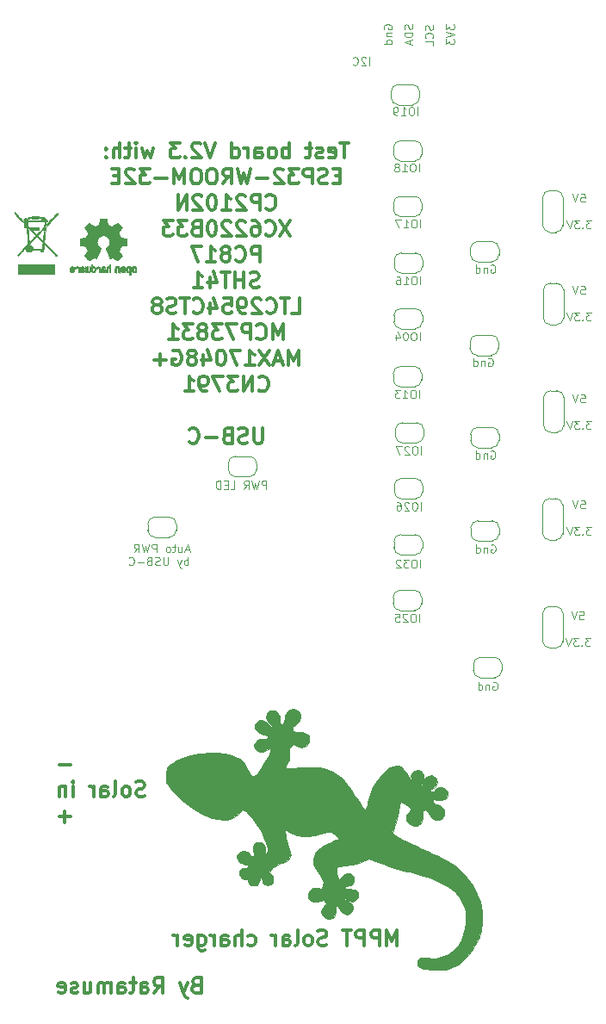
<source format=gbr>
G04 #@! TF.GenerationSoftware,KiCad,Pcbnew,(5.1.10)-1*
G04 #@! TF.CreationDate,2021-12-13T22:20:53+01:00*
G04 #@! TF.ProjectId,TestboardV2.3,54657374-626f-4617-9264-56322e332e6b,rev?*
G04 #@! TF.SameCoordinates,Original*
G04 #@! TF.FileFunction,Legend,Bot*
G04 #@! TF.FilePolarity,Positive*
%FSLAX46Y46*%
G04 Gerber Fmt 4.6, Leading zero omitted, Abs format (unit mm)*
G04 Created by KiCad (PCBNEW (5.1.10)-1) date 2021-12-13 22:20:53*
%MOMM*%
%LPD*%
G01*
G04 APERTURE LIST*
%ADD10C,0.100000*%
%ADD11C,0.300000*%
%ADD12C,0.010000*%
%ADD13C,0.120000*%
G04 APERTURE END LIST*
D10*
X117329523Y-122443333D02*
X116948571Y-122443333D01*
X117405714Y-122671904D02*
X117139047Y-121871904D01*
X116872380Y-122671904D01*
X116262857Y-122138571D02*
X116262857Y-122671904D01*
X116605714Y-122138571D02*
X116605714Y-122557619D01*
X116567619Y-122633809D01*
X116491428Y-122671904D01*
X116377142Y-122671904D01*
X116300952Y-122633809D01*
X116262857Y-122595714D01*
X115996190Y-122138571D02*
X115691428Y-122138571D01*
X115881904Y-121871904D02*
X115881904Y-122557619D01*
X115843809Y-122633809D01*
X115767619Y-122671904D01*
X115691428Y-122671904D01*
X115310476Y-122671904D02*
X115386666Y-122633809D01*
X115424761Y-122595714D01*
X115462857Y-122519523D01*
X115462857Y-122290952D01*
X115424761Y-122214761D01*
X115386666Y-122176666D01*
X115310476Y-122138571D01*
X115196190Y-122138571D01*
X115120000Y-122176666D01*
X115081904Y-122214761D01*
X115043809Y-122290952D01*
X115043809Y-122519523D01*
X115081904Y-122595714D01*
X115120000Y-122633809D01*
X115196190Y-122671904D01*
X115310476Y-122671904D01*
X114091428Y-122671904D02*
X114091428Y-121871904D01*
X113786666Y-121871904D01*
X113710476Y-121910000D01*
X113672380Y-121948095D01*
X113634285Y-122024285D01*
X113634285Y-122138571D01*
X113672380Y-122214761D01*
X113710476Y-122252857D01*
X113786666Y-122290952D01*
X114091428Y-122290952D01*
X113367619Y-121871904D02*
X113177142Y-122671904D01*
X113024761Y-122100476D01*
X112872380Y-122671904D01*
X112681904Y-121871904D01*
X111920000Y-122671904D02*
X112186666Y-122290952D01*
X112377142Y-122671904D02*
X112377142Y-121871904D01*
X112072380Y-121871904D01*
X111996190Y-121910000D01*
X111958095Y-121948095D01*
X111920000Y-122024285D01*
X111920000Y-122138571D01*
X111958095Y-122214761D01*
X111996190Y-122252857D01*
X112072380Y-122290952D01*
X112377142Y-122290952D01*
X117196190Y-123971904D02*
X117196190Y-123171904D01*
X117196190Y-123476666D02*
X117120000Y-123438571D01*
X116967619Y-123438571D01*
X116891428Y-123476666D01*
X116853333Y-123514761D01*
X116815238Y-123590952D01*
X116815238Y-123819523D01*
X116853333Y-123895714D01*
X116891428Y-123933809D01*
X116967619Y-123971904D01*
X117120000Y-123971904D01*
X117196190Y-123933809D01*
X116548571Y-123438571D02*
X116358095Y-123971904D01*
X116167619Y-123438571D02*
X116358095Y-123971904D01*
X116434285Y-124162380D01*
X116472380Y-124200476D01*
X116548571Y-124238571D01*
X115253333Y-123171904D02*
X115253333Y-123819523D01*
X115215238Y-123895714D01*
X115177142Y-123933809D01*
X115100952Y-123971904D01*
X114948571Y-123971904D01*
X114872380Y-123933809D01*
X114834285Y-123895714D01*
X114796190Y-123819523D01*
X114796190Y-123171904D01*
X114453333Y-123933809D02*
X114339047Y-123971904D01*
X114148571Y-123971904D01*
X114072380Y-123933809D01*
X114034285Y-123895714D01*
X113996190Y-123819523D01*
X113996190Y-123743333D01*
X114034285Y-123667142D01*
X114072380Y-123629047D01*
X114148571Y-123590952D01*
X114300952Y-123552857D01*
X114377142Y-123514761D01*
X114415238Y-123476666D01*
X114453333Y-123400476D01*
X114453333Y-123324285D01*
X114415238Y-123248095D01*
X114377142Y-123210000D01*
X114300952Y-123171904D01*
X114110476Y-123171904D01*
X113996190Y-123210000D01*
X113386666Y-123552857D02*
X113272380Y-123590952D01*
X113234285Y-123629047D01*
X113196190Y-123705238D01*
X113196190Y-123819523D01*
X113234285Y-123895714D01*
X113272380Y-123933809D01*
X113348571Y-123971904D01*
X113653333Y-123971904D01*
X113653333Y-123171904D01*
X113386666Y-123171904D01*
X113310476Y-123210000D01*
X113272380Y-123248095D01*
X113234285Y-123324285D01*
X113234285Y-123400476D01*
X113272380Y-123476666D01*
X113310476Y-123514761D01*
X113386666Y-123552857D01*
X113653333Y-123552857D01*
X112853333Y-123667142D02*
X112243809Y-123667142D01*
X111405714Y-123895714D02*
X111443809Y-123933809D01*
X111558095Y-123971904D01*
X111634285Y-123971904D01*
X111748571Y-123933809D01*
X111824761Y-123857619D01*
X111862857Y-123781428D01*
X111900952Y-123629047D01*
X111900952Y-123514761D01*
X111862857Y-123362380D01*
X111824761Y-123286190D01*
X111748571Y-123210000D01*
X111634285Y-123171904D01*
X111558095Y-123171904D01*
X111443809Y-123210000D01*
X111405714Y-123248095D01*
X124887142Y-116451904D02*
X124887142Y-115651904D01*
X124582380Y-115651904D01*
X124506190Y-115690000D01*
X124468095Y-115728095D01*
X124430000Y-115804285D01*
X124430000Y-115918571D01*
X124468095Y-115994761D01*
X124506190Y-116032857D01*
X124582380Y-116070952D01*
X124887142Y-116070952D01*
X124163333Y-115651904D02*
X123972857Y-116451904D01*
X123820476Y-115880476D01*
X123668095Y-116451904D01*
X123477619Y-115651904D01*
X122715714Y-116451904D02*
X122982380Y-116070952D01*
X123172857Y-116451904D02*
X123172857Y-115651904D01*
X122868095Y-115651904D01*
X122791904Y-115690000D01*
X122753809Y-115728095D01*
X122715714Y-115804285D01*
X122715714Y-115918571D01*
X122753809Y-115994761D01*
X122791904Y-116032857D01*
X122868095Y-116070952D01*
X123172857Y-116070952D01*
X121382380Y-116451904D02*
X121763333Y-116451904D01*
X121763333Y-115651904D01*
X121115714Y-116032857D02*
X120849047Y-116032857D01*
X120734761Y-116451904D02*
X121115714Y-116451904D01*
X121115714Y-115651904D01*
X120734761Y-115651904D01*
X120391904Y-116451904D02*
X120391904Y-115651904D01*
X120201428Y-115651904D01*
X120087142Y-115690000D01*
X120010952Y-115766190D01*
X119972857Y-115842380D01*
X119934761Y-115994761D01*
X119934761Y-116109047D01*
X119972857Y-116261428D01*
X120010952Y-116337619D01*
X120087142Y-116413809D01*
X120201428Y-116451904D01*
X120391904Y-116451904D01*
D11*
X137772857Y-161338571D02*
X137772857Y-159838571D01*
X137272857Y-160910000D01*
X136772857Y-159838571D01*
X136772857Y-161338571D01*
X136058571Y-161338571D02*
X136058571Y-159838571D01*
X135487142Y-159838571D01*
X135344285Y-159910000D01*
X135272857Y-159981428D01*
X135201428Y-160124285D01*
X135201428Y-160338571D01*
X135272857Y-160481428D01*
X135344285Y-160552857D01*
X135487142Y-160624285D01*
X136058571Y-160624285D01*
X134558571Y-161338571D02*
X134558571Y-159838571D01*
X133987142Y-159838571D01*
X133844285Y-159910000D01*
X133772857Y-159981428D01*
X133701428Y-160124285D01*
X133701428Y-160338571D01*
X133772857Y-160481428D01*
X133844285Y-160552857D01*
X133987142Y-160624285D01*
X134558571Y-160624285D01*
X133272857Y-159838571D02*
X132415714Y-159838571D01*
X132844285Y-161338571D02*
X132844285Y-159838571D01*
X130844285Y-161267142D02*
X130630000Y-161338571D01*
X130272857Y-161338571D01*
X130130000Y-161267142D01*
X130058571Y-161195714D01*
X129987142Y-161052857D01*
X129987142Y-160910000D01*
X130058571Y-160767142D01*
X130130000Y-160695714D01*
X130272857Y-160624285D01*
X130558571Y-160552857D01*
X130701428Y-160481428D01*
X130772857Y-160410000D01*
X130844285Y-160267142D01*
X130844285Y-160124285D01*
X130772857Y-159981428D01*
X130701428Y-159910000D01*
X130558571Y-159838571D01*
X130201428Y-159838571D01*
X129987142Y-159910000D01*
X129130000Y-161338571D02*
X129272857Y-161267142D01*
X129344285Y-161195714D01*
X129415714Y-161052857D01*
X129415714Y-160624285D01*
X129344285Y-160481428D01*
X129272857Y-160410000D01*
X129130000Y-160338571D01*
X128915714Y-160338571D01*
X128772857Y-160410000D01*
X128701428Y-160481428D01*
X128630000Y-160624285D01*
X128630000Y-161052857D01*
X128701428Y-161195714D01*
X128772857Y-161267142D01*
X128915714Y-161338571D01*
X129130000Y-161338571D01*
X127772857Y-161338571D02*
X127915714Y-161267142D01*
X127987142Y-161124285D01*
X127987142Y-159838571D01*
X126558571Y-161338571D02*
X126558571Y-160552857D01*
X126630000Y-160410000D01*
X126772857Y-160338571D01*
X127058571Y-160338571D01*
X127201428Y-160410000D01*
X126558571Y-161267142D02*
X126701428Y-161338571D01*
X127058571Y-161338571D01*
X127201428Y-161267142D01*
X127272857Y-161124285D01*
X127272857Y-160981428D01*
X127201428Y-160838571D01*
X127058571Y-160767142D01*
X126701428Y-160767142D01*
X126558571Y-160695714D01*
X125844285Y-161338571D02*
X125844285Y-160338571D01*
X125844285Y-160624285D02*
X125772857Y-160481428D01*
X125701428Y-160410000D01*
X125558571Y-160338571D01*
X125415714Y-160338571D01*
X123130000Y-161267142D02*
X123272857Y-161338571D01*
X123558571Y-161338571D01*
X123701428Y-161267142D01*
X123772857Y-161195714D01*
X123844285Y-161052857D01*
X123844285Y-160624285D01*
X123772857Y-160481428D01*
X123701428Y-160410000D01*
X123558571Y-160338571D01*
X123272857Y-160338571D01*
X123130000Y-160410000D01*
X122487142Y-161338571D02*
X122487142Y-159838571D01*
X121844285Y-161338571D02*
X121844285Y-160552857D01*
X121915714Y-160410000D01*
X122058571Y-160338571D01*
X122272857Y-160338571D01*
X122415714Y-160410000D01*
X122487142Y-160481428D01*
X120487142Y-161338571D02*
X120487142Y-160552857D01*
X120558571Y-160410000D01*
X120701428Y-160338571D01*
X120987142Y-160338571D01*
X121130000Y-160410000D01*
X120487142Y-161267142D02*
X120630000Y-161338571D01*
X120987142Y-161338571D01*
X121130000Y-161267142D01*
X121201428Y-161124285D01*
X121201428Y-160981428D01*
X121130000Y-160838571D01*
X120987142Y-160767142D01*
X120630000Y-160767142D01*
X120487142Y-160695714D01*
X119772857Y-161338571D02*
X119772857Y-160338571D01*
X119772857Y-160624285D02*
X119701428Y-160481428D01*
X119630000Y-160410000D01*
X119487142Y-160338571D01*
X119344285Y-160338571D01*
X118201428Y-160338571D02*
X118201428Y-161552857D01*
X118272857Y-161695714D01*
X118344285Y-161767142D01*
X118487142Y-161838571D01*
X118701428Y-161838571D01*
X118844285Y-161767142D01*
X118201428Y-161267142D02*
X118344285Y-161338571D01*
X118630000Y-161338571D01*
X118772857Y-161267142D01*
X118844285Y-161195714D01*
X118915714Y-161052857D01*
X118915714Y-160624285D01*
X118844285Y-160481428D01*
X118772857Y-160410000D01*
X118630000Y-160338571D01*
X118344285Y-160338571D01*
X118201428Y-160410000D01*
X116915714Y-161267142D02*
X117058571Y-161338571D01*
X117344285Y-161338571D01*
X117487142Y-161267142D01*
X117558571Y-161124285D01*
X117558571Y-160552857D01*
X117487142Y-160410000D01*
X117344285Y-160338571D01*
X117058571Y-160338571D01*
X116915714Y-160410000D01*
X116844285Y-160552857D01*
X116844285Y-160695714D01*
X117558571Y-160838571D01*
X116201428Y-161338571D02*
X116201428Y-160338571D01*
X116201428Y-160624285D02*
X116130000Y-160481428D01*
X116058571Y-160410000D01*
X115915714Y-160338571D01*
X115772857Y-160338571D01*
X105665000Y-143587142D02*
X104522142Y-143587142D01*
X112950714Y-146637142D02*
X112736428Y-146708571D01*
X112379285Y-146708571D01*
X112236428Y-146637142D01*
X112165000Y-146565714D01*
X112093571Y-146422857D01*
X112093571Y-146280000D01*
X112165000Y-146137142D01*
X112236428Y-146065714D01*
X112379285Y-145994285D01*
X112665000Y-145922857D01*
X112807857Y-145851428D01*
X112879285Y-145780000D01*
X112950714Y-145637142D01*
X112950714Y-145494285D01*
X112879285Y-145351428D01*
X112807857Y-145280000D01*
X112665000Y-145208571D01*
X112307857Y-145208571D01*
X112093571Y-145280000D01*
X111236428Y-146708571D02*
X111379285Y-146637142D01*
X111450714Y-146565714D01*
X111522142Y-146422857D01*
X111522142Y-145994285D01*
X111450714Y-145851428D01*
X111379285Y-145780000D01*
X111236428Y-145708571D01*
X111022142Y-145708571D01*
X110879285Y-145780000D01*
X110807857Y-145851428D01*
X110736428Y-145994285D01*
X110736428Y-146422857D01*
X110807857Y-146565714D01*
X110879285Y-146637142D01*
X111022142Y-146708571D01*
X111236428Y-146708571D01*
X109879285Y-146708571D02*
X110022142Y-146637142D01*
X110093571Y-146494285D01*
X110093571Y-145208571D01*
X108665000Y-146708571D02*
X108665000Y-145922857D01*
X108736428Y-145780000D01*
X108879285Y-145708571D01*
X109165000Y-145708571D01*
X109307857Y-145780000D01*
X108665000Y-146637142D02*
X108807857Y-146708571D01*
X109165000Y-146708571D01*
X109307857Y-146637142D01*
X109379285Y-146494285D01*
X109379285Y-146351428D01*
X109307857Y-146208571D01*
X109165000Y-146137142D01*
X108807857Y-146137142D01*
X108665000Y-146065714D01*
X107950714Y-146708571D02*
X107950714Y-145708571D01*
X107950714Y-145994285D02*
X107879285Y-145851428D01*
X107807857Y-145780000D01*
X107665000Y-145708571D01*
X107522142Y-145708571D01*
X105879285Y-146708571D02*
X105879285Y-145708571D01*
X105879285Y-145208571D02*
X105950714Y-145280000D01*
X105879285Y-145351428D01*
X105807857Y-145280000D01*
X105879285Y-145208571D01*
X105879285Y-145351428D01*
X105165000Y-145708571D02*
X105165000Y-146708571D01*
X105165000Y-145851428D02*
X105093571Y-145780000D01*
X104950714Y-145708571D01*
X104736428Y-145708571D01*
X104593571Y-145780000D01*
X104522142Y-145922857D01*
X104522142Y-146708571D01*
X105665000Y-148687142D02*
X104522142Y-148687142D01*
X105093571Y-149258571D02*
X105093571Y-148115714D01*
D10*
X141283809Y-70887619D02*
X141321904Y-71001904D01*
X141321904Y-71192380D01*
X141283809Y-71268571D01*
X141245714Y-71306666D01*
X141169523Y-71344761D01*
X141093333Y-71344761D01*
X141017142Y-71306666D01*
X140979047Y-71268571D01*
X140940952Y-71192380D01*
X140902857Y-71040000D01*
X140864761Y-70963809D01*
X140826666Y-70925714D01*
X140750476Y-70887619D01*
X140674285Y-70887619D01*
X140598095Y-70925714D01*
X140560000Y-70963809D01*
X140521904Y-71040000D01*
X140521904Y-71230476D01*
X140560000Y-71344761D01*
X141245714Y-72144761D02*
X141283809Y-72106666D01*
X141321904Y-71992380D01*
X141321904Y-71916190D01*
X141283809Y-71801904D01*
X141207619Y-71725714D01*
X141131428Y-71687619D01*
X140979047Y-71649523D01*
X140864761Y-71649523D01*
X140712380Y-71687619D01*
X140636190Y-71725714D01*
X140560000Y-71801904D01*
X140521904Y-71916190D01*
X140521904Y-71992380D01*
X140560000Y-72106666D01*
X140598095Y-72144761D01*
X141321904Y-72868571D02*
X141321904Y-72487619D01*
X140521904Y-72487619D01*
X142601904Y-70789523D02*
X142601904Y-71284761D01*
X142906666Y-71018095D01*
X142906666Y-71132380D01*
X142944761Y-71208571D01*
X142982857Y-71246666D01*
X143059047Y-71284761D01*
X143249523Y-71284761D01*
X143325714Y-71246666D01*
X143363809Y-71208571D01*
X143401904Y-71132380D01*
X143401904Y-70903809D01*
X143363809Y-70827619D01*
X143325714Y-70789523D01*
X142601904Y-71513333D02*
X143401904Y-71780000D01*
X142601904Y-72046666D01*
X142601904Y-72237142D02*
X142601904Y-72732380D01*
X142906666Y-72465714D01*
X142906666Y-72580000D01*
X142944761Y-72656190D01*
X142982857Y-72694285D01*
X143059047Y-72732380D01*
X143249523Y-72732380D01*
X143325714Y-72694285D01*
X143363809Y-72656190D01*
X143401904Y-72580000D01*
X143401904Y-72351428D01*
X143363809Y-72275238D01*
X143325714Y-72237142D01*
X139253809Y-70788571D02*
X139291904Y-70902857D01*
X139291904Y-71093333D01*
X139253809Y-71169523D01*
X139215714Y-71207619D01*
X139139523Y-71245714D01*
X139063333Y-71245714D01*
X138987142Y-71207619D01*
X138949047Y-71169523D01*
X138910952Y-71093333D01*
X138872857Y-70940952D01*
X138834761Y-70864761D01*
X138796666Y-70826666D01*
X138720476Y-70788571D01*
X138644285Y-70788571D01*
X138568095Y-70826666D01*
X138530000Y-70864761D01*
X138491904Y-70940952D01*
X138491904Y-71131428D01*
X138530000Y-71245714D01*
X139291904Y-71588571D02*
X138491904Y-71588571D01*
X138491904Y-71779047D01*
X138530000Y-71893333D01*
X138606190Y-71969523D01*
X138682380Y-72007619D01*
X138834761Y-72045714D01*
X138949047Y-72045714D01*
X139101428Y-72007619D01*
X139177619Y-71969523D01*
X139253809Y-71893333D01*
X139291904Y-71779047D01*
X139291904Y-71588571D01*
X139063333Y-72350476D02*
X139063333Y-72731428D01*
X139291904Y-72274285D02*
X138491904Y-72540952D01*
X139291904Y-72807619D01*
X136490000Y-71245714D02*
X136451904Y-71169523D01*
X136451904Y-71055238D01*
X136490000Y-70940952D01*
X136566190Y-70864761D01*
X136642380Y-70826666D01*
X136794761Y-70788571D01*
X136909047Y-70788571D01*
X137061428Y-70826666D01*
X137137619Y-70864761D01*
X137213809Y-70940952D01*
X137251904Y-71055238D01*
X137251904Y-71131428D01*
X137213809Y-71245714D01*
X137175714Y-71283809D01*
X136909047Y-71283809D01*
X136909047Y-71131428D01*
X136718571Y-71626666D02*
X137251904Y-71626666D01*
X136794761Y-71626666D02*
X136756666Y-71664761D01*
X136718571Y-71740952D01*
X136718571Y-71855238D01*
X136756666Y-71931428D01*
X136832857Y-71969523D01*
X137251904Y-71969523D01*
X137251904Y-72693333D02*
X136451904Y-72693333D01*
X137213809Y-72693333D02*
X137251904Y-72617142D01*
X137251904Y-72464761D01*
X137213809Y-72388571D01*
X137175714Y-72350476D01*
X137099523Y-72312380D01*
X136870952Y-72312380D01*
X136794761Y-72350476D01*
X136756666Y-72388571D01*
X136718571Y-72464761D01*
X136718571Y-72617142D01*
X136756666Y-72693333D01*
X135040952Y-74791904D02*
X135040952Y-73991904D01*
X134698095Y-74068095D02*
X134660000Y-74030000D01*
X134583809Y-73991904D01*
X134393333Y-73991904D01*
X134317142Y-74030000D01*
X134279047Y-74068095D01*
X134240952Y-74144285D01*
X134240952Y-74220476D01*
X134279047Y-74334761D01*
X134736190Y-74791904D01*
X134240952Y-74791904D01*
X133440952Y-74715714D02*
X133479047Y-74753809D01*
X133593333Y-74791904D01*
X133669523Y-74791904D01*
X133783809Y-74753809D01*
X133860000Y-74677619D01*
X133898095Y-74601428D01*
X133936190Y-74449047D01*
X133936190Y-74334761D01*
X133898095Y-74182380D01*
X133860000Y-74106190D01*
X133783809Y-74030000D01*
X133669523Y-73991904D01*
X133593333Y-73991904D01*
X133479047Y-74030000D01*
X133440952Y-74068095D01*
X139980952Y-129531904D02*
X139980952Y-128731904D01*
X139447619Y-128731904D02*
X139295238Y-128731904D01*
X139219047Y-128770000D01*
X139142857Y-128846190D01*
X139104761Y-128998571D01*
X139104761Y-129265238D01*
X139142857Y-129417619D01*
X139219047Y-129493809D01*
X139295238Y-129531904D01*
X139447619Y-129531904D01*
X139523809Y-129493809D01*
X139600000Y-129417619D01*
X139638095Y-129265238D01*
X139638095Y-128998571D01*
X139600000Y-128846190D01*
X139523809Y-128770000D01*
X139447619Y-128731904D01*
X138800000Y-128808095D02*
X138761904Y-128770000D01*
X138685714Y-128731904D01*
X138495238Y-128731904D01*
X138419047Y-128770000D01*
X138380952Y-128808095D01*
X138342857Y-128884285D01*
X138342857Y-128960476D01*
X138380952Y-129074761D01*
X138838095Y-129531904D01*
X138342857Y-129531904D01*
X137619047Y-128731904D02*
X138000000Y-128731904D01*
X138038095Y-129112857D01*
X138000000Y-129074761D01*
X137923809Y-129036666D01*
X137733333Y-129036666D01*
X137657142Y-129074761D01*
X137619047Y-129112857D01*
X137580952Y-129189047D01*
X137580952Y-129379523D01*
X137619047Y-129455714D01*
X137657142Y-129493809D01*
X137733333Y-129531904D01*
X137923809Y-129531904D01*
X138000000Y-129493809D01*
X138038095Y-129455714D01*
X140060952Y-124211904D02*
X140060952Y-123411904D01*
X139527619Y-123411904D02*
X139375238Y-123411904D01*
X139299047Y-123450000D01*
X139222857Y-123526190D01*
X139184761Y-123678571D01*
X139184761Y-123945238D01*
X139222857Y-124097619D01*
X139299047Y-124173809D01*
X139375238Y-124211904D01*
X139527619Y-124211904D01*
X139603809Y-124173809D01*
X139680000Y-124097619D01*
X139718095Y-123945238D01*
X139718095Y-123678571D01*
X139680000Y-123526190D01*
X139603809Y-123450000D01*
X139527619Y-123411904D01*
X138918095Y-123411904D02*
X138422857Y-123411904D01*
X138689523Y-123716666D01*
X138575238Y-123716666D01*
X138499047Y-123754761D01*
X138460952Y-123792857D01*
X138422857Y-123869047D01*
X138422857Y-124059523D01*
X138460952Y-124135714D01*
X138499047Y-124173809D01*
X138575238Y-124211904D01*
X138803809Y-124211904D01*
X138880000Y-124173809D01*
X138918095Y-124135714D01*
X138118095Y-123488095D02*
X138080000Y-123450000D01*
X138003809Y-123411904D01*
X137813333Y-123411904D01*
X137737142Y-123450000D01*
X137699047Y-123488095D01*
X137660952Y-123564285D01*
X137660952Y-123640476D01*
X137699047Y-123754761D01*
X138156190Y-124211904D01*
X137660952Y-124211904D01*
X140110952Y-118571904D02*
X140110952Y-117771904D01*
X139577619Y-117771904D02*
X139425238Y-117771904D01*
X139349047Y-117810000D01*
X139272857Y-117886190D01*
X139234761Y-118038571D01*
X139234761Y-118305238D01*
X139272857Y-118457619D01*
X139349047Y-118533809D01*
X139425238Y-118571904D01*
X139577619Y-118571904D01*
X139653809Y-118533809D01*
X139730000Y-118457619D01*
X139768095Y-118305238D01*
X139768095Y-118038571D01*
X139730000Y-117886190D01*
X139653809Y-117810000D01*
X139577619Y-117771904D01*
X138930000Y-117848095D02*
X138891904Y-117810000D01*
X138815714Y-117771904D01*
X138625238Y-117771904D01*
X138549047Y-117810000D01*
X138510952Y-117848095D01*
X138472857Y-117924285D01*
X138472857Y-118000476D01*
X138510952Y-118114761D01*
X138968095Y-118571904D01*
X138472857Y-118571904D01*
X137787142Y-117771904D02*
X137939523Y-117771904D01*
X138015714Y-117810000D01*
X138053809Y-117848095D01*
X138130000Y-117962380D01*
X138168095Y-118114761D01*
X138168095Y-118419523D01*
X138130000Y-118495714D01*
X138091904Y-118533809D01*
X138015714Y-118571904D01*
X137863333Y-118571904D01*
X137787142Y-118533809D01*
X137749047Y-118495714D01*
X137710952Y-118419523D01*
X137710952Y-118229047D01*
X137749047Y-118152857D01*
X137787142Y-118114761D01*
X137863333Y-118076666D01*
X138015714Y-118076666D01*
X138091904Y-118114761D01*
X138130000Y-118152857D01*
X138168095Y-118229047D01*
X140140952Y-113061904D02*
X140140952Y-112261904D01*
X139607619Y-112261904D02*
X139455238Y-112261904D01*
X139379047Y-112300000D01*
X139302857Y-112376190D01*
X139264761Y-112528571D01*
X139264761Y-112795238D01*
X139302857Y-112947619D01*
X139379047Y-113023809D01*
X139455238Y-113061904D01*
X139607619Y-113061904D01*
X139683809Y-113023809D01*
X139760000Y-112947619D01*
X139798095Y-112795238D01*
X139798095Y-112528571D01*
X139760000Y-112376190D01*
X139683809Y-112300000D01*
X139607619Y-112261904D01*
X138960000Y-112338095D02*
X138921904Y-112300000D01*
X138845714Y-112261904D01*
X138655238Y-112261904D01*
X138579047Y-112300000D01*
X138540952Y-112338095D01*
X138502857Y-112414285D01*
X138502857Y-112490476D01*
X138540952Y-112604761D01*
X138998095Y-113061904D01*
X138502857Y-113061904D01*
X138236190Y-112261904D02*
X137702857Y-112261904D01*
X138045714Y-113061904D01*
X139960952Y-107541904D02*
X139960952Y-106741904D01*
X139427619Y-106741904D02*
X139275238Y-106741904D01*
X139199047Y-106780000D01*
X139122857Y-106856190D01*
X139084761Y-107008571D01*
X139084761Y-107275238D01*
X139122857Y-107427619D01*
X139199047Y-107503809D01*
X139275238Y-107541904D01*
X139427619Y-107541904D01*
X139503809Y-107503809D01*
X139580000Y-107427619D01*
X139618095Y-107275238D01*
X139618095Y-107008571D01*
X139580000Y-106856190D01*
X139503809Y-106780000D01*
X139427619Y-106741904D01*
X138322857Y-107541904D02*
X138780000Y-107541904D01*
X138551428Y-107541904D02*
X138551428Y-106741904D01*
X138627619Y-106856190D01*
X138703809Y-106932380D01*
X138780000Y-106970476D01*
X138056190Y-106741904D02*
X137560952Y-106741904D01*
X137827619Y-107046666D01*
X137713333Y-107046666D01*
X137637142Y-107084761D01*
X137599047Y-107122857D01*
X137560952Y-107199047D01*
X137560952Y-107389523D01*
X137599047Y-107465714D01*
X137637142Y-107503809D01*
X137713333Y-107541904D01*
X137941904Y-107541904D01*
X138018095Y-107503809D01*
X138056190Y-107465714D01*
X140000952Y-101851904D02*
X140000952Y-101051904D01*
X139467619Y-101051904D02*
X139315238Y-101051904D01*
X139239047Y-101090000D01*
X139162857Y-101166190D01*
X139124761Y-101318571D01*
X139124761Y-101585238D01*
X139162857Y-101737619D01*
X139239047Y-101813809D01*
X139315238Y-101851904D01*
X139467619Y-101851904D01*
X139543809Y-101813809D01*
X139620000Y-101737619D01*
X139658095Y-101585238D01*
X139658095Y-101318571D01*
X139620000Y-101166190D01*
X139543809Y-101090000D01*
X139467619Y-101051904D01*
X138629523Y-101051904D02*
X138553333Y-101051904D01*
X138477142Y-101090000D01*
X138439047Y-101128095D01*
X138400952Y-101204285D01*
X138362857Y-101356666D01*
X138362857Y-101547142D01*
X138400952Y-101699523D01*
X138439047Y-101775714D01*
X138477142Y-101813809D01*
X138553333Y-101851904D01*
X138629523Y-101851904D01*
X138705714Y-101813809D01*
X138743809Y-101775714D01*
X138781904Y-101699523D01*
X138820000Y-101547142D01*
X138820000Y-101356666D01*
X138781904Y-101204285D01*
X138743809Y-101128095D01*
X138705714Y-101090000D01*
X138629523Y-101051904D01*
X137677142Y-101318571D02*
X137677142Y-101851904D01*
X137867619Y-101013809D02*
X138058095Y-101585238D01*
X137562857Y-101585238D01*
X140070952Y-96371904D02*
X140070952Y-95571904D01*
X139537619Y-95571904D02*
X139385238Y-95571904D01*
X139309047Y-95610000D01*
X139232857Y-95686190D01*
X139194761Y-95838571D01*
X139194761Y-96105238D01*
X139232857Y-96257619D01*
X139309047Y-96333809D01*
X139385238Y-96371904D01*
X139537619Y-96371904D01*
X139613809Y-96333809D01*
X139690000Y-96257619D01*
X139728095Y-96105238D01*
X139728095Y-95838571D01*
X139690000Y-95686190D01*
X139613809Y-95610000D01*
X139537619Y-95571904D01*
X138432857Y-96371904D02*
X138890000Y-96371904D01*
X138661428Y-96371904D02*
X138661428Y-95571904D01*
X138737619Y-95686190D01*
X138813809Y-95762380D01*
X138890000Y-95800476D01*
X137747142Y-95571904D02*
X137899523Y-95571904D01*
X137975714Y-95610000D01*
X138013809Y-95648095D01*
X138090000Y-95762380D01*
X138128095Y-95914761D01*
X138128095Y-96219523D01*
X138090000Y-96295714D01*
X138051904Y-96333809D01*
X137975714Y-96371904D01*
X137823333Y-96371904D01*
X137747142Y-96333809D01*
X137709047Y-96295714D01*
X137670952Y-96219523D01*
X137670952Y-96029047D01*
X137709047Y-95952857D01*
X137747142Y-95914761D01*
X137823333Y-95876666D01*
X137975714Y-95876666D01*
X138051904Y-95914761D01*
X138090000Y-95952857D01*
X138128095Y-96029047D01*
X140050952Y-90781904D02*
X140050952Y-89981904D01*
X139517619Y-89981904D02*
X139365238Y-89981904D01*
X139289047Y-90020000D01*
X139212857Y-90096190D01*
X139174761Y-90248571D01*
X139174761Y-90515238D01*
X139212857Y-90667619D01*
X139289047Y-90743809D01*
X139365238Y-90781904D01*
X139517619Y-90781904D01*
X139593809Y-90743809D01*
X139670000Y-90667619D01*
X139708095Y-90515238D01*
X139708095Y-90248571D01*
X139670000Y-90096190D01*
X139593809Y-90020000D01*
X139517619Y-89981904D01*
X138412857Y-90781904D02*
X138870000Y-90781904D01*
X138641428Y-90781904D02*
X138641428Y-89981904D01*
X138717619Y-90096190D01*
X138793809Y-90172380D01*
X138870000Y-90210476D01*
X138146190Y-89981904D02*
X137612857Y-89981904D01*
X137955714Y-90781904D01*
X139930952Y-85281904D02*
X139930952Y-84481904D01*
X139397619Y-84481904D02*
X139245238Y-84481904D01*
X139169047Y-84520000D01*
X139092857Y-84596190D01*
X139054761Y-84748571D01*
X139054761Y-85015238D01*
X139092857Y-85167619D01*
X139169047Y-85243809D01*
X139245238Y-85281904D01*
X139397619Y-85281904D01*
X139473809Y-85243809D01*
X139550000Y-85167619D01*
X139588095Y-85015238D01*
X139588095Y-84748571D01*
X139550000Y-84596190D01*
X139473809Y-84520000D01*
X139397619Y-84481904D01*
X138292857Y-85281904D02*
X138750000Y-85281904D01*
X138521428Y-85281904D02*
X138521428Y-84481904D01*
X138597619Y-84596190D01*
X138673809Y-84672380D01*
X138750000Y-84710476D01*
X137835714Y-84824761D02*
X137911904Y-84786666D01*
X137950000Y-84748571D01*
X137988095Y-84672380D01*
X137988095Y-84634285D01*
X137950000Y-84558095D01*
X137911904Y-84520000D01*
X137835714Y-84481904D01*
X137683333Y-84481904D01*
X137607142Y-84520000D01*
X137569047Y-84558095D01*
X137530952Y-84634285D01*
X137530952Y-84672380D01*
X137569047Y-84748571D01*
X137607142Y-84786666D01*
X137683333Y-84824761D01*
X137835714Y-84824761D01*
X137911904Y-84862857D01*
X137950000Y-84900952D01*
X137988095Y-84977142D01*
X137988095Y-85129523D01*
X137950000Y-85205714D01*
X137911904Y-85243809D01*
X137835714Y-85281904D01*
X137683333Y-85281904D01*
X137607142Y-85243809D01*
X137569047Y-85205714D01*
X137530952Y-85129523D01*
X137530952Y-84977142D01*
X137569047Y-84900952D01*
X137607142Y-84862857D01*
X137683333Y-84824761D01*
X139810952Y-79711904D02*
X139810952Y-78911904D01*
X139277619Y-78911904D02*
X139125238Y-78911904D01*
X139049047Y-78950000D01*
X138972857Y-79026190D01*
X138934761Y-79178571D01*
X138934761Y-79445238D01*
X138972857Y-79597619D01*
X139049047Y-79673809D01*
X139125238Y-79711904D01*
X139277619Y-79711904D01*
X139353809Y-79673809D01*
X139430000Y-79597619D01*
X139468095Y-79445238D01*
X139468095Y-79178571D01*
X139430000Y-79026190D01*
X139353809Y-78950000D01*
X139277619Y-78911904D01*
X138172857Y-79711904D02*
X138630000Y-79711904D01*
X138401428Y-79711904D02*
X138401428Y-78911904D01*
X138477619Y-79026190D01*
X138553809Y-79102380D01*
X138630000Y-79140476D01*
X137791904Y-79711904D02*
X137639523Y-79711904D01*
X137563333Y-79673809D01*
X137525238Y-79635714D01*
X137449047Y-79521428D01*
X137410952Y-79369047D01*
X137410952Y-79064285D01*
X137449047Y-78988095D01*
X137487142Y-78950000D01*
X137563333Y-78911904D01*
X137715714Y-78911904D01*
X137791904Y-78950000D01*
X137830000Y-78988095D01*
X137868095Y-79064285D01*
X137868095Y-79254761D01*
X137830000Y-79330952D01*
X137791904Y-79369047D01*
X137715714Y-79407142D01*
X137563333Y-79407142D01*
X137487142Y-79369047D01*
X137449047Y-79330952D01*
X137410952Y-79254761D01*
X147224285Y-135460000D02*
X147300476Y-135421904D01*
X147414761Y-135421904D01*
X147529047Y-135460000D01*
X147605238Y-135536190D01*
X147643333Y-135612380D01*
X147681428Y-135764761D01*
X147681428Y-135879047D01*
X147643333Y-136031428D01*
X147605238Y-136107619D01*
X147529047Y-136183809D01*
X147414761Y-136221904D01*
X147338571Y-136221904D01*
X147224285Y-136183809D01*
X147186190Y-136145714D01*
X147186190Y-135879047D01*
X147338571Y-135879047D01*
X146843333Y-135688571D02*
X146843333Y-136221904D01*
X146843333Y-135764761D02*
X146805238Y-135726666D01*
X146729047Y-135688571D01*
X146614761Y-135688571D01*
X146538571Y-135726666D01*
X146500476Y-135802857D01*
X146500476Y-136221904D01*
X145776666Y-136221904D02*
X145776666Y-135421904D01*
X145776666Y-136183809D02*
X145852857Y-136221904D01*
X146005238Y-136221904D01*
X146081428Y-136183809D01*
X146119523Y-136145714D01*
X146157619Y-136069523D01*
X146157619Y-135840952D01*
X146119523Y-135764761D01*
X146081428Y-135726666D01*
X146005238Y-135688571D01*
X145852857Y-135688571D01*
X145776666Y-135726666D01*
X147024285Y-121980000D02*
X147100476Y-121941904D01*
X147214761Y-121941904D01*
X147329047Y-121980000D01*
X147405238Y-122056190D01*
X147443333Y-122132380D01*
X147481428Y-122284761D01*
X147481428Y-122399047D01*
X147443333Y-122551428D01*
X147405238Y-122627619D01*
X147329047Y-122703809D01*
X147214761Y-122741904D01*
X147138571Y-122741904D01*
X147024285Y-122703809D01*
X146986190Y-122665714D01*
X146986190Y-122399047D01*
X147138571Y-122399047D01*
X146643333Y-122208571D02*
X146643333Y-122741904D01*
X146643333Y-122284761D02*
X146605238Y-122246666D01*
X146529047Y-122208571D01*
X146414761Y-122208571D01*
X146338571Y-122246666D01*
X146300476Y-122322857D01*
X146300476Y-122741904D01*
X145576666Y-122741904D02*
X145576666Y-121941904D01*
X145576666Y-122703809D02*
X145652857Y-122741904D01*
X145805238Y-122741904D01*
X145881428Y-122703809D01*
X145919523Y-122665714D01*
X145957619Y-122589523D01*
X145957619Y-122360952D01*
X145919523Y-122284761D01*
X145881428Y-122246666D01*
X145805238Y-122208571D01*
X145652857Y-122208571D01*
X145576666Y-122246666D01*
X146984285Y-112740000D02*
X147060476Y-112701904D01*
X147174761Y-112701904D01*
X147289047Y-112740000D01*
X147365238Y-112816190D01*
X147403333Y-112892380D01*
X147441428Y-113044761D01*
X147441428Y-113159047D01*
X147403333Y-113311428D01*
X147365238Y-113387619D01*
X147289047Y-113463809D01*
X147174761Y-113501904D01*
X147098571Y-113501904D01*
X146984285Y-113463809D01*
X146946190Y-113425714D01*
X146946190Y-113159047D01*
X147098571Y-113159047D01*
X146603333Y-112968571D02*
X146603333Y-113501904D01*
X146603333Y-113044761D02*
X146565238Y-113006666D01*
X146489047Y-112968571D01*
X146374761Y-112968571D01*
X146298571Y-113006666D01*
X146260476Y-113082857D01*
X146260476Y-113501904D01*
X145536666Y-113501904D02*
X145536666Y-112701904D01*
X145536666Y-113463809D02*
X145612857Y-113501904D01*
X145765238Y-113501904D01*
X145841428Y-113463809D01*
X145879523Y-113425714D01*
X145917619Y-113349523D01*
X145917619Y-113120952D01*
X145879523Y-113044761D01*
X145841428Y-113006666D01*
X145765238Y-112968571D01*
X145612857Y-112968571D01*
X145536666Y-113006666D01*
X146754285Y-103620000D02*
X146830476Y-103581904D01*
X146944761Y-103581904D01*
X147059047Y-103620000D01*
X147135238Y-103696190D01*
X147173333Y-103772380D01*
X147211428Y-103924761D01*
X147211428Y-104039047D01*
X147173333Y-104191428D01*
X147135238Y-104267619D01*
X147059047Y-104343809D01*
X146944761Y-104381904D01*
X146868571Y-104381904D01*
X146754285Y-104343809D01*
X146716190Y-104305714D01*
X146716190Y-104039047D01*
X146868571Y-104039047D01*
X146373333Y-103848571D02*
X146373333Y-104381904D01*
X146373333Y-103924761D02*
X146335238Y-103886666D01*
X146259047Y-103848571D01*
X146144761Y-103848571D01*
X146068571Y-103886666D01*
X146030476Y-103962857D01*
X146030476Y-104381904D01*
X145306666Y-104381904D02*
X145306666Y-103581904D01*
X145306666Y-104343809D02*
X145382857Y-104381904D01*
X145535238Y-104381904D01*
X145611428Y-104343809D01*
X145649523Y-104305714D01*
X145687619Y-104229523D01*
X145687619Y-104000952D01*
X145649523Y-103924761D01*
X145611428Y-103886666D01*
X145535238Y-103848571D01*
X145382857Y-103848571D01*
X145306666Y-103886666D01*
X146984285Y-94470000D02*
X147060476Y-94431904D01*
X147174761Y-94431904D01*
X147289047Y-94470000D01*
X147365238Y-94546190D01*
X147403333Y-94622380D01*
X147441428Y-94774761D01*
X147441428Y-94889047D01*
X147403333Y-95041428D01*
X147365238Y-95117619D01*
X147289047Y-95193809D01*
X147174761Y-95231904D01*
X147098571Y-95231904D01*
X146984285Y-95193809D01*
X146946190Y-95155714D01*
X146946190Y-94889047D01*
X147098571Y-94889047D01*
X146603333Y-94698571D02*
X146603333Y-95231904D01*
X146603333Y-94774761D02*
X146565238Y-94736666D01*
X146489047Y-94698571D01*
X146374761Y-94698571D01*
X146298571Y-94736666D01*
X146260476Y-94812857D01*
X146260476Y-95231904D01*
X145536666Y-95231904D02*
X145536666Y-94431904D01*
X145536666Y-95193809D02*
X145612857Y-95231904D01*
X145765238Y-95231904D01*
X145841428Y-95193809D01*
X145879523Y-95155714D01*
X145917619Y-95079523D01*
X145917619Y-94850952D01*
X145879523Y-94774761D01*
X145841428Y-94736666D01*
X145765238Y-94698571D01*
X145612857Y-94698571D01*
X145536666Y-94736666D01*
X155742380Y-128509904D02*
X156123333Y-128509904D01*
X156161428Y-128890857D01*
X156123333Y-128852761D01*
X156047142Y-128814666D01*
X155856666Y-128814666D01*
X155780476Y-128852761D01*
X155742380Y-128890857D01*
X155704285Y-128967047D01*
X155704285Y-129157523D01*
X155742380Y-129233714D01*
X155780476Y-129271809D01*
X155856666Y-129309904D01*
X156047142Y-129309904D01*
X156123333Y-129271809D01*
X156161428Y-129233714D01*
X155475714Y-128509904D02*
X155209047Y-129309904D01*
X154942380Y-128509904D01*
X156770952Y-131109904D02*
X156275714Y-131109904D01*
X156542380Y-131414666D01*
X156428095Y-131414666D01*
X156351904Y-131452761D01*
X156313809Y-131490857D01*
X156275714Y-131567047D01*
X156275714Y-131757523D01*
X156313809Y-131833714D01*
X156351904Y-131871809D01*
X156428095Y-131909904D01*
X156656666Y-131909904D01*
X156732857Y-131871809D01*
X156770952Y-131833714D01*
X155932857Y-131833714D02*
X155894761Y-131871809D01*
X155932857Y-131909904D01*
X155970952Y-131871809D01*
X155932857Y-131833714D01*
X155932857Y-131909904D01*
X155628095Y-131109904D02*
X155132857Y-131109904D01*
X155399523Y-131414666D01*
X155285238Y-131414666D01*
X155209047Y-131452761D01*
X155170952Y-131490857D01*
X155132857Y-131567047D01*
X155132857Y-131757523D01*
X155170952Y-131833714D01*
X155209047Y-131871809D01*
X155285238Y-131909904D01*
X155513809Y-131909904D01*
X155590000Y-131871809D01*
X155628095Y-131833714D01*
X154904285Y-131109904D02*
X154637619Y-131909904D01*
X154370952Y-131109904D01*
X155834380Y-117587904D02*
X156215333Y-117587904D01*
X156253428Y-117968857D01*
X156215333Y-117930761D01*
X156139142Y-117892666D01*
X155948666Y-117892666D01*
X155872476Y-117930761D01*
X155834380Y-117968857D01*
X155796285Y-118045047D01*
X155796285Y-118235523D01*
X155834380Y-118311714D01*
X155872476Y-118349809D01*
X155948666Y-118387904D01*
X156139142Y-118387904D01*
X156215333Y-118349809D01*
X156253428Y-118311714D01*
X155567714Y-117587904D02*
X155301047Y-118387904D01*
X155034380Y-117587904D01*
X156862952Y-120187904D02*
X156367714Y-120187904D01*
X156634380Y-120492666D01*
X156520095Y-120492666D01*
X156443904Y-120530761D01*
X156405809Y-120568857D01*
X156367714Y-120645047D01*
X156367714Y-120835523D01*
X156405809Y-120911714D01*
X156443904Y-120949809D01*
X156520095Y-120987904D01*
X156748666Y-120987904D01*
X156824857Y-120949809D01*
X156862952Y-120911714D01*
X156024857Y-120911714D02*
X155986761Y-120949809D01*
X156024857Y-120987904D01*
X156062952Y-120949809D01*
X156024857Y-120911714D01*
X156024857Y-120987904D01*
X155720095Y-120187904D02*
X155224857Y-120187904D01*
X155491523Y-120492666D01*
X155377238Y-120492666D01*
X155301047Y-120530761D01*
X155262952Y-120568857D01*
X155224857Y-120645047D01*
X155224857Y-120835523D01*
X155262952Y-120911714D01*
X155301047Y-120949809D01*
X155377238Y-120987904D01*
X155605809Y-120987904D01*
X155682000Y-120949809D01*
X155720095Y-120911714D01*
X154996285Y-120187904D02*
X154729619Y-120987904D01*
X154462952Y-120187904D01*
X155834380Y-107173904D02*
X156215333Y-107173904D01*
X156253428Y-107554857D01*
X156215333Y-107516761D01*
X156139142Y-107478666D01*
X155948666Y-107478666D01*
X155872476Y-107516761D01*
X155834380Y-107554857D01*
X155796285Y-107631047D01*
X155796285Y-107821523D01*
X155834380Y-107897714D01*
X155872476Y-107935809D01*
X155948666Y-107973904D01*
X156139142Y-107973904D01*
X156215333Y-107935809D01*
X156253428Y-107897714D01*
X155567714Y-107173904D02*
X155301047Y-107973904D01*
X155034380Y-107173904D01*
X156862952Y-109773904D02*
X156367714Y-109773904D01*
X156634380Y-110078666D01*
X156520095Y-110078666D01*
X156443904Y-110116761D01*
X156405809Y-110154857D01*
X156367714Y-110231047D01*
X156367714Y-110421523D01*
X156405809Y-110497714D01*
X156443904Y-110535809D01*
X156520095Y-110573904D01*
X156748666Y-110573904D01*
X156824857Y-110535809D01*
X156862952Y-110497714D01*
X156024857Y-110497714D02*
X155986761Y-110535809D01*
X156024857Y-110573904D01*
X156062952Y-110535809D01*
X156024857Y-110497714D01*
X156024857Y-110573904D01*
X155720095Y-109773904D02*
X155224857Y-109773904D01*
X155491523Y-110078666D01*
X155377238Y-110078666D01*
X155301047Y-110116761D01*
X155262952Y-110154857D01*
X155224857Y-110231047D01*
X155224857Y-110421523D01*
X155262952Y-110497714D01*
X155301047Y-110535809D01*
X155377238Y-110573904D01*
X155605809Y-110573904D01*
X155682000Y-110535809D01*
X155720095Y-110497714D01*
X154996285Y-109773904D02*
X154729619Y-110573904D01*
X154462952Y-109773904D01*
X155834380Y-96505904D02*
X156215333Y-96505904D01*
X156253428Y-96886857D01*
X156215333Y-96848761D01*
X156139142Y-96810666D01*
X155948666Y-96810666D01*
X155872476Y-96848761D01*
X155834380Y-96886857D01*
X155796285Y-96963047D01*
X155796285Y-97153523D01*
X155834380Y-97229714D01*
X155872476Y-97267809D01*
X155948666Y-97305904D01*
X156139142Y-97305904D01*
X156215333Y-97267809D01*
X156253428Y-97229714D01*
X155567714Y-96505904D02*
X155301047Y-97305904D01*
X155034380Y-96505904D01*
X156862952Y-99105904D02*
X156367714Y-99105904D01*
X156634380Y-99410666D01*
X156520095Y-99410666D01*
X156443904Y-99448761D01*
X156405809Y-99486857D01*
X156367714Y-99563047D01*
X156367714Y-99753523D01*
X156405809Y-99829714D01*
X156443904Y-99867809D01*
X156520095Y-99905904D01*
X156748666Y-99905904D01*
X156824857Y-99867809D01*
X156862952Y-99829714D01*
X156024857Y-99829714D02*
X155986761Y-99867809D01*
X156024857Y-99905904D01*
X156062952Y-99867809D01*
X156024857Y-99829714D01*
X156024857Y-99905904D01*
X155720095Y-99105904D02*
X155224857Y-99105904D01*
X155491523Y-99410666D01*
X155377238Y-99410666D01*
X155301047Y-99448761D01*
X155262952Y-99486857D01*
X155224857Y-99563047D01*
X155224857Y-99753523D01*
X155262952Y-99829714D01*
X155301047Y-99867809D01*
X155377238Y-99905904D01*
X155605809Y-99905904D01*
X155682000Y-99867809D01*
X155720095Y-99829714D01*
X154996285Y-99105904D02*
X154729619Y-99905904D01*
X154462952Y-99105904D01*
X155834380Y-87451904D02*
X156215333Y-87451904D01*
X156253428Y-87832857D01*
X156215333Y-87794761D01*
X156139142Y-87756666D01*
X155948666Y-87756666D01*
X155872476Y-87794761D01*
X155834380Y-87832857D01*
X155796285Y-87909047D01*
X155796285Y-88099523D01*
X155834380Y-88175714D01*
X155872476Y-88213809D01*
X155948666Y-88251904D01*
X156139142Y-88251904D01*
X156215333Y-88213809D01*
X156253428Y-88175714D01*
X155567714Y-87451904D02*
X155301047Y-88251904D01*
X155034380Y-87451904D01*
X156862952Y-90051904D02*
X156367714Y-90051904D01*
X156634380Y-90356666D01*
X156520095Y-90356666D01*
X156443904Y-90394761D01*
X156405809Y-90432857D01*
X156367714Y-90509047D01*
X156367714Y-90699523D01*
X156405809Y-90775714D01*
X156443904Y-90813809D01*
X156520095Y-90851904D01*
X156748666Y-90851904D01*
X156824857Y-90813809D01*
X156862952Y-90775714D01*
X156024857Y-90775714D02*
X155986761Y-90813809D01*
X156024857Y-90851904D01*
X156062952Y-90813809D01*
X156024857Y-90775714D01*
X156024857Y-90851904D01*
X155720095Y-90051904D02*
X155224857Y-90051904D01*
X155491523Y-90356666D01*
X155377238Y-90356666D01*
X155301047Y-90394761D01*
X155262952Y-90432857D01*
X155224857Y-90509047D01*
X155224857Y-90699523D01*
X155262952Y-90775714D01*
X155301047Y-90813809D01*
X155377238Y-90851904D01*
X155605809Y-90851904D01*
X155682000Y-90813809D01*
X155720095Y-90775714D01*
X154996285Y-90051904D02*
X154729619Y-90851904D01*
X154462952Y-90051904D01*
D11*
X133025714Y-82423571D02*
X132168571Y-82423571D01*
X132597142Y-83923571D02*
X132597142Y-82423571D01*
X131097142Y-83852142D02*
X131240000Y-83923571D01*
X131525714Y-83923571D01*
X131668571Y-83852142D01*
X131740000Y-83709285D01*
X131740000Y-83137857D01*
X131668571Y-82995000D01*
X131525714Y-82923571D01*
X131240000Y-82923571D01*
X131097142Y-82995000D01*
X131025714Y-83137857D01*
X131025714Y-83280714D01*
X131740000Y-83423571D01*
X130454285Y-83852142D02*
X130311428Y-83923571D01*
X130025714Y-83923571D01*
X129882857Y-83852142D01*
X129811428Y-83709285D01*
X129811428Y-83637857D01*
X129882857Y-83495000D01*
X130025714Y-83423571D01*
X130240000Y-83423571D01*
X130382857Y-83352142D01*
X130454285Y-83209285D01*
X130454285Y-83137857D01*
X130382857Y-82995000D01*
X130240000Y-82923571D01*
X130025714Y-82923571D01*
X129882857Y-82995000D01*
X129382857Y-82923571D02*
X128811428Y-82923571D01*
X129168571Y-82423571D02*
X129168571Y-83709285D01*
X129097142Y-83852142D01*
X128954285Y-83923571D01*
X128811428Y-83923571D01*
X127168571Y-83923571D02*
X127168571Y-82423571D01*
X127168571Y-82995000D02*
X127025714Y-82923571D01*
X126740000Y-82923571D01*
X126597142Y-82995000D01*
X126525714Y-83066428D01*
X126454285Y-83209285D01*
X126454285Y-83637857D01*
X126525714Y-83780714D01*
X126597142Y-83852142D01*
X126740000Y-83923571D01*
X127025714Y-83923571D01*
X127168571Y-83852142D01*
X125597142Y-83923571D02*
X125740000Y-83852142D01*
X125811428Y-83780714D01*
X125882857Y-83637857D01*
X125882857Y-83209285D01*
X125811428Y-83066428D01*
X125740000Y-82995000D01*
X125597142Y-82923571D01*
X125382857Y-82923571D01*
X125240000Y-82995000D01*
X125168571Y-83066428D01*
X125097142Y-83209285D01*
X125097142Y-83637857D01*
X125168571Y-83780714D01*
X125240000Y-83852142D01*
X125382857Y-83923571D01*
X125597142Y-83923571D01*
X123811428Y-83923571D02*
X123811428Y-83137857D01*
X123882857Y-82995000D01*
X124025714Y-82923571D01*
X124311428Y-82923571D01*
X124454285Y-82995000D01*
X123811428Y-83852142D02*
X123954285Y-83923571D01*
X124311428Y-83923571D01*
X124454285Y-83852142D01*
X124525714Y-83709285D01*
X124525714Y-83566428D01*
X124454285Y-83423571D01*
X124311428Y-83352142D01*
X123954285Y-83352142D01*
X123811428Y-83280714D01*
X123097142Y-83923571D02*
X123097142Y-82923571D01*
X123097142Y-83209285D02*
X123025714Y-83066428D01*
X122954285Y-82995000D01*
X122811428Y-82923571D01*
X122668571Y-82923571D01*
X121525714Y-83923571D02*
X121525714Y-82423571D01*
X121525714Y-83852142D02*
X121668571Y-83923571D01*
X121954285Y-83923571D01*
X122097142Y-83852142D01*
X122168571Y-83780714D01*
X122240000Y-83637857D01*
X122240000Y-83209285D01*
X122168571Y-83066428D01*
X122097142Y-82995000D01*
X121954285Y-82923571D01*
X121668571Y-82923571D01*
X121525714Y-82995000D01*
X119882857Y-82423571D02*
X119382857Y-83923571D01*
X118882857Y-82423571D01*
X118454285Y-82566428D02*
X118382857Y-82495000D01*
X118240000Y-82423571D01*
X117882857Y-82423571D01*
X117740000Y-82495000D01*
X117668571Y-82566428D01*
X117597142Y-82709285D01*
X117597142Y-82852142D01*
X117668571Y-83066428D01*
X118525714Y-83923571D01*
X117597142Y-83923571D01*
X116954285Y-83780714D02*
X116882857Y-83852142D01*
X116954285Y-83923571D01*
X117025714Y-83852142D01*
X116954285Y-83780714D01*
X116954285Y-83923571D01*
X116382857Y-82423571D02*
X115454285Y-82423571D01*
X115954285Y-82995000D01*
X115740000Y-82995000D01*
X115597142Y-83066428D01*
X115525714Y-83137857D01*
X115454285Y-83280714D01*
X115454285Y-83637857D01*
X115525714Y-83780714D01*
X115597142Y-83852142D01*
X115740000Y-83923571D01*
X116168571Y-83923571D01*
X116311428Y-83852142D01*
X116382857Y-83780714D01*
X113811428Y-82923571D02*
X113525714Y-83923571D01*
X113240000Y-83209285D01*
X112954285Y-83923571D01*
X112668571Y-82923571D01*
X112097142Y-83923571D02*
X112097142Y-82923571D01*
X112097142Y-82423571D02*
X112168571Y-82495000D01*
X112097142Y-82566428D01*
X112025714Y-82495000D01*
X112097142Y-82423571D01*
X112097142Y-82566428D01*
X111597142Y-82923571D02*
X111025714Y-82923571D01*
X111382857Y-82423571D02*
X111382857Y-83709285D01*
X111311428Y-83852142D01*
X111168571Y-83923571D01*
X111025714Y-83923571D01*
X110525714Y-83923571D02*
X110525714Y-82423571D01*
X109882857Y-83923571D02*
X109882857Y-83137857D01*
X109954285Y-82995000D01*
X110097142Y-82923571D01*
X110311428Y-82923571D01*
X110454285Y-82995000D01*
X110525714Y-83066428D01*
X109168571Y-83780714D02*
X109097142Y-83852142D01*
X109168571Y-83923571D01*
X109240000Y-83852142D01*
X109168571Y-83780714D01*
X109168571Y-83923571D01*
X109168571Y-82995000D02*
X109097142Y-83066428D01*
X109168571Y-83137857D01*
X109240000Y-83066428D01*
X109168571Y-82995000D01*
X109168571Y-83137857D01*
X132204285Y-85687857D02*
X131704285Y-85687857D01*
X131490000Y-86473571D02*
X132204285Y-86473571D01*
X132204285Y-84973571D01*
X131490000Y-84973571D01*
X130918571Y-86402142D02*
X130704285Y-86473571D01*
X130347142Y-86473571D01*
X130204285Y-86402142D01*
X130132857Y-86330714D01*
X130061428Y-86187857D01*
X130061428Y-86045000D01*
X130132857Y-85902142D01*
X130204285Y-85830714D01*
X130347142Y-85759285D01*
X130632857Y-85687857D01*
X130775714Y-85616428D01*
X130847142Y-85545000D01*
X130918571Y-85402142D01*
X130918571Y-85259285D01*
X130847142Y-85116428D01*
X130775714Y-85045000D01*
X130632857Y-84973571D01*
X130275714Y-84973571D01*
X130061428Y-85045000D01*
X129418571Y-86473571D02*
X129418571Y-84973571D01*
X128847142Y-84973571D01*
X128704285Y-85045000D01*
X128632857Y-85116428D01*
X128561428Y-85259285D01*
X128561428Y-85473571D01*
X128632857Y-85616428D01*
X128704285Y-85687857D01*
X128847142Y-85759285D01*
X129418571Y-85759285D01*
X128061428Y-84973571D02*
X127132857Y-84973571D01*
X127632857Y-85545000D01*
X127418571Y-85545000D01*
X127275714Y-85616428D01*
X127204285Y-85687857D01*
X127132857Y-85830714D01*
X127132857Y-86187857D01*
X127204285Y-86330714D01*
X127275714Y-86402142D01*
X127418571Y-86473571D01*
X127847142Y-86473571D01*
X127990000Y-86402142D01*
X128061428Y-86330714D01*
X126561428Y-85116428D02*
X126490000Y-85045000D01*
X126347142Y-84973571D01*
X125990000Y-84973571D01*
X125847142Y-85045000D01*
X125775714Y-85116428D01*
X125704285Y-85259285D01*
X125704285Y-85402142D01*
X125775714Y-85616428D01*
X126632857Y-86473571D01*
X125704285Y-86473571D01*
X125061428Y-85902142D02*
X123918571Y-85902142D01*
X123347142Y-84973571D02*
X122990000Y-86473571D01*
X122704285Y-85402142D01*
X122418571Y-86473571D01*
X122061428Y-84973571D01*
X120632857Y-86473571D02*
X121132857Y-85759285D01*
X121490000Y-86473571D02*
X121490000Y-84973571D01*
X120918571Y-84973571D01*
X120775714Y-85045000D01*
X120704285Y-85116428D01*
X120632857Y-85259285D01*
X120632857Y-85473571D01*
X120704285Y-85616428D01*
X120775714Y-85687857D01*
X120918571Y-85759285D01*
X121490000Y-85759285D01*
X119704285Y-84973571D02*
X119418571Y-84973571D01*
X119275714Y-85045000D01*
X119132857Y-85187857D01*
X119061428Y-85473571D01*
X119061428Y-85973571D01*
X119132857Y-86259285D01*
X119275714Y-86402142D01*
X119418571Y-86473571D01*
X119704285Y-86473571D01*
X119847142Y-86402142D01*
X119990000Y-86259285D01*
X120061428Y-85973571D01*
X120061428Y-85473571D01*
X119990000Y-85187857D01*
X119847142Y-85045000D01*
X119704285Y-84973571D01*
X118132857Y-84973571D02*
X117847142Y-84973571D01*
X117704285Y-85045000D01*
X117561428Y-85187857D01*
X117490000Y-85473571D01*
X117490000Y-85973571D01*
X117561428Y-86259285D01*
X117704285Y-86402142D01*
X117847142Y-86473571D01*
X118132857Y-86473571D01*
X118275714Y-86402142D01*
X118418571Y-86259285D01*
X118490000Y-85973571D01*
X118490000Y-85473571D01*
X118418571Y-85187857D01*
X118275714Y-85045000D01*
X118132857Y-84973571D01*
X116847142Y-86473571D02*
X116847142Y-84973571D01*
X116347142Y-86045000D01*
X115847142Y-84973571D01*
X115847142Y-86473571D01*
X115132857Y-85902142D02*
X113990000Y-85902142D01*
X113418571Y-84973571D02*
X112490000Y-84973571D01*
X112990000Y-85545000D01*
X112775714Y-85545000D01*
X112632857Y-85616428D01*
X112561428Y-85687857D01*
X112490000Y-85830714D01*
X112490000Y-86187857D01*
X112561428Y-86330714D01*
X112632857Y-86402142D01*
X112775714Y-86473571D01*
X113204285Y-86473571D01*
X113347142Y-86402142D01*
X113418571Y-86330714D01*
X111918571Y-85116428D02*
X111847142Y-85045000D01*
X111704285Y-84973571D01*
X111347142Y-84973571D01*
X111204285Y-85045000D01*
X111132857Y-85116428D01*
X111061428Y-85259285D01*
X111061428Y-85402142D01*
X111132857Y-85616428D01*
X111990000Y-86473571D01*
X111061428Y-86473571D01*
X110418571Y-85687857D02*
X109918571Y-85687857D01*
X109704285Y-86473571D02*
X110418571Y-86473571D01*
X110418571Y-84973571D01*
X109704285Y-84973571D01*
X124918571Y-88880714D02*
X124990000Y-88952142D01*
X125204285Y-89023571D01*
X125347142Y-89023571D01*
X125561428Y-88952142D01*
X125704285Y-88809285D01*
X125775714Y-88666428D01*
X125847142Y-88380714D01*
X125847142Y-88166428D01*
X125775714Y-87880714D01*
X125704285Y-87737857D01*
X125561428Y-87595000D01*
X125347142Y-87523571D01*
X125204285Y-87523571D01*
X124990000Y-87595000D01*
X124918571Y-87666428D01*
X124275714Y-89023571D02*
X124275714Y-87523571D01*
X123704285Y-87523571D01*
X123561428Y-87595000D01*
X123490000Y-87666428D01*
X123418571Y-87809285D01*
X123418571Y-88023571D01*
X123490000Y-88166428D01*
X123561428Y-88237857D01*
X123704285Y-88309285D01*
X124275714Y-88309285D01*
X122847142Y-87666428D02*
X122775714Y-87595000D01*
X122632857Y-87523571D01*
X122275714Y-87523571D01*
X122132857Y-87595000D01*
X122061428Y-87666428D01*
X121990000Y-87809285D01*
X121990000Y-87952142D01*
X122061428Y-88166428D01*
X122918571Y-89023571D01*
X121990000Y-89023571D01*
X120561428Y-89023571D02*
X121418571Y-89023571D01*
X120990000Y-89023571D02*
X120990000Y-87523571D01*
X121132857Y-87737857D01*
X121275714Y-87880714D01*
X121418571Y-87952142D01*
X119632857Y-87523571D02*
X119490000Y-87523571D01*
X119347142Y-87595000D01*
X119275714Y-87666428D01*
X119204285Y-87809285D01*
X119132857Y-88095000D01*
X119132857Y-88452142D01*
X119204285Y-88737857D01*
X119275714Y-88880714D01*
X119347142Y-88952142D01*
X119490000Y-89023571D01*
X119632857Y-89023571D01*
X119775714Y-88952142D01*
X119847142Y-88880714D01*
X119918571Y-88737857D01*
X119990000Y-88452142D01*
X119990000Y-88095000D01*
X119918571Y-87809285D01*
X119847142Y-87666428D01*
X119775714Y-87595000D01*
X119632857Y-87523571D01*
X118561428Y-87666428D02*
X118490000Y-87595000D01*
X118347142Y-87523571D01*
X117990000Y-87523571D01*
X117847142Y-87595000D01*
X117775714Y-87666428D01*
X117704285Y-87809285D01*
X117704285Y-87952142D01*
X117775714Y-88166428D01*
X118632857Y-89023571D01*
X117704285Y-89023571D01*
X117061428Y-89023571D02*
X117061428Y-87523571D01*
X116204285Y-89023571D01*
X116204285Y-87523571D01*
X127275714Y-90073571D02*
X126275714Y-91573571D01*
X126275714Y-90073571D02*
X127275714Y-91573571D01*
X124847142Y-91430714D02*
X124918571Y-91502142D01*
X125132857Y-91573571D01*
X125275714Y-91573571D01*
X125490000Y-91502142D01*
X125632857Y-91359285D01*
X125704285Y-91216428D01*
X125775714Y-90930714D01*
X125775714Y-90716428D01*
X125704285Y-90430714D01*
X125632857Y-90287857D01*
X125490000Y-90145000D01*
X125275714Y-90073571D01*
X125132857Y-90073571D01*
X124918571Y-90145000D01*
X124847142Y-90216428D01*
X123561428Y-90073571D02*
X123847142Y-90073571D01*
X123990000Y-90145000D01*
X124061428Y-90216428D01*
X124204285Y-90430714D01*
X124275714Y-90716428D01*
X124275714Y-91287857D01*
X124204285Y-91430714D01*
X124132857Y-91502142D01*
X123990000Y-91573571D01*
X123704285Y-91573571D01*
X123561428Y-91502142D01*
X123490000Y-91430714D01*
X123418571Y-91287857D01*
X123418571Y-90930714D01*
X123490000Y-90787857D01*
X123561428Y-90716428D01*
X123704285Y-90645000D01*
X123990000Y-90645000D01*
X124132857Y-90716428D01*
X124204285Y-90787857D01*
X124275714Y-90930714D01*
X122847142Y-90216428D02*
X122775714Y-90145000D01*
X122632857Y-90073571D01*
X122275714Y-90073571D01*
X122132857Y-90145000D01*
X122061428Y-90216428D01*
X121990000Y-90359285D01*
X121990000Y-90502142D01*
X122061428Y-90716428D01*
X122918571Y-91573571D01*
X121990000Y-91573571D01*
X121418571Y-90216428D02*
X121347142Y-90145000D01*
X121204285Y-90073571D01*
X120847142Y-90073571D01*
X120704285Y-90145000D01*
X120632857Y-90216428D01*
X120561428Y-90359285D01*
X120561428Y-90502142D01*
X120632857Y-90716428D01*
X121490000Y-91573571D01*
X120561428Y-91573571D01*
X119632857Y-90073571D02*
X119490000Y-90073571D01*
X119347142Y-90145000D01*
X119275714Y-90216428D01*
X119204285Y-90359285D01*
X119132857Y-90645000D01*
X119132857Y-91002142D01*
X119204285Y-91287857D01*
X119275714Y-91430714D01*
X119347142Y-91502142D01*
X119490000Y-91573571D01*
X119632857Y-91573571D01*
X119775714Y-91502142D01*
X119847142Y-91430714D01*
X119918571Y-91287857D01*
X119990000Y-91002142D01*
X119990000Y-90645000D01*
X119918571Y-90359285D01*
X119847142Y-90216428D01*
X119775714Y-90145000D01*
X119632857Y-90073571D01*
X117990000Y-90787857D02*
X117775714Y-90859285D01*
X117704285Y-90930714D01*
X117632857Y-91073571D01*
X117632857Y-91287857D01*
X117704285Y-91430714D01*
X117775714Y-91502142D01*
X117918571Y-91573571D01*
X118490000Y-91573571D01*
X118490000Y-90073571D01*
X117990000Y-90073571D01*
X117847142Y-90145000D01*
X117775714Y-90216428D01*
X117704285Y-90359285D01*
X117704285Y-90502142D01*
X117775714Y-90645000D01*
X117847142Y-90716428D01*
X117990000Y-90787857D01*
X118490000Y-90787857D01*
X117132857Y-90073571D02*
X116204285Y-90073571D01*
X116704285Y-90645000D01*
X116490000Y-90645000D01*
X116347142Y-90716428D01*
X116275714Y-90787857D01*
X116204285Y-90930714D01*
X116204285Y-91287857D01*
X116275714Y-91430714D01*
X116347142Y-91502142D01*
X116490000Y-91573571D01*
X116918571Y-91573571D01*
X117061428Y-91502142D01*
X117132857Y-91430714D01*
X115704285Y-90073571D02*
X114775714Y-90073571D01*
X115275714Y-90645000D01*
X115061428Y-90645000D01*
X114918571Y-90716428D01*
X114847142Y-90787857D01*
X114775714Y-90930714D01*
X114775714Y-91287857D01*
X114847142Y-91430714D01*
X114918571Y-91502142D01*
X115061428Y-91573571D01*
X115490000Y-91573571D01*
X115632857Y-91502142D01*
X115704285Y-91430714D01*
X124275714Y-94123571D02*
X124275714Y-92623571D01*
X123704285Y-92623571D01*
X123561428Y-92695000D01*
X123490000Y-92766428D01*
X123418571Y-92909285D01*
X123418571Y-93123571D01*
X123490000Y-93266428D01*
X123561428Y-93337857D01*
X123704285Y-93409285D01*
X124275714Y-93409285D01*
X121918571Y-93980714D02*
X121990000Y-94052142D01*
X122204285Y-94123571D01*
X122347142Y-94123571D01*
X122561428Y-94052142D01*
X122704285Y-93909285D01*
X122775714Y-93766428D01*
X122847142Y-93480714D01*
X122847142Y-93266428D01*
X122775714Y-92980714D01*
X122704285Y-92837857D01*
X122561428Y-92695000D01*
X122347142Y-92623571D01*
X122204285Y-92623571D01*
X121990000Y-92695000D01*
X121918571Y-92766428D01*
X121061428Y-93266428D02*
X121204285Y-93195000D01*
X121275714Y-93123571D01*
X121347142Y-92980714D01*
X121347142Y-92909285D01*
X121275714Y-92766428D01*
X121204285Y-92695000D01*
X121061428Y-92623571D01*
X120775714Y-92623571D01*
X120632857Y-92695000D01*
X120561428Y-92766428D01*
X120490000Y-92909285D01*
X120490000Y-92980714D01*
X120561428Y-93123571D01*
X120632857Y-93195000D01*
X120775714Y-93266428D01*
X121061428Y-93266428D01*
X121204285Y-93337857D01*
X121275714Y-93409285D01*
X121347142Y-93552142D01*
X121347142Y-93837857D01*
X121275714Y-93980714D01*
X121204285Y-94052142D01*
X121061428Y-94123571D01*
X120775714Y-94123571D01*
X120632857Y-94052142D01*
X120561428Y-93980714D01*
X120490000Y-93837857D01*
X120490000Y-93552142D01*
X120561428Y-93409285D01*
X120632857Y-93337857D01*
X120775714Y-93266428D01*
X119061428Y-94123571D02*
X119918571Y-94123571D01*
X119490000Y-94123571D02*
X119490000Y-92623571D01*
X119632857Y-92837857D01*
X119775714Y-92980714D01*
X119918571Y-93052142D01*
X118561428Y-92623571D02*
X117561428Y-92623571D01*
X118204285Y-94123571D01*
X124204285Y-96602142D02*
X123990000Y-96673571D01*
X123632857Y-96673571D01*
X123490000Y-96602142D01*
X123418571Y-96530714D01*
X123347142Y-96387857D01*
X123347142Y-96245000D01*
X123418571Y-96102142D01*
X123490000Y-96030714D01*
X123632857Y-95959285D01*
X123918571Y-95887857D01*
X124061428Y-95816428D01*
X124132857Y-95745000D01*
X124204285Y-95602142D01*
X124204285Y-95459285D01*
X124132857Y-95316428D01*
X124061428Y-95245000D01*
X123918571Y-95173571D01*
X123561428Y-95173571D01*
X123347142Y-95245000D01*
X122704285Y-96673571D02*
X122704285Y-95173571D01*
X122704285Y-95887857D02*
X121847142Y-95887857D01*
X121847142Y-96673571D02*
X121847142Y-95173571D01*
X121347142Y-95173571D02*
X120490000Y-95173571D01*
X120918571Y-96673571D02*
X120918571Y-95173571D01*
X119347142Y-95673571D02*
X119347142Y-96673571D01*
X119704285Y-95102142D02*
X120061428Y-96173571D01*
X119132857Y-96173571D01*
X117775714Y-96673571D02*
X118632857Y-96673571D01*
X118204285Y-96673571D02*
X118204285Y-95173571D01*
X118347142Y-95387857D01*
X118490000Y-95530714D01*
X118632857Y-95602142D01*
X127454285Y-99223571D02*
X128168571Y-99223571D01*
X128168571Y-97723571D01*
X127168571Y-97723571D02*
X126311428Y-97723571D01*
X126740000Y-99223571D02*
X126740000Y-97723571D01*
X124954285Y-99080714D02*
X125025714Y-99152142D01*
X125240000Y-99223571D01*
X125382857Y-99223571D01*
X125597142Y-99152142D01*
X125740000Y-99009285D01*
X125811428Y-98866428D01*
X125882857Y-98580714D01*
X125882857Y-98366428D01*
X125811428Y-98080714D01*
X125740000Y-97937857D01*
X125597142Y-97795000D01*
X125382857Y-97723571D01*
X125240000Y-97723571D01*
X125025714Y-97795000D01*
X124954285Y-97866428D01*
X124382857Y-97866428D02*
X124311428Y-97795000D01*
X124168571Y-97723571D01*
X123811428Y-97723571D01*
X123668571Y-97795000D01*
X123597142Y-97866428D01*
X123525714Y-98009285D01*
X123525714Y-98152142D01*
X123597142Y-98366428D01*
X124454285Y-99223571D01*
X123525714Y-99223571D01*
X122811428Y-99223571D02*
X122525714Y-99223571D01*
X122382857Y-99152142D01*
X122311428Y-99080714D01*
X122168571Y-98866428D01*
X122097142Y-98580714D01*
X122097142Y-98009285D01*
X122168571Y-97866428D01*
X122240000Y-97795000D01*
X122382857Y-97723571D01*
X122668571Y-97723571D01*
X122811428Y-97795000D01*
X122882857Y-97866428D01*
X122954285Y-98009285D01*
X122954285Y-98366428D01*
X122882857Y-98509285D01*
X122811428Y-98580714D01*
X122668571Y-98652142D01*
X122382857Y-98652142D01*
X122240000Y-98580714D01*
X122168571Y-98509285D01*
X122097142Y-98366428D01*
X120740000Y-97723571D02*
X121454285Y-97723571D01*
X121525714Y-98437857D01*
X121454285Y-98366428D01*
X121311428Y-98295000D01*
X120954285Y-98295000D01*
X120811428Y-98366428D01*
X120740000Y-98437857D01*
X120668571Y-98580714D01*
X120668571Y-98937857D01*
X120740000Y-99080714D01*
X120811428Y-99152142D01*
X120954285Y-99223571D01*
X121311428Y-99223571D01*
X121454285Y-99152142D01*
X121525714Y-99080714D01*
X119382857Y-98223571D02*
X119382857Y-99223571D01*
X119740000Y-97652142D02*
X120097142Y-98723571D01*
X119168571Y-98723571D01*
X117740000Y-99080714D02*
X117811428Y-99152142D01*
X118025714Y-99223571D01*
X118168571Y-99223571D01*
X118382857Y-99152142D01*
X118525714Y-99009285D01*
X118597142Y-98866428D01*
X118668571Y-98580714D01*
X118668571Y-98366428D01*
X118597142Y-98080714D01*
X118525714Y-97937857D01*
X118382857Y-97795000D01*
X118168571Y-97723571D01*
X118025714Y-97723571D01*
X117811428Y-97795000D01*
X117740000Y-97866428D01*
X117311428Y-97723571D02*
X116454285Y-97723571D01*
X116882857Y-99223571D02*
X116882857Y-97723571D01*
X116025714Y-99152142D02*
X115811428Y-99223571D01*
X115454285Y-99223571D01*
X115311428Y-99152142D01*
X115240000Y-99080714D01*
X115168571Y-98937857D01*
X115168571Y-98795000D01*
X115240000Y-98652142D01*
X115311428Y-98580714D01*
X115454285Y-98509285D01*
X115740000Y-98437857D01*
X115882857Y-98366428D01*
X115954285Y-98295000D01*
X116025714Y-98152142D01*
X116025714Y-98009285D01*
X115954285Y-97866428D01*
X115882857Y-97795000D01*
X115740000Y-97723571D01*
X115382857Y-97723571D01*
X115168571Y-97795000D01*
X114311428Y-98366428D02*
X114454285Y-98295000D01*
X114525714Y-98223571D01*
X114597142Y-98080714D01*
X114597142Y-98009285D01*
X114525714Y-97866428D01*
X114454285Y-97795000D01*
X114311428Y-97723571D01*
X114025714Y-97723571D01*
X113882857Y-97795000D01*
X113811428Y-97866428D01*
X113740000Y-98009285D01*
X113740000Y-98080714D01*
X113811428Y-98223571D01*
X113882857Y-98295000D01*
X114025714Y-98366428D01*
X114311428Y-98366428D01*
X114454285Y-98437857D01*
X114525714Y-98509285D01*
X114597142Y-98652142D01*
X114597142Y-98937857D01*
X114525714Y-99080714D01*
X114454285Y-99152142D01*
X114311428Y-99223571D01*
X114025714Y-99223571D01*
X113882857Y-99152142D01*
X113811428Y-99080714D01*
X113740000Y-98937857D01*
X113740000Y-98652142D01*
X113811428Y-98509285D01*
X113882857Y-98437857D01*
X114025714Y-98366428D01*
X126561428Y-101773571D02*
X126561428Y-100273571D01*
X126061428Y-101345000D01*
X125561428Y-100273571D01*
X125561428Y-101773571D01*
X123990000Y-101630714D02*
X124061428Y-101702142D01*
X124275714Y-101773571D01*
X124418571Y-101773571D01*
X124632857Y-101702142D01*
X124775714Y-101559285D01*
X124847142Y-101416428D01*
X124918571Y-101130714D01*
X124918571Y-100916428D01*
X124847142Y-100630714D01*
X124775714Y-100487857D01*
X124632857Y-100345000D01*
X124418571Y-100273571D01*
X124275714Y-100273571D01*
X124061428Y-100345000D01*
X123990000Y-100416428D01*
X123347142Y-101773571D02*
X123347142Y-100273571D01*
X122775714Y-100273571D01*
X122632857Y-100345000D01*
X122561428Y-100416428D01*
X122490000Y-100559285D01*
X122490000Y-100773571D01*
X122561428Y-100916428D01*
X122632857Y-100987857D01*
X122775714Y-101059285D01*
X123347142Y-101059285D01*
X121990000Y-100273571D02*
X120990000Y-100273571D01*
X121632857Y-101773571D01*
X120561428Y-100273571D02*
X119632857Y-100273571D01*
X120132857Y-100845000D01*
X119918571Y-100845000D01*
X119775714Y-100916428D01*
X119704285Y-100987857D01*
X119632857Y-101130714D01*
X119632857Y-101487857D01*
X119704285Y-101630714D01*
X119775714Y-101702142D01*
X119918571Y-101773571D01*
X120347142Y-101773571D01*
X120490000Y-101702142D01*
X120561428Y-101630714D01*
X118775714Y-100916428D02*
X118918571Y-100845000D01*
X118990000Y-100773571D01*
X119061428Y-100630714D01*
X119061428Y-100559285D01*
X118990000Y-100416428D01*
X118918571Y-100345000D01*
X118775714Y-100273571D01*
X118490000Y-100273571D01*
X118347142Y-100345000D01*
X118275714Y-100416428D01*
X118204285Y-100559285D01*
X118204285Y-100630714D01*
X118275714Y-100773571D01*
X118347142Y-100845000D01*
X118490000Y-100916428D01*
X118775714Y-100916428D01*
X118918571Y-100987857D01*
X118990000Y-101059285D01*
X119061428Y-101202142D01*
X119061428Y-101487857D01*
X118990000Y-101630714D01*
X118918571Y-101702142D01*
X118775714Y-101773571D01*
X118490000Y-101773571D01*
X118347142Y-101702142D01*
X118275714Y-101630714D01*
X118204285Y-101487857D01*
X118204285Y-101202142D01*
X118275714Y-101059285D01*
X118347142Y-100987857D01*
X118490000Y-100916428D01*
X117704285Y-100273571D02*
X116775714Y-100273571D01*
X117275714Y-100845000D01*
X117061428Y-100845000D01*
X116918571Y-100916428D01*
X116847142Y-100987857D01*
X116775714Y-101130714D01*
X116775714Y-101487857D01*
X116847142Y-101630714D01*
X116918571Y-101702142D01*
X117061428Y-101773571D01*
X117490000Y-101773571D01*
X117632857Y-101702142D01*
X117704285Y-101630714D01*
X115347142Y-101773571D02*
X116204285Y-101773571D01*
X115775714Y-101773571D02*
X115775714Y-100273571D01*
X115918571Y-100487857D01*
X116061428Y-100630714D01*
X116204285Y-100702142D01*
X128097142Y-104323571D02*
X128097142Y-102823571D01*
X127597142Y-103895000D01*
X127097142Y-102823571D01*
X127097142Y-104323571D01*
X126454285Y-103895000D02*
X125740000Y-103895000D01*
X126597142Y-104323571D02*
X126097142Y-102823571D01*
X125597142Y-104323571D01*
X125240000Y-102823571D02*
X124240000Y-104323571D01*
X124240000Y-102823571D02*
X125240000Y-104323571D01*
X122882857Y-104323571D02*
X123740000Y-104323571D01*
X123311428Y-104323571D02*
X123311428Y-102823571D01*
X123454285Y-103037857D01*
X123597142Y-103180714D01*
X123740000Y-103252142D01*
X122382857Y-102823571D02*
X121382857Y-102823571D01*
X122025714Y-104323571D01*
X120525714Y-102823571D02*
X120382857Y-102823571D01*
X120240000Y-102895000D01*
X120168571Y-102966428D01*
X120097142Y-103109285D01*
X120025714Y-103395000D01*
X120025714Y-103752142D01*
X120097142Y-104037857D01*
X120168571Y-104180714D01*
X120240000Y-104252142D01*
X120382857Y-104323571D01*
X120525714Y-104323571D01*
X120668571Y-104252142D01*
X120740000Y-104180714D01*
X120811428Y-104037857D01*
X120882857Y-103752142D01*
X120882857Y-103395000D01*
X120811428Y-103109285D01*
X120740000Y-102966428D01*
X120668571Y-102895000D01*
X120525714Y-102823571D01*
X118740000Y-103323571D02*
X118740000Y-104323571D01*
X119097142Y-102752142D02*
X119454285Y-103823571D01*
X118525714Y-103823571D01*
X117740000Y-103466428D02*
X117882857Y-103395000D01*
X117954285Y-103323571D01*
X118025714Y-103180714D01*
X118025714Y-103109285D01*
X117954285Y-102966428D01*
X117882857Y-102895000D01*
X117740000Y-102823571D01*
X117454285Y-102823571D01*
X117311428Y-102895000D01*
X117240000Y-102966428D01*
X117168571Y-103109285D01*
X117168571Y-103180714D01*
X117240000Y-103323571D01*
X117311428Y-103395000D01*
X117454285Y-103466428D01*
X117740000Y-103466428D01*
X117882857Y-103537857D01*
X117954285Y-103609285D01*
X118025714Y-103752142D01*
X118025714Y-104037857D01*
X117954285Y-104180714D01*
X117882857Y-104252142D01*
X117740000Y-104323571D01*
X117454285Y-104323571D01*
X117311428Y-104252142D01*
X117240000Y-104180714D01*
X117168571Y-104037857D01*
X117168571Y-103752142D01*
X117240000Y-103609285D01*
X117311428Y-103537857D01*
X117454285Y-103466428D01*
X115740000Y-102895000D02*
X115882857Y-102823571D01*
X116097142Y-102823571D01*
X116311428Y-102895000D01*
X116454285Y-103037857D01*
X116525714Y-103180714D01*
X116597142Y-103466428D01*
X116597142Y-103680714D01*
X116525714Y-103966428D01*
X116454285Y-104109285D01*
X116311428Y-104252142D01*
X116097142Y-104323571D01*
X115954285Y-104323571D01*
X115740000Y-104252142D01*
X115668571Y-104180714D01*
X115668571Y-103680714D01*
X115954285Y-103680714D01*
X115025714Y-103752142D02*
X113882857Y-103752142D01*
X114454285Y-104323571D02*
X114454285Y-103180714D01*
X124168571Y-106730714D02*
X124240000Y-106802142D01*
X124454285Y-106873571D01*
X124597142Y-106873571D01*
X124811428Y-106802142D01*
X124954285Y-106659285D01*
X125025714Y-106516428D01*
X125097142Y-106230714D01*
X125097142Y-106016428D01*
X125025714Y-105730714D01*
X124954285Y-105587857D01*
X124811428Y-105445000D01*
X124597142Y-105373571D01*
X124454285Y-105373571D01*
X124240000Y-105445000D01*
X124168571Y-105516428D01*
X123525714Y-106873571D02*
X123525714Y-105373571D01*
X122668571Y-106873571D01*
X122668571Y-105373571D01*
X122097142Y-105373571D02*
X121168571Y-105373571D01*
X121668571Y-105945000D01*
X121454285Y-105945000D01*
X121311428Y-106016428D01*
X121240000Y-106087857D01*
X121168571Y-106230714D01*
X121168571Y-106587857D01*
X121240000Y-106730714D01*
X121311428Y-106802142D01*
X121454285Y-106873571D01*
X121882857Y-106873571D01*
X122025714Y-106802142D01*
X122097142Y-106730714D01*
X120668571Y-105373571D02*
X119668571Y-105373571D01*
X120311428Y-106873571D01*
X119025714Y-106873571D02*
X118740000Y-106873571D01*
X118597142Y-106802142D01*
X118525714Y-106730714D01*
X118382857Y-106516428D01*
X118311428Y-106230714D01*
X118311428Y-105659285D01*
X118382857Y-105516428D01*
X118454285Y-105445000D01*
X118597142Y-105373571D01*
X118882857Y-105373571D01*
X119025714Y-105445000D01*
X119097142Y-105516428D01*
X119168571Y-105659285D01*
X119168571Y-106016428D01*
X119097142Y-106159285D01*
X119025714Y-106230714D01*
X118882857Y-106302142D01*
X118597142Y-106302142D01*
X118454285Y-106230714D01*
X118382857Y-106159285D01*
X118311428Y-106016428D01*
X116882857Y-106873571D02*
X117740000Y-106873571D01*
X117311428Y-106873571D02*
X117311428Y-105373571D01*
X117454285Y-105587857D01*
X117597142Y-105730714D01*
X117740000Y-105802142D01*
X124561428Y-110473571D02*
X124561428Y-111687857D01*
X124490000Y-111830714D01*
X124418571Y-111902142D01*
X124275714Y-111973571D01*
X123990000Y-111973571D01*
X123847142Y-111902142D01*
X123775714Y-111830714D01*
X123704285Y-111687857D01*
X123704285Y-110473571D01*
X123061428Y-111902142D02*
X122847142Y-111973571D01*
X122490000Y-111973571D01*
X122347142Y-111902142D01*
X122275714Y-111830714D01*
X122204285Y-111687857D01*
X122204285Y-111545000D01*
X122275714Y-111402142D01*
X122347142Y-111330714D01*
X122490000Y-111259285D01*
X122775714Y-111187857D01*
X122918571Y-111116428D01*
X122990000Y-111045000D01*
X123061428Y-110902142D01*
X123061428Y-110759285D01*
X122990000Y-110616428D01*
X122918571Y-110545000D01*
X122775714Y-110473571D01*
X122418571Y-110473571D01*
X122204285Y-110545000D01*
X121061428Y-111187857D02*
X120847142Y-111259285D01*
X120775714Y-111330714D01*
X120704285Y-111473571D01*
X120704285Y-111687857D01*
X120775714Y-111830714D01*
X120847142Y-111902142D01*
X120990000Y-111973571D01*
X121561428Y-111973571D01*
X121561428Y-110473571D01*
X121061428Y-110473571D01*
X120918571Y-110545000D01*
X120847142Y-110616428D01*
X120775714Y-110759285D01*
X120775714Y-110902142D01*
X120847142Y-111045000D01*
X120918571Y-111116428D01*
X121061428Y-111187857D01*
X121561428Y-111187857D01*
X120061428Y-111402142D02*
X118918571Y-111402142D01*
X117347142Y-111830714D02*
X117418571Y-111902142D01*
X117632857Y-111973571D01*
X117775714Y-111973571D01*
X117990000Y-111902142D01*
X118132857Y-111759285D01*
X118204285Y-111616428D01*
X118275714Y-111330714D01*
X118275714Y-111116428D01*
X118204285Y-110830714D01*
X118132857Y-110687857D01*
X117990000Y-110545000D01*
X117775714Y-110473571D01*
X117632857Y-110473571D01*
X117418571Y-110545000D01*
X117347142Y-110616428D01*
X118000000Y-165232857D02*
X117785714Y-165304285D01*
X117714285Y-165375714D01*
X117642857Y-165518571D01*
X117642857Y-165732857D01*
X117714285Y-165875714D01*
X117785714Y-165947142D01*
X117928571Y-166018571D01*
X118500000Y-166018571D01*
X118500000Y-164518571D01*
X118000000Y-164518571D01*
X117857142Y-164590000D01*
X117785714Y-164661428D01*
X117714285Y-164804285D01*
X117714285Y-164947142D01*
X117785714Y-165090000D01*
X117857142Y-165161428D01*
X118000000Y-165232857D01*
X118500000Y-165232857D01*
X117142857Y-165018571D02*
X116785714Y-166018571D01*
X116428571Y-165018571D02*
X116785714Y-166018571D01*
X116928571Y-166375714D01*
X117000000Y-166447142D01*
X117142857Y-166518571D01*
X113857142Y-166018571D02*
X114357142Y-165304285D01*
X114714285Y-166018571D02*
X114714285Y-164518571D01*
X114142857Y-164518571D01*
X114000000Y-164590000D01*
X113928571Y-164661428D01*
X113857142Y-164804285D01*
X113857142Y-165018571D01*
X113928571Y-165161428D01*
X114000000Y-165232857D01*
X114142857Y-165304285D01*
X114714285Y-165304285D01*
X112571428Y-166018571D02*
X112571428Y-165232857D01*
X112642857Y-165090000D01*
X112785714Y-165018571D01*
X113071428Y-165018571D01*
X113214285Y-165090000D01*
X112571428Y-165947142D02*
X112714285Y-166018571D01*
X113071428Y-166018571D01*
X113214285Y-165947142D01*
X113285714Y-165804285D01*
X113285714Y-165661428D01*
X113214285Y-165518571D01*
X113071428Y-165447142D01*
X112714285Y-165447142D01*
X112571428Y-165375714D01*
X112071428Y-165018571D02*
X111500000Y-165018571D01*
X111857142Y-164518571D02*
X111857142Y-165804285D01*
X111785714Y-165947142D01*
X111642857Y-166018571D01*
X111500000Y-166018571D01*
X110357142Y-166018571D02*
X110357142Y-165232857D01*
X110428571Y-165090000D01*
X110571428Y-165018571D01*
X110857142Y-165018571D01*
X111000000Y-165090000D01*
X110357142Y-165947142D02*
X110500000Y-166018571D01*
X110857142Y-166018571D01*
X111000000Y-165947142D01*
X111071428Y-165804285D01*
X111071428Y-165661428D01*
X111000000Y-165518571D01*
X110857142Y-165447142D01*
X110500000Y-165447142D01*
X110357142Y-165375714D01*
X109642857Y-166018571D02*
X109642857Y-165018571D01*
X109642857Y-165161428D02*
X109571428Y-165090000D01*
X109428571Y-165018571D01*
X109214285Y-165018571D01*
X109071428Y-165090000D01*
X109000000Y-165232857D01*
X109000000Y-166018571D01*
X109000000Y-165232857D02*
X108928571Y-165090000D01*
X108785714Y-165018571D01*
X108571428Y-165018571D01*
X108428571Y-165090000D01*
X108357142Y-165232857D01*
X108357142Y-166018571D01*
X107000000Y-165018571D02*
X107000000Y-166018571D01*
X107642857Y-165018571D02*
X107642857Y-165804285D01*
X107571428Y-165947142D01*
X107428571Y-166018571D01*
X107214285Y-166018571D01*
X107071428Y-165947142D01*
X107000000Y-165875714D01*
X106357142Y-165947142D02*
X106214285Y-166018571D01*
X105928571Y-166018571D01*
X105785714Y-165947142D01*
X105714285Y-165804285D01*
X105714285Y-165732857D01*
X105785714Y-165590000D01*
X105928571Y-165518571D01*
X106142857Y-165518571D01*
X106285714Y-165447142D01*
X106357142Y-165304285D01*
X106357142Y-165232857D01*
X106285714Y-165090000D01*
X106142857Y-165018571D01*
X105928571Y-165018571D01*
X105785714Y-165090000D01*
X104500000Y-165947142D02*
X104642857Y-166018571D01*
X104928571Y-166018571D01*
X105071428Y-165947142D01*
X105142857Y-165804285D01*
X105142857Y-165232857D01*
X105071428Y-165090000D01*
X104928571Y-165018571D01*
X104642857Y-165018571D01*
X104500000Y-165090000D01*
X104428571Y-165232857D01*
X104428571Y-165375714D01*
X105142857Y-165518571D01*
D12*
G36*
X100522178Y-95287822D02*
G01*
X104042971Y-95287822D01*
X104042971Y-94420198D01*
X100522178Y-94420198D01*
X100522178Y-95287822D01*
G37*
X100522178Y-95287822D02*
X104042971Y-95287822D01*
X104042971Y-94420198D01*
X100522178Y-94420198D01*
X100522178Y-95287822D01*
G36*
X100145570Y-89334848D02*
G01*
X100146189Y-89421931D01*
X100597914Y-89880891D01*
X101049639Y-90339852D01*
X101049968Y-90550471D01*
X101050297Y-90761089D01*
X101325390Y-90761089D01*
X101332478Y-90814530D01*
X101335162Y-90838888D01*
X101339687Y-90884759D01*
X101345809Y-90949405D01*
X101353288Y-91030091D01*
X101361881Y-91124081D01*
X101371346Y-91228637D01*
X101381442Y-91341025D01*
X101391926Y-91458507D01*
X101402556Y-91578348D01*
X101413091Y-91697811D01*
X101423287Y-91814159D01*
X101432905Y-91924657D01*
X101441700Y-92026569D01*
X101449432Y-92117158D01*
X101455858Y-92193687D01*
X101460737Y-92253421D01*
X101463825Y-92293624D01*
X101464883Y-92311559D01*
X101464882Y-92311644D01*
X101457173Y-92326035D01*
X101434019Y-92355748D01*
X101395105Y-92401131D01*
X101340116Y-92462529D01*
X101268736Y-92540288D01*
X101180651Y-92634754D01*
X101075546Y-92746272D01*
X100953105Y-92875188D01*
X100918690Y-92911287D01*
X100372863Y-93483416D01*
X100461119Y-93571436D01*
X100532515Y-93493758D01*
X100558634Y-93465686D01*
X100599434Y-93422274D01*
X100652223Y-93366366D01*
X100714309Y-93300808D01*
X100783000Y-93228441D01*
X100855604Y-93152112D01*
X100899040Y-93106524D01*
X100980584Y-93021119D01*
X101046496Y-92952710D01*
X101098456Y-92900053D01*
X101138145Y-92861905D01*
X101167243Y-92837020D01*
X101187431Y-92824156D01*
X101200390Y-92822068D01*
X101207800Y-92829513D01*
X101211342Y-92845246D01*
X101212697Y-92868023D01*
X101212879Y-92874239D01*
X101222297Y-92917061D01*
X101245503Y-92968819D01*
X101277864Y-93021328D01*
X101314748Y-93066403D01*
X101329507Y-93080328D01*
X101405233Y-93129047D01*
X101493692Y-93156306D01*
X101571900Y-93162773D01*
X101660532Y-93150576D01*
X101742388Y-93114813D01*
X101814836Y-93056722D01*
X101828203Y-93042262D01*
X101877082Y-92986733D01*
X102722674Y-92986733D01*
X102722674Y-93162773D01*
X102949010Y-93162773D01*
X102949010Y-93080531D01*
X102951850Y-93024386D01*
X102961393Y-92985416D01*
X102972991Y-92964219D01*
X102981277Y-92949052D01*
X102988373Y-92927062D01*
X102994748Y-92894987D01*
X103000872Y-92849569D01*
X103007216Y-92787548D01*
X103014250Y-92705662D01*
X103019066Y-92644746D01*
X103041161Y-92359343D01*
X103583565Y-92908805D01*
X103681637Y-93008228D01*
X103775784Y-93103815D01*
X103864285Y-93193810D01*
X103945420Y-93276457D01*
X104017469Y-93350001D01*
X104078712Y-93412684D01*
X104127427Y-93462752D01*
X104161896Y-93498448D01*
X104180379Y-93517995D01*
X104210743Y-93548944D01*
X104236071Y-93570530D01*
X104249695Y-93577723D01*
X104267095Y-93569297D01*
X104292460Y-93548245D01*
X104301058Y-93539671D01*
X104337514Y-93501620D01*
X104136802Y-93297658D01*
X104085596Y-93245699D01*
X104019569Y-93178820D01*
X103941618Y-93099950D01*
X103854638Y-93012014D01*
X103761526Y-92917941D01*
X103665179Y-92820658D01*
X103568492Y-92723093D01*
X103499134Y-92653145D01*
X103393703Y-92546550D01*
X103305129Y-92456307D01*
X103232281Y-92381192D01*
X103174023Y-92319986D01*
X103129225Y-92271466D01*
X103107021Y-92246129D01*
X102928724Y-92246129D01*
X102906401Y-92531555D01*
X102899669Y-92615219D01*
X102893157Y-92691727D01*
X102887234Y-92757081D01*
X102882268Y-92807281D01*
X102878629Y-92838329D01*
X102877458Y-92845273D01*
X102870838Y-92873565D01*
X101921364Y-92873565D01*
X101915026Y-92794606D01*
X101895890Y-92701315D01*
X101855846Y-92618791D01*
X101797418Y-92550038D01*
X101723129Y-92498063D01*
X101639748Y-92466863D01*
X101612698Y-92452228D01*
X101599156Y-92420819D01*
X101598872Y-92419434D01*
X101597247Y-92406174D01*
X101599256Y-92392595D01*
X101606858Y-92376181D01*
X101622016Y-92354411D01*
X101646688Y-92324767D01*
X101682836Y-92284732D01*
X101732420Y-92231785D01*
X101797401Y-92163409D01*
X101801599Y-92159005D01*
X101871493Y-92085611D01*
X101945800Y-92007437D01*
X102019414Y-91929864D01*
X102087229Y-91858275D01*
X102144140Y-91798051D01*
X102156832Y-91784587D01*
X102205487Y-91733820D01*
X102248709Y-91690375D01*
X102283395Y-91657241D01*
X102306444Y-91637405D01*
X102314182Y-91633046D01*
X102325722Y-91642170D01*
X102352710Y-91667200D01*
X102393021Y-91706052D01*
X102444529Y-91756643D01*
X102505109Y-91816888D01*
X102572636Y-91884704D01*
X102627826Y-91940565D01*
X102928724Y-92246129D01*
X103107021Y-92246129D01*
X103096751Y-92234411D01*
X103075471Y-92207599D01*
X103064251Y-92189808D01*
X103061754Y-92181570D01*
X103062700Y-92163590D01*
X103065573Y-92122892D01*
X103070187Y-92061819D01*
X103076358Y-91982713D01*
X103083898Y-91887914D01*
X103092621Y-91779767D01*
X103102343Y-91660612D01*
X103112876Y-91532791D01*
X103121365Y-91430635D01*
X103169396Y-90854674D01*
X103045805Y-90854674D01*
X103045273Y-90867104D01*
X103042769Y-90902110D01*
X103038496Y-90957215D01*
X103032653Y-91029943D01*
X103025443Y-91117814D01*
X103017066Y-91218351D01*
X103007723Y-91329077D01*
X102998758Y-91434205D01*
X102988602Y-91553483D01*
X102979142Y-91666080D01*
X102970596Y-91769305D01*
X102963179Y-91860473D01*
X102957108Y-91936895D01*
X102952601Y-91995883D01*
X102949873Y-92034749D01*
X102949116Y-92049844D01*
X102947935Y-92059238D01*
X102943256Y-92062966D01*
X102933276Y-92059471D01*
X102916190Y-92047199D01*
X102890196Y-92024594D01*
X102853490Y-91990100D01*
X102804267Y-91942162D01*
X102740726Y-91879224D01*
X102673305Y-91811968D01*
X102397601Y-91536477D01*
X102399533Y-91534406D01*
X102217290Y-91534406D01*
X102208984Y-91545780D01*
X102185733Y-91572563D01*
X102149865Y-91612292D01*
X102103713Y-91662507D01*
X102049606Y-91720746D01*
X101989874Y-91784547D01*
X101926848Y-91851449D01*
X101862858Y-91918990D01*
X101800236Y-91984710D01*
X101741310Y-92046146D01*
X101688412Y-92100837D01*
X101643872Y-92146322D01*
X101610020Y-92180138D01*
X101589188Y-92199826D01*
X101583506Y-92203837D01*
X101581634Y-92190891D01*
X101577746Y-92155134D01*
X101572057Y-92098804D01*
X101564781Y-92024140D01*
X101556131Y-91933380D01*
X101546322Y-91828762D01*
X101535566Y-91712526D01*
X101524079Y-91586908D01*
X101514907Y-91485618D01*
X101503174Y-91354279D01*
X101492335Y-91230552D01*
X101482570Y-91116681D01*
X101474063Y-91014911D01*
X101466995Y-90927487D01*
X101461549Y-90856653D01*
X101457908Y-90804653D01*
X101456253Y-90773732D01*
X101456442Y-90765703D01*
X101466334Y-90772854D01*
X101491524Y-90795841D01*
X101529810Y-90832439D01*
X101578989Y-90880422D01*
X101636861Y-90937566D01*
X101701222Y-91001647D01*
X101769871Y-91070438D01*
X101840605Y-91141716D01*
X101911222Y-91213255D01*
X101979520Y-91282830D01*
X102043296Y-91348217D01*
X102100350Y-91407191D01*
X102148478Y-91457527D01*
X102185478Y-91496999D01*
X102209148Y-91523383D01*
X102217290Y-91534406D01*
X102399533Y-91534406D01*
X102500409Y-91426295D01*
X102552768Y-91370377D01*
X102611535Y-91307948D01*
X102674385Y-91241443D01*
X102738995Y-91173298D01*
X102803042Y-91105948D01*
X102864203Y-91041828D01*
X102920153Y-90983372D01*
X102968570Y-90933018D01*
X103007130Y-90893198D01*
X103033509Y-90866350D01*
X103045384Y-90854908D01*
X103045805Y-90854674D01*
X103169396Y-90854674D01*
X103181401Y-90710726D01*
X103781938Y-90079158D01*
X104382475Y-89447589D01*
X104382034Y-89359315D01*
X104381592Y-89271040D01*
X104284583Y-89374666D01*
X104230291Y-89432463D01*
X104166192Y-89500368D01*
X104094016Y-89576572D01*
X104015492Y-89659269D01*
X103932349Y-89746653D01*
X103846319Y-89836915D01*
X103759130Y-89928250D01*
X103672513Y-90018849D01*
X103588197Y-90106907D01*
X103507912Y-90190615D01*
X103433387Y-90268167D01*
X103366354Y-90337757D01*
X103308541Y-90397576D01*
X103261679Y-90445818D01*
X103227496Y-90480676D01*
X103207724Y-90500343D01*
X103203390Y-90504116D01*
X103203092Y-90490992D01*
X103204731Y-90457389D01*
X103208023Y-90407880D01*
X103212682Y-90347037D01*
X103214682Y-90322732D01*
X103229577Y-90144951D01*
X103112955Y-90144951D01*
X103106934Y-90173243D01*
X103103863Y-90195618D01*
X103099548Y-90237717D01*
X103094488Y-90294178D01*
X103089181Y-90359635D01*
X103087344Y-90383862D01*
X103081927Y-90453421D01*
X103076459Y-90518018D01*
X103071488Y-90571548D01*
X103067561Y-90607910D01*
X103066675Y-90614509D01*
X103063334Y-90628056D01*
X103056101Y-90643914D01*
X103043440Y-90663861D01*
X103023811Y-90689673D01*
X102995678Y-90723129D01*
X102957502Y-90766007D01*
X102907746Y-90820083D01*
X102844871Y-90887136D01*
X102767341Y-90968943D01*
X102688251Y-91051950D01*
X102609564Y-91134094D01*
X102536112Y-91210169D01*
X102469724Y-91278325D01*
X102412227Y-91336712D01*
X102365451Y-91383481D01*
X102331224Y-91416782D01*
X102311373Y-91434767D01*
X102307140Y-91437442D01*
X102296003Y-91427741D01*
X102269971Y-91402441D01*
X102231570Y-91364082D01*
X102183328Y-91315200D01*
X102127770Y-91258334D01*
X102087592Y-91216906D01*
X101877831Y-91000000D01*
X102496337Y-91000000D01*
X102496337Y-90761089D01*
X101741881Y-90761089D01*
X101741881Y-90867542D01*
X101603565Y-90729654D01*
X101505447Y-90631840D01*
X101314357Y-90631840D01*
X101312529Y-90647270D01*
X101303277Y-90655867D01*
X101280950Y-90659613D01*
X101239895Y-90660489D01*
X101232624Y-90660495D01*
X101150891Y-90660495D01*
X101150891Y-90441172D01*
X101232624Y-90522179D01*
X101278730Y-90571428D01*
X101306306Y-90609159D01*
X101314357Y-90631840D01*
X101505447Y-90631840D01*
X101465248Y-90591766D01*
X101465248Y-90468952D01*
X101464863Y-90412450D01*
X101463100Y-90376505D01*
X101459050Y-90356530D01*
X101451801Y-90347937D01*
X101440870Y-90346139D01*
X101428712Y-90343498D01*
X101419727Y-90332912D01*
X101412826Y-90310381D01*
X101406924Y-90271909D01*
X101400935Y-90213498D01*
X101399013Y-90192104D01*
X101394852Y-90144951D01*
X103112955Y-90144951D01*
X103229577Y-90144951D01*
X103389109Y-90144951D01*
X103389109Y-90031782D01*
X103321314Y-90031782D01*
X103281662Y-90030696D01*
X103260116Y-90025454D01*
X103257480Y-90022334D01*
X103118616Y-90022334D01*
X103111308Y-90029462D01*
X103085993Y-90031662D01*
X103068908Y-90031782D01*
X103011881Y-90031782D01*
X102799221Y-90031782D01*
X101384698Y-90031782D01*
X101432542Y-89982786D01*
X101506850Y-89922324D01*
X101598816Y-89875691D01*
X101709998Y-89842249D01*
X101820471Y-89823753D01*
X101892773Y-89815122D01*
X101892773Y-89906040D01*
X102471188Y-89906040D01*
X102471188Y-89802893D01*
X102556065Y-89811496D01*
X102615368Y-89818756D01*
X102678551Y-89828379D01*
X102716386Y-89835252D01*
X102791832Y-89850407D01*
X102795526Y-89941095D01*
X102799221Y-90031782D01*
X103011881Y-90031782D01*
X103011881Y-89981485D01*
X103013544Y-89949976D01*
X103017697Y-89932463D01*
X103019371Y-89931188D01*
X103037987Y-89939254D01*
X103065183Y-89958820D01*
X103092448Y-89982944D01*
X103111267Y-90004682D01*
X103112943Y-90007508D01*
X103118616Y-90022334D01*
X103257480Y-90022334D01*
X103249662Y-90013081D01*
X103245442Y-89999604D01*
X103228219Y-89964627D01*
X103195138Y-89922579D01*
X103151893Y-89879356D01*
X103104174Y-89840854D01*
X103072830Y-89820801D01*
X103037123Y-89798851D01*
X103018819Y-89780411D01*
X103012388Y-89758668D01*
X103011894Y-89745718D01*
X103011894Y-89742575D01*
X102370594Y-89742575D01*
X102370594Y-89805446D01*
X101993367Y-89805446D01*
X101993367Y-89742575D01*
X102370594Y-89742575D01*
X103011894Y-89742575D01*
X103011881Y-89704852D01*
X102906048Y-89704852D01*
X102857355Y-89706029D01*
X102819405Y-89709165D01*
X102798308Y-89713671D01*
X102796023Y-89715495D01*
X102782641Y-89718295D01*
X102750074Y-89717148D01*
X102703916Y-89712393D01*
X102672376Y-89708003D01*
X102615188Y-89699378D01*
X102562886Y-89691591D01*
X102523582Y-89685847D01*
X102512055Y-89684215D01*
X102481937Y-89674888D01*
X102471188Y-89660272D01*
X102467920Y-89654320D01*
X102456230Y-89649778D01*
X102433288Y-89646470D01*
X102396265Y-89644215D01*
X102342332Y-89642834D01*
X102268660Y-89642150D01*
X102181980Y-89641980D01*
X102089471Y-89642077D01*
X102019094Y-89642530D01*
X101967836Y-89643590D01*
X101932680Y-89645503D01*
X101910611Y-89648519D01*
X101898615Y-89652885D01*
X101893676Y-89658849D01*
X101892773Y-89665784D01*
X101885079Y-89687795D01*
X101859879Y-89700321D01*
X101813991Y-89704788D01*
X101805736Y-89704852D01*
X101728027Y-89712868D01*
X101639767Y-89734936D01*
X101548915Y-89768084D01*
X101463430Y-89809339D01*
X101391274Y-89855731D01*
X101381928Y-89863082D01*
X101351467Y-89886998D01*
X101333428Y-89896576D01*
X101320831Y-89893480D01*
X101307900Y-89880704D01*
X101269707Y-89855678D01*
X101220002Y-89846071D01*
X101166476Y-89851067D01*
X101116822Y-89869851D01*
X101078733Y-89901606D01*
X101075975Y-89905297D01*
X101047474Y-89964575D01*
X101042172Y-90025934D01*
X101059482Y-90084427D01*
X101098820Y-90135104D01*
X101103630Y-90139289D01*
X101131560Y-90159167D01*
X101159898Y-90167921D01*
X101199737Y-90168553D01*
X101209689Y-90167992D01*
X101248668Y-90166562D01*
X101268746Y-90169839D01*
X101276015Y-90179728D01*
X101276760Y-90188961D01*
X101278284Y-90215744D01*
X101282065Y-90256025D01*
X101284782Y-90280124D01*
X101288723Y-90318401D01*
X101287084Y-90337996D01*
X101277579Y-90345158D01*
X101260649Y-90346139D01*
X101250608Y-90342901D01*
X101234410Y-90332420D01*
X101210855Y-90313548D01*
X101178743Y-90285135D01*
X101136872Y-90246035D01*
X101084043Y-90195097D01*
X101019055Y-90131173D01*
X100940709Y-90053114D01*
X100847803Y-89959772D01*
X100739137Y-89849998D01*
X100686769Y-89796952D01*
X100144951Y-89247767D01*
X100145570Y-89334848D01*
G37*
X100145570Y-89334848D02*
X100146189Y-89421931D01*
X100597914Y-89880891D01*
X101049639Y-90339852D01*
X101049968Y-90550471D01*
X101050297Y-90761089D01*
X101325390Y-90761089D01*
X101332478Y-90814530D01*
X101335162Y-90838888D01*
X101339687Y-90884759D01*
X101345809Y-90949405D01*
X101353288Y-91030091D01*
X101361881Y-91124081D01*
X101371346Y-91228637D01*
X101381442Y-91341025D01*
X101391926Y-91458507D01*
X101402556Y-91578348D01*
X101413091Y-91697811D01*
X101423287Y-91814159D01*
X101432905Y-91924657D01*
X101441700Y-92026569D01*
X101449432Y-92117158D01*
X101455858Y-92193687D01*
X101460737Y-92253421D01*
X101463825Y-92293624D01*
X101464883Y-92311559D01*
X101464882Y-92311644D01*
X101457173Y-92326035D01*
X101434019Y-92355748D01*
X101395105Y-92401131D01*
X101340116Y-92462529D01*
X101268736Y-92540288D01*
X101180651Y-92634754D01*
X101075546Y-92746272D01*
X100953105Y-92875188D01*
X100918690Y-92911287D01*
X100372863Y-93483416D01*
X100461119Y-93571436D01*
X100532515Y-93493758D01*
X100558634Y-93465686D01*
X100599434Y-93422274D01*
X100652223Y-93366366D01*
X100714309Y-93300808D01*
X100783000Y-93228441D01*
X100855604Y-93152112D01*
X100899040Y-93106524D01*
X100980584Y-93021119D01*
X101046496Y-92952710D01*
X101098456Y-92900053D01*
X101138145Y-92861905D01*
X101167243Y-92837020D01*
X101187431Y-92824156D01*
X101200390Y-92822068D01*
X101207800Y-92829513D01*
X101211342Y-92845246D01*
X101212697Y-92868023D01*
X101212879Y-92874239D01*
X101222297Y-92917061D01*
X101245503Y-92968819D01*
X101277864Y-93021328D01*
X101314748Y-93066403D01*
X101329507Y-93080328D01*
X101405233Y-93129047D01*
X101493692Y-93156306D01*
X101571900Y-93162773D01*
X101660532Y-93150576D01*
X101742388Y-93114813D01*
X101814836Y-93056722D01*
X101828203Y-93042262D01*
X101877082Y-92986733D01*
X102722674Y-92986733D01*
X102722674Y-93162773D01*
X102949010Y-93162773D01*
X102949010Y-93080531D01*
X102951850Y-93024386D01*
X102961393Y-92985416D01*
X102972991Y-92964219D01*
X102981277Y-92949052D01*
X102988373Y-92927062D01*
X102994748Y-92894987D01*
X103000872Y-92849569D01*
X103007216Y-92787548D01*
X103014250Y-92705662D01*
X103019066Y-92644746D01*
X103041161Y-92359343D01*
X103583565Y-92908805D01*
X103681637Y-93008228D01*
X103775784Y-93103815D01*
X103864285Y-93193810D01*
X103945420Y-93276457D01*
X104017469Y-93350001D01*
X104078712Y-93412684D01*
X104127427Y-93462752D01*
X104161896Y-93498448D01*
X104180379Y-93517995D01*
X104210743Y-93548944D01*
X104236071Y-93570530D01*
X104249695Y-93577723D01*
X104267095Y-93569297D01*
X104292460Y-93548245D01*
X104301058Y-93539671D01*
X104337514Y-93501620D01*
X104136802Y-93297658D01*
X104085596Y-93245699D01*
X104019569Y-93178820D01*
X103941618Y-93099950D01*
X103854638Y-93012014D01*
X103761526Y-92917941D01*
X103665179Y-92820658D01*
X103568492Y-92723093D01*
X103499134Y-92653145D01*
X103393703Y-92546550D01*
X103305129Y-92456307D01*
X103232281Y-92381192D01*
X103174023Y-92319986D01*
X103129225Y-92271466D01*
X103107021Y-92246129D01*
X102928724Y-92246129D01*
X102906401Y-92531555D01*
X102899669Y-92615219D01*
X102893157Y-92691727D01*
X102887234Y-92757081D01*
X102882268Y-92807281D01*
X102878629Y-92838329D01*
X102877458Y-92845273D01*
X102870838Y-92873565D01*
X101921364Y-92873565D01*
X101915026Y-92794606D01*
X101895890Y-92701315D01*
X101855846Y-92618791D01*
X101797418Y-92550038D01*
X101723129Y-92498063D01*
X101639748Y-92466863D01*
X101612698Y-92452228D01*
X101599156Y-92420819D01*
X101598872Y-92419434D01*
X101597247Y-92406174D01*
X101599256Y-92392595D01*
X101606858Y-92376181D01*
X101622016Y-92354411D01*
X101646688Y-92324767D01*
X101682836Y-92284732D01*
X101732420Y-92231785D01*
X101797401Y-92163409D01*
X101801599Y-92159005D01*
X101871493Y-92085611D01*
X101945800Y-92007437D01*
X102019414Y-91929864D01*
X102087229Y-91858275D01*
X102144140Y-91798051D01*
X102156832Y-91784587D01*
X102205487Y-91733820D01*
X102248709Y-91690375D01*
X102283395Y-91657241D01*
X102306444Y-91637405D01*
X102314182Y-91633046D01*
X102325722Y-91642170D01*
X102352710Y-91667200D01*
X102393021Y-91706052D01*
X102444529Y-91756643D01*
X102505109Y-91816888D01*
X102572636Y-91884704D01*
X102627826Y-91940565D01*
X102928724Y-92246129D01*
X103107021Y-92246129D01*
X103096751Y-92234411D01*
X103075471Y-92207599D01*
X103064251Y-92189808D01*
X103061754Y-92181570D01*
X103062700Y-92163590D01*
X103065573Y-92122892D01*
X103070187Y-92061819D01*
X103076358Y-91982713D01*
X103083898Y-91887914D01*
X103092621Y-91779767D01*
X103102343Y-91660612D01*
X103112876Y-91532791D01*
X103121365Y-91430635D01*
X103169396Y-90854674D01*
X103045805Y-90854674D01*
X103045273Y-90867104D01*
X103042769Y-90902110D01*
X103038496Y-90957215D01*
X103032653Y-91029943D01*
X103025443Y-91117814D01*
X103017066Y-91218351D01*
X103007723Y-91329077D01*
X102998758Y-91434205D01*
X102988602Y-91553483D01*
X102979142Y-91666080D01*
X102970596Y-91769305D01*
X102963179Y-91860473D01*
X102957108Y-91936895D01*
X102952601Y-91995883D01*
X102949873Y-92034749D01*
X102949116Y-92049844D01*
X102947935Y-92059238D01*
X102943256Y-92062966D01*
X102933276Y-92059471D01*
X102916190Y-92047199D01*
X102890196Y-92024594D01*
X102853490Y-91990100D01*
X102804267Y-91942162D01*
X102740726Y-91879224D01*
X102673305Y-91811968D01*
X102397601Y-91536477D01*
X102399533Y-91534406D01*
X102217290Y-91534406D01*
X102208984Y-91545780D01*
X102185733Y-91572563D01*
X102149865Y-91612292D01*
X102103713Y-91662507D01*
X102049606Y-91720746D01*
X101989874Y-91784547D01*
X101926848Y-91851449D01*
X101862858Y-91918990D01*
X101800236Y-91984710D01*
X101741310Y-92046146D01*
X101688412Y-92100837D01*
X101643872Y-92146322D01*
X101610020Y-92180138D01*
X101589188Y-92199826D01*
X101583506Y-92203837D01*
X101581634Y-92190891D01*
X101577746Y-92155134D01*
X101572057Y-92098804D01*
X101564781Y-92024140D01*
X101556131Y-91933380D01*
X101546322Y-91828762D01*
X101535566Y-91712526D01*
X101524079Y-91586908D01*
X101514907Y-91485618D01*
X101503174Y-91354279D01*
X101492335Y-91230552D01*
X101482570Y-91116681D01*
X101474063Y-91014911D01*
X101466995Y-90927487D01*
X101461549Y-90856653D01*
X101457908Y-90804653D01*
X101456253Y-90773732D01*
X101456442Y-90765703D01*
X101466334Y-90772854D01*
X101491524Y-90795841D01*
X101529810Y-90832439D01*
X101578989Y-90880422D01*
X101636861Y-90937566D01*
X101701222Y-91001647D01*
X101769871Y-91070438D01*
X101840605Y-91141716D01*
X101911222Y-91213255D01*
X101979520Y-91282830D01*
X102043296Y-91348217D01*
X102100350Y-91407191D01*
X102148478Y-91457527D01*
X102185478Y-91496999D01*
X102209148Y-91523383D01*
X102217290Y-91534406D01*
X102399533Y-91534406D01*
X102500409Y-91426295D01*
X102552768Y-91370377D01*
X102611535Y-91307948D01*
X102674385Y-91241443D01*
X102738995Y-91173298D01*
X102803042Y-91105948D01*
X102864203Y-91041828D01*
X102920153Y-90983372D01*
X102968570Y-90933018D01*
X103007130Y-90893198D01*
X103033509Y-90866350D01*
X103045384Y-90854908D01*
X103045805Y-90854674D01*
X103169396Y-90854674D01*
X103181401Y-90710726D01*
X103781938Y-90079158D01*
X104382475Y-89447589D01*
X104382034Y-89359315D01*
X104381592Y-89271040D01*
X104284583Y-89374666D01*
X104230291Y-89432463D01*
X104166192Y-89500368D01*
X104094016Y-89576572D01*
X104015492Y-89659269D01*
X103932349Y-89746653D01*
X103846319Y-89836915D01*
X103759130Y-89928250D01*
X103672513Y-90018849D01*
X103588197Y-90106907D01*
X103507912Y-90190615D01*
X103433387Y-90268167D01*
X103366354Y-90337757D01*
X103308541Y-90397576D01*
X103261679Y-90445818D01*
X103227496Y-90480676D01*
X103207724Y-90500343D01*
X103203390Y-90504116D01*
X103203092Y-90490992D01*
X103204731Y-90457389D01*
X103208023Y-90407880D01*
X103212682Y-90347037D01*
X103214682Y-90322732D01*
X103229577Y-90144951D01*
X103112955Y-90144951D01*
X103106934Y-90173243D01*
X103103863Y-90195618D01*
X103099548Y-90237717D01*
X103094488Y-90294178D01*
X103089181Y-90359635D01*
X103087344Y-90383862D01*
X103081927Y-90453421D01*
X103076459Y-90518018D01*
X103071488Y-90571548D01*
X103067561Y-90607910D01*
X103066675Y-90614509D01*
X103063334Y-90628056D01*
X103056101Y-90643914D01*
X103043440Y-90663861D01*
X103023811Y-90689673D01*
X102995678Y-90723129D01*
X102957502Y-90766007D01*
X102907746Y-90820083D01*
X102844871Y-90887136D01*
X102767341Y-90968943D01*
X102688251Y-91051950D01*
X102609564Y-91134094D01*
X102536112Y-91210169D01*
X102469724Y-91278325D01*
X102412227Y-91336712D01*
X102365451Y-91383481D01*
X102331224Y-91416782D01*
X102311373Y-91434767D01*
X102307140Y-91437442D01*
X102296003Y-91427741D01*
X102269971Y-91402441D01*
X102231570Y-91364082D01*
X102183328Y-91315200D01*
X102127770Y-91258334D01*
X102087592Y-91216906D01*
X101877831Y-91000000D01*
X102496337Y-91000000D01*
X102496337Y-90761089D01*
X101741881Y-90761089D01*
X101741881Y-90867542D01*
X101603565Y-90729654D01*
X101505447Y-90631840D01*
X101314357Y-90631840D01*
X101312529Y-90647270D01*
X101303277Y-90655867D01*
X101280950Y-90659613D01*
X101239895Y-90660489D01*
X101232624Y-90660495D01*
X101150891Y-90660495D01*
X101150891Y-90441172D01*
X101232624Y-90522179D01*
X101278730Y-90571428D01*
X101306306Y-90609159D01*
X101314357Y-90631840D01*
X101505447Y-90631840D01*
X101465248Y-90591766D01*
X101465248Y-90468952D01*
X101464863Y-90412450D01*
X101463100Y-90376505D01*
X101459050Y-90356530D01*
X101451801Y-90347937D01*
X101440870Y-90346139D01*
X101428712Y-90343498D01*
X101419727Y-90332912D01*
X101412826Y-90310381D01*
X101406924Y-90271909D01*
X101400935Y-90213498D01*
X101399013Y-90192104D01*
X101394852Y-90144951D01*
X103112955Y-90144951D01*
X103229577Y-90144951D01*
X103389109Y-90144951D01*
X103389109Y-90031782D01*
X103321314Y-90031782D01*
X103281662Y-90030696D01*
X103260116Y-90025454D01*
X103257480Y-90022334D01*
X103118616Y-90022334D01*
X103111308Y-90029462D01*
X103085993Y-90031662D01*
X103068908Y-90031782D01*
X103011881Y-90031782D01*
X102799221Y-90031782D01*
X101384698Y-90031782D01*
X101432542Y-89982786D01*
X101506850Y-89922324D01*
X101598816Y-89875691D01*
X101709998Y-89842249D01*
X101820471Y-89823753D01*
X101892773Y-89815122D01*
X101892773Y-89906040D01*
X102471188Y-89906040D01*
X102471188Y-89802893D01*
X102556065Y-89811496D01*
X102615368Y-89818756D01*
X102678551Y-89828379D01*
X102716386Y-89835252D01*
X102791832Y-89850407D01*
X102795526Y-89941095D01*
X102799221Y-90031782D01*
X103011881Y-90031782D01*
X103011881Y-89981485D01*
X103013544Y-89949976D01*
X103017697Y-89932463D01*
X103019371Y-89931188D01*
X103037987Y-89939254D01*
X103065183Y-89958820D01*
X103092448Y-89982944D01*
X103111267Y-90004682D01*
X103112943Y-90007508D01*
X103118616Y-90022334D01*
X103257480Y-90022334D01*
X103249662Y-90013081D01*
X103245442Y-89999604D01*
X103228219Y-89964627D01*
X103195138Y-89922579D01*
X103151893Y-89879356D01*
X103104174Y-89840854D01*
X103072830Y-89820801D01*
X103037123Y-89798851D01*
X103018819Y-89780411D01*
X103012388Y-89758668D01*
X103011894Y-89745718D01*
X103011894Y-89742575D01*
X102370594Y-89742575D01*
X102370594Y-89805446D01*
X101993367Y-89805446D01*
X101993367Y-89742575D01*
X102370594Y-89742575D01*
X103011894Y-89742575D01*
X103011881Y-89704852D01*
X102906048Y-89704852D01*
X102857355Y-89706029D01*
X102819405Y-89709165D01*
X102798308Y-89713671D01*
X102796023Y-89715495D01*
X102782641Y-89718295D01*
X102750074Y-89717148D01*
X102703916Y-89712393D01*
X102672376Y-89708003D01*
X102615188Y-89699378D01*
X102562886Y-89691591D01*
X102523582Y-89685847D01*
X102512055Y-89684215D01*
X102481937Y-89674888D01*
X102471188Y-89660272D01*
X102467920Y-89654320D01*
X102456230Y-89649778D01*
X102433288Y-89646470D01*
X102396265Y-89644215D01*
X102342332Y-89642834D01*
X102268660Y-89642150D01*
X102181980Y-89641980D01*
X102089471Y-89642077D01*
X102019094Y-89642530D01*
X101967836Y-89643590D01*
X101932680Y-89645503D01*
X101910611Y-89648519D01*
X101898615Y-89652885D01*
X101893676Y-89658849D01*
X101892773Y-89665784D01*
X101885079Y-89687795D01*
X101859879Y-89700321D01*
X101813991Y-89704788D01*
X101805736Y-89704852D01*
X101728027Y-89712868D01*
X101639767Y-89734936D01*
X101548915Y-89768084D01*
X101463430Y-89809339D01*
X101391274Y-89855731D01*
X101381928Y-89863082D01*
X101351467Y-89886998D01*
X101333428Y-89896576D01*
X101320831Y-89893480D01*
X101307900Y-89880704D01*
X101269707Y-89855678D01*
X101220002Y-89846071D01*
X101166476Y-89851067D01*
X101116822Y-89869851D01*
X101078733Y-89901606D01*
X101075975Y-89905297D01*
X101047474Y-89964575D01*
X101042172Y-90025934D01*
X101059482Y-90084427D01*
X101098820Y-90135104D01*
X101103630Y-90139289D01*
X101131560Y-90159167D01*
X101159898Y-90167921D01*
X101199737Y-90168553D01*
X101209689Y-90167992D01*
X101248668Y-90166562D01*
X101268746Y-90169839D01*
X101276015Y-90179728D01*
X101276760Y-90188961D01*
X101278284Y-90215744D01*
X101282065Y-90256025D01*
X101284782Y-90280124D01*
X101288723Y-90318401D01*
X101287084Y-90337996D01*
X101277579Y-90345158D01*
X101260649Y-90346139D01*
X101250608Y-90342901D01*
X101234410Y-90332420D01*
X101210855Y-90313548D01*
X101178743Y-90285135D01*
X101136872Y-90246035D01*
X101084043Y-90195097D01*
X101019055Y-90131173D01*
X100940709Y-90053114D01*
X100847803Y-89959772D01*
X100739137Y-89849998D01*
X100686769Y-89796952D01*
X100144951Y-89247767D01*
X100145570Y-89334848D01*
G36*
X111270256Y-94559918D02*
G01*
X111214799Y-94587568D01*
X111165852Y-94638480D01*
X111152371Y-94657338D01*
X111137686Y-94682015D01*
X111128158Y-94708816D01*
X111122707Y-94744587D01*
X111120253Y-94796169D01*
X111119714Y-94864267D01*
X111122148Y-94957588D01*
X111130606Y-95027657D01*
X111146826Y-95079931D01*
X111172546Y-95119869D01*
X111209503Y-95152929D01*
X111212218Y-95154886D01*
X111248640Y-95174908D01*
X111292498Y-95184815D01*
X111348276Y-95187257D01*
X111438952Y-95187257D01*
X111438990Y-95275283D01*
X111439834Y-95324308D01*
X111444976Y-95353065D01*
X111458413Y-95370311D01*
X111484142Y-95384808D01*
X111490321Y-95387769D01*
X111519236Y-95401648D01*
X111541624Y-95410414D01*
X111558271Y-95411171D01*
X111569964Y-95401023D01*
X111577490Y-95377073D01*
X111581634Y-95336426D01*
X111583185Y-95276186D01*
X111582929Y-95193455D01*
X111581651Y-95085339D01*
X111581252Y-95053000D01*
X111579815Y-94941524D01*
X111578528Y-94868603D01*
X111439029Y-94868603D01*
X111438245Y-94930499D01*
X111434760Y-94970997D01*
X111426876Y-94997708D01*
X111412895Y-95018244D01*
X111403403Y-95028260D01*
X111364596Y-95057567D01*
X111330237Y-95059952D01*
X111294784Y-95035750D01*
X111293886Y-95034857D01*
X111279461Y-95016153D01*
X111270687Y-94990732D01*
X111266261Y-94951584D01*
X111264882Y-94891697D01*
X111264857Y-94878430D01*
X111268188Y-94795901D01*
X111279031Y-94738691D01*
X111298660Y-94703766D01*
X111328350Y-94688094D01*
X111345509Y-94686514D01*
X111386234Y-94693926D01*
X111414168Y-94718330D01*
X111430983Y-94762980D01*
X111438350Y-94831130D01*
X111439029Y-94868603D01*
X111578528Y-94868603D01*
X111578292Y-94855245D01*
X111576323Y-94790333D01*
X111573550Y-94742958D01*
X111569612Y-94709290D01*
X111564151Y-94685498D01*
X111556808Y-94667753D01*
X111547223Y-94652224D01*
X111543113Y-94646381D01*
X111488595Y-94591185D01*
X111419664Y-94559890D01*
X111339928Y-94551165D01*
X111270256Y-94559918D01*
G37*
X111270256Y-94559918D02*
X111214799Y-94587568D01*
X111165852Y-94638480D01*
X111152371Y-94657338D01*
X111137686Y-94682015D01*
X111128158Y-94708816D01*
X111122707Y-94744587D01*
X111120253Y-94796169D01*
X111119714Y-94864267D01*
X111122148Y-94957588D01*
X111130606Y-95027657D01*
X111146826Y-95079931D01*
X111172546Y-95119869D01*
X111209503Y-95152929D01*
X111212218Y-95154886D01*
X111248640Y-95174908D01*
X111292498Y-95184815D01*
X111348276Y-95187257D01*
X111438952Y-95187257D01*
X111438990Y-95275283D01*
X111439834Y-95324308D01*
X111444976Y-95353065D01*
X111458413Y-95370311D01*
X111484142Y-95384808D01*
X111490321Y-95387769D01*
X111519236Y-95401648D01*
X111541624Y-95410414D01*
X111558271Y-95411171D01*
X111569964Y-95401023D01*
X111577490Y-95377073D01*
X111581634Y-95336426D01*
X111583185Y-95276186D01*
X111582929Y-95193455D01*
X111581651Y-95085339D01*
X111581252Y-95053000D01*
X111579815Y-94941524D01*
X111578528Y-94868603D01*
X111439029Y-94868603D01*
X111438245Y-94930499D01*
X111434760Y-94970997D01*
X111426876Y-94997708D01*
X111412895Y-95018244D01*
X111403403Y-95028260D01*
X111364596Y-95057567D01*
X111330237Y-95059952D01*
X111294784Y-95035750D01*
X111293886Y-95034857D01*
X111279461Y-95016153D01*
X111270687Y-94990732D01*
X111266261Y-94951584D01*
X111264882Y-94891697D01*
X111264857Y-94878430D01*
X111268188Y-94795901D01*
X111279031Y-94738691D01*
X111298660Y-94703766D01*
X111328350Y-94688094D01*
X111345509Y-94686514D01*
X111386234Y-94693926D01*
X111414168Y-94718330D01*
X111430983Y-94762980D01*
X111438350Y-94831130D01*
X111439029Y-94868603D01*
X111578528Y-94868603D01*
X111578292Y-94855245D01*
X111576323Y-94790333D01*
X111573550Y-94742958D01*
X111569612Y-94709290D01*
X111564151Y-94685498D01*
X111556808Y-94667753D01*
X111547223Y-94652224D01*
X111543113Y-94646381D01*
X111488595Y-94591185D01*
X111419664Y-94559890D01*
X111339928Y-94551165D01*
X111270256Y-94559918D01*
G36*
X110153907Y-94567780D02*
G01*
X110107328Y-94594723D01*
X110074943Y-94621466D01*
X110051258Y-94649484D01*
X110034941Y-94683748D01*
X110024661Y-94729227D01*
X110019086Y-94790892D01*
X110016884Y-94873711D01*
X110016629Y-94933246D01*
X110016629Y-95152391D01*
X110078314Y-95180044D01*
X110140000Y-95207697D01*
X110147257Y-94967670D01*
X110150256Y-94878028D01*
X110153402Y-94812962D01*
X110157299Y-94768026D01*
X110162553Y-94738770D01*
X110169769Y-94720748D01*
X110179550Y-94709511D01*
X110182688Y-94707079D01*
X110230239Y-94688083D01*
X110278303Y-94695600D01*
X110306914Y-94715543D01*
X110318553Y-94729675D01*
X110326609Y-94748220D01*
X110331729Y-94776334D01*
X110334559Y-94819173D01*
X110335744Y-94881895D01*
X110335943Y-94947261D01*
X110335982Y-95029268D01*
X110337386Y-95087316D01*
X110342086Y-95126465D01*
X110352013Y-95151780D01*
X110369097Y-95168323D01*
X110395268Y-95181156D01*
X110430225Y-95194491D01*
X110468404Y-95209007D01*
X110463859Y-94951389D01*
X110462029Y-94858519D01*
X110459888Y-94789889D01*
X110456819Y-94740711D01*
X110452206Y-94706198D01*
X110445432Y-94681562D01*
X110435881Y-94662016D01*
X110424366Y-94644770D01*
X110368810Y-94589680D01*
X110301020Y-94557822D01*
X110227287Y-94550191D01*
X110153907Y-94567780D01*
G37*
X110153907Y-94567780D02*
X110107328Y-94594723D01*
X110074943Y-94621466D01*
X110051258Y-94649484D01*
X110034941Y-94683748D01*
X110024661Y-94729227D01*
X110019086Y-94790892D01*
X110016884Y-94873711D01*
X110016629Y-94933246D01*
X110016629Y-95152391D01*
X110078314Y-95180044D01*
X110140000Y-95207697D01*
X110147257Y-94967670D01*
X110150256Y-94878028D01*
X110153402Y-94812962D01*
X110157299Y-94768026D01*
X110162553Y-94738770D01*
X110169769Y-94720748D01*
X110179550Y-94709511D01*
X110182688Y-94707079D01*
X110230239Y-94688083D01*
X110278303Y-94695600D01*
X110306914Y-94715543D01*
X110318553Y-94729675D01*
X110326609Y-94748220D01*
X110331729Y-94776334D01*
X110334559Y-94819173D01*
X110335744Y-94881895D01*
X110335943Y-94947261D01*
X110335982Y-95029268D01*
X110337386Y-95087316D01*
X110342086Y-95126465D01*
X110352013Y-95151780D01*
X110369097Y-95168323D01*
X110395268Y-95181156D01*
X110430225Y-95194491D01*
X110468404Y-95209007D01*
X110463859Y-94951389D01*
X110462029Y-94858519D01*
X110459888Y-94789889D01*
X110456819Y-94740711D01*
X110452206Y-94706198D01*
X110445432Y-94681562D01*
X110435881Y-94662016D01*
X110424366Y-94644770D01*
X110368810Y-94589680D01*
X110301020Y-94557822D01*
X110227287Y-94550191D01*
X110153907Y-94567780D01*
G36*
X111828885Y-94561962D02*
G01*
X111760855Y-94597733D01*
X111710649Y-94655301D01*
X111692815Y-94692312D01*
X111678937Y-94747882D01*
X111671833Y-94818096D01*
X111671160Y-94894727D01*
X111676573Y-94969552D01*
X111687730Y-95034342D01*
X111704286Y-95080873D01*
X111709374Y-95088887D01*
X111769645Y-95148707D01*
X111841231Y-95184535D01*
X111918908Y-95195020D01*
X111997452Y-95178810D01*
X112019311Y-95169092D01*
X112061878Y-95139143D01*
X112099237Y-95099433D01*
X112102768Y-95094397D01*
X112117119Y-95070124D01*
X112126606Y-95044178D01*
X112132210Y-95010022D01*
X112134914Y-94961119D01*
X112135701Y-94890935D01*
X112135714Y-94875200D01*
X112135678Y-94870192D01*
X111990571Y-94870192D01*
X111989727Y-94936430D01*
X111986404Y-94980386D01*
X111979417Y-95008779D01*
X111967584Y-95028325D01*
X111961543Y-95034857D01*
X111926814Y-95059680D01*
X111893097Y-95058548D01*
X111859005Y-95037016D01*
X111838671Y-95014029D01*
X111826629Y-94980478D01*
X111819866Y-94927569D01*
X111819402Y-94921399D01*
X111818248Y-94825513D01*
X111830312Y-94754299D01*
X111855430Y-94708194D01*
X111893440Y-94687635D01*
X111907008Y-94686514D01*
X111942636Y-94692152D01*
X111967006Y-94711686D01*
X111981907Y-94749042D01*
X111989125Y-94808150D01*
X111990571Y-94870192D01*
X112135678Y-94870192D01*
X112135174Y-94800413D01*
X112132904Y-94748159D01*
X112127932Y-94711949D01*
X112119287Y-94685299D01*
X112105995Y-94661722D01*
X112103057Y-94657338D01*
X112053687Y-94598249D01*
X111999891Y-94563947D01*
X111934398Y-94550331D01*
X111912158Y-94549665D01*
X111828885Y-94561962D01*
G37*
X111828885Y-94561962D02*
X111760855Y-94597733D01*
X111710649Y-94655301D01*
X111692815Y-94692312D01*
X111678937Y-94747882D01*
X111671833Y-94818096D01*
X111671160Y-94894727D01*
X111676573Y-94969552D01*
X111687730Y-95034342D01*
X111704286Y-95080873D01*
X111709374Y-95088887D01*
X111769645Y-95148707D01*
X111841231Y-95184535D01*
X111918908Y-95195020D01*
X111997452Y-95178810D01*
X112019311Y-95169092D01*
X112061878Y-95139143D01*
X112099237Y-95099433D01*
X112102768Y-95094397D01*
X112117119Y-95070124D01*
X112126606Y-95044178D01*
X112132210Y-95010022D01*
X112134914Y-94961119D01*
X112135701Y-94890935D01*
X112135714Y-94875200D01*
X112135678Y-94870192D01*
X111990571Y-94870192D01*
X111989727Y-94936430D01*
X111986404Y-94980386D01*
X111979417Y-95008779D01*
X111967584Y-95028325D01*
X111961543Y-95034857D01*
X111926814Y-95059680D01*
X111893097Y-95058548D01*
X111859005Y-95037016D01*
X111838671Y-95014029D01*
X111826629Y-94980478D01*
X111819866Y-94927569D01*
X111819402Y-94921399D01*
X111818248Y-94825513D01*
X111830312Y-94754299D01*
X111855430Y-94708194D01*
X111893440Y-94687635D01*
X111907008Y-94686514D01*
X111942636Y-94692152D01*
X111967006Y-94711686D01*
X111981907Y-94749042D01*
X111989125Y-94808150D01*
X111990571Y-94870192D01*
X112135678Y-94870192D01*
X112135174Y-94800413D01*
X112132904Y-94748159D01*
X112127932Y-94711949D01*
X112119287Y-94685299D01*
X112105995Y-94661722D01*
X112103057Y-94657338D01*
X112053687Y-94598249D01*
X111999891Y-94563947D01*
X111934398Y-94550331D01*
X111912158Y-94549665D01*
X111828885Y-94561962D01*
G36*
X110701697Y-94571239D02*
G01*
X110644473Y-94609735D01*
X110600251Y-94665335D01*
X110573833Y-94736086D01*
X110568490Y-94788162D01*
X110569097Y-94809893D01*
X110574178Y-94826531D01*
X110588145Y-94841437D01*
X110615411Y-94857973D01*
X110660388Y-94879498D01*
X110727489Y-94909374D01*
X110727829Y-94909524D01*
X110789593Y-94937813D01*
X110840241Y-94962933D01*
X110874596Y-94982179D01*
X110887482Y-94992848D01*
X110887486Y-94992934D01*
X110876128Y-95016166D01*
X110849569Y-95041774D01*
X110819077Y-95060221D01*
X110803630Y-95063886D01*
X110761485Y-95051212D01*
X110725192Y-95019471D01*
X110707483Y-94984572D01*
X110690448Y-94958845D01*
X110657078Y-94929546D01*
X110617851Y-94904235D01*
X110583244Y-94890471D01*
X110576007Y-94889714D01*
X110567861Y-94902160D01*
X110567370Y-94933972D01*
X110573357Y-94976866D01*
X110584643Y-95022558D01*
X110600050Y-95062761D01*
X110600829Y-95064322D01*
X110647196Y-95129062D01*
X110707289Y-95173097D01*
X110775535Y-95194711D01*
X110846362Y-95192185D01*
X110914196Y-95163804D01*
X110917212Y-95161808D01*
X110970573Y-95113448D01*
X111005660Y-95050352D01*
X111025078Y-94967387D01*
X111027684Y-94944078D01*
X111032299Y-94834055D01*
X111026767Y-94782748D01*
X110887486Y-94782748D01*
X110885676Y-94814753D01*
X110875778Y-94824093D01*
X110851102Y-94817105D01*
X110812205Y-94800587D01*
X110768725Y-94779881D01*
X110767644Y-94779333D01*
X110730791Y-94759949D01*
X110716000Y-94747013D01*
X110719647Y-94733451D01*
X110735005Y-94715632D01*
X110774077Y-94689845D01*
X110816154Y-94687950D01*
X110853897Y-94706717D01*
X110879966Y-94742915D01*
X110887486Y-94782748D01*
X111026767Y-94782748D01*
X111022806Y-94746027D01*
X110998450Y-94676212D01*
X110964544Y-94627302D01*
X110903347Y-94577878D01*
X110835937Y-94553359D01*
X110767120Y-94551797D01*
X110701697Y-94571239D01*
G37*
X110701697Y-94571239D02*
X110644473Y-94609735D01*
X110600251Y-94665335D01*
X110573833Y-94736086D01*
X110568490Y-94788162D01*
X110569097Y-94809893D01*
X110574178Y-94826531D01*
X110588145Y-94841437D01*
X110615411Y-94857973D01*
X110660388Y-94879498D01*
X110727489Y-94909374D01*
X110727829Y-94909524D01*
X110789593Y-94937813D01*
X110840241Y-94962933D01*
X110874596Y-94982179D01*
X110887482Y-94992848D01*
X110887486Y-94992934D01*
X110876128Y-95016166D01*
X110849569Y-95041774D01*
X110819077Y-95060221D01*
X110803630Y-95063886D01*
X110761485Y-95051212D01*
X110725192Y-95019471D01*
X110707483Y-94984572D01*
X110690448Y-94958845D01*
X110657078Y-94929546D01*
X110617851Y-94904235D01*
X110583244Y-94890471D01*
X110576007Y-94889714D01*
X110567861Y-94902160D01*
X110567370Y-94933972D01*
X110573357Y-94976866D01*
X110584643Y-95022558D01*
X110600050Y-95062761D01*
X110600829Y-95064322D01*
X110647196Y-95129062D01*
X110707289Y-95173097D01*
X110775535Y-95194711D01*
X110846362Y-95192185D01*
X110914196Y-95163804D01*
X110917212Y-95161808D01*
X110970573Y-95113448D01*
X111005660Y-95050352D01*
X111025078Y-94967387D01*
X111027684Y-94944078D01*
X111032299Y-94834055D01*
X111026767Y-94782748D01*
X110887486Y-94782748D01*
X110885676Y-94814753D01*
X110875778Y-94824093D01*
X110851102Y-94817105D01*
X110812205Y-94800587D01*
X110768725Y-94779881D01*
X110767644Y-94779333D01*
X110730791Y-94759949D01*
X110716000Y-94747013D01*
X110719647Y-94733451D01*
X110735005Y-94715632D01*
X110774077Y-94689845D01*
X110816154Y-94687950D01*
X110853897Y-94706717D01*
X110879966Y-94742915D01*
X110887486Y-94782748D01*
X111026767Y-94782748D01*
X111022806Y-94746027D01*
X110998450Y-94676212D01*
X110964544Y-94627302D01*
X110903347Y-94577878D01*
X110835937Y-94553359D01*
X110767120Y-94551797D01*
X110701697Y-94571239D01*
G36*
X109494114Y-94491289D02*
G01*
X109489861Y-94550613D01*
X109484975Y-94585572D01*
X109478205Y-94600820D01*
X109468298Y-94601015D01*
X109465086Y-94599195D01*
X109422356Y-94586015D01*
X109366773Y-94586785D01*
X109310263Y-94600333D01*
X109274918Y-94617861D01*
X109238679Y-94645861D01*
X109212187Y-94677549D01*
X109194001Y-94717813D01*
X109182678Y-94771543D01*
X109176778Y-94843626D01*
X109174857Y-94938951D01*
X109174823Y-94957237D01*
X109174800Y-95162646D01*
X109220509Y-95178580D01*
X109252973Y-95189420D01*
X109270785Y-95194468D01*
X109271309Y-95194514D01*
X109273063Y-95180828D01*
X109274556Y-95143076D01*
X109275674Y-95086224D01*
X109276303Y-95015234D01*
X109276400Y-94972073D01*
X109276602Y-94886973D01*
X109277642Y-94825981D01*
X109280169Y-94784177D01*
X109284836Y-94756642D01*
X109292293Y-94738456D01*
X109303189Y-94724698D01*
X109309993Y-94718073D01*
X109356728Y-94691375D01*
X109407728Y-94689375D01*
X109453999Y-94711955D01*
X109462556Y-94720107D01*
X109475107Y-94735436D01*
X109483812Y-94753618D01*
X109489369Y-94779909D01*
X109492474Y-94819562D01*
X109493824Y-94877832D01*
X109494114Y-94958173D01*
X109494114Y-95162646D01*
X109539823Y-95178580D01*
X109572287Y-95189420D01*
X109590099Y-95194468D01*
X109590623Y-95194514D01*
X109591963Y-95180623D01*
X109593172Y-95141439D01*
X109594199Y-95080700D01*
X109594998Y-95002141D01*
X109595519Y-94909498D01*
X109595714Y-94806509D01*
X109595714Y-94409342D01*
X109548543Y-94389444D01*
X109501371Y-94369547D01*
X109494114Y-94491289D01*
G37*
X109494114Y-94491289D02*
X109489861Y-94550613D01*
X109484975Y-94585572D01*
X109478205Y-94600820D01*
X109468298Y-94601015D01*
X109465086Y-94599195D01*
X109422356Y-94586015D01*
X109366773Y-94586785D01*
X109310263Y-94600333D01*
X109274918Y-94617861D01*
X109238679Y-94645861D01*
X109212187Y-94677549D01*
X109194001Y-94717813D01*
X109182678Y-94771543D01*
X109176778Y-94843626D01*
X109174857Y-94938951D01*
X109174823Y-94957237D01*
X109174800Y-95162646D01*
X109220509Y-95178580D01*
X109252973Y-95189420D01*
X109270785Y-95194468D01*
X109271309Y-95194514D01*
X109273063Y-95180828D01*
X109274556Y-95143076D01*
X109275674Y-95086224D01*
X109276303Y-95015234D01*
X109276400Y-94972073D01*
X109276602Y-94886973D01*
X109277642Y-94825981D01*
X109280169Y-94784177D01*
X109284836Y-94756642D01*
X109292293Y-94738456D01*
X109303189Y-94724698D01*
X109309993Y-94718073D01*
X109356728Y-94691375D01*
X109407728Y-94689375D01*
X109453999Y-94711955D01*
X109462556Y-94720107D01*
X109475107Y-94735436D01*
X109483812Y-94753618D01*
X109489369Y-94779909D01*
X109492474Y-94819562D01*
X109493824Y-94877832D01*
X109494114Y-94958173D01*
X109494114Y-95162646D01*
X109539823Y-95178580D01*
X109572287Y-95189420D01*
X109590099Y-95194468D01*
X109590623Y-95194514D01*
X109591963Y-95180623D01*
X109593172Y-95141439D01*
X109594199Y-95080700D01*
X109594998Y-95002141D01*
X109595519Y-94909498D01*
X109595714Y-94806509D01*
X109595714Y-94409342D01*
X109548543Y-94389444D01*
X109501371Y-94369547D01*
X109494114Y-94491289D01*
G36*
X108830256Y-94590968D02*
G01*
X108773384Y-94612087D01*
X108772733Y-94612493D01*
X108737560Y-94638380D01*
X108711593Y-94668633D01*
X108693330Y-94708058D01*
X108681268Y-94761462D01*
X108673904Y-94833651D01*
X108669736Y-94929432D01*
X108669371Y-94943078D01*
X108664124Y-95148842D01*
X108708284Y-95171678D01*
X108740237Y-95187110D01*
X108759530Y-95194423D01*
X108760422Y-95194514D01*
X108763761Y-95181022D01*
X108766413Y-95144626D01*
X108768044Y-95091452D01*
X108768400Y-95048393D01*
X108768408Y-94978641D01*
X108771597Y-94934837D01*
X108782712Y-94913944D01*
X108806499Y-94912925D01*
X108847704Y-94928741D01*
X108909914Y-94957815D01*
X108955659Y-94981963D01*
X108979187Y-95002913D01*
X108986104Y-95025747D01*
X108986114Y-95026877D01*
X108974701Y-95066212D01*
X108940908Y-95087462D01*
X108889191Y-95090539D01*
X108851939Y-95090006D01*
X108832297Y-95100735D01*
X108820048Y-95126505D01*
X108812998Y-95159337D01*
X108823158Y-95177966D01*
X108826983Y-95180632D01*
X108862999Y-95191340D01*
X108913434Y-95192856D01*
X108965374Y-95185759D01*
X109002178Y-95172788D01*
X109053062Y-95129585D01*
X109081986Y-95069446D01*
X109087714Y-95022462D01*
X109083343Y-94980082D01*
X109067525Y-94945488D01*
X109036203Y-94914763D01*
X108985322Y-94883990D01*
X108910824Y-94849252D01*
X108906286Y-94847288D01*
X108839179Y-94816287D01*
X108797768Y-94790862D01*
X108780019Y-94768014D01*
X108783893Y-94744745D01*
X108807357Y-94718056D01*
X108814373Y-94711914D01*
X108861370Y-94688100D01*
X108910067Y-94689103D01*
X108952478Y-94712451D01*
X108980616Y-94755675D01*
X108983231Y-94764160D01*
X109008692Y-94805308D01*
X109040999Y-94825128D01*
X109087714Y-94844770D01*
X109087714Y-94793950D01*
X109073504Y-94720082D01*
X109031325Y-94652327D01*
X109009376Y-94629661D01*
X108959483Y-94600569D01*
X108896033Y-94587400D01*
X108830256Y-94590968D01*
G37*
X108830256Y-94590968D02*
X108773384Y-94612087D01*
X108772733Y-94612493D01*
X108737560Y-94638380D01*
X108711593Y-94668633D01*
X108693330Y-94708058D01*
X108681268Y-94761462D01*
X108673904Y-94833651D01*
X108669736Y-94929432D01*
X108669371Y-94943078D01*
X108664124Y-95148842D01*
X108708284Y-95171678D01*
X108740237Y-95187110D01*
X108759530Y-95194423D01*
X108760422Y-95194514D01*
X108763761Y-95181022D01*
X108766413Y-95144626D01*
X108768044Y-95091452D01*
X108768400Y-95048393D01*
X108768408Y-94978641D01*
X108771597Y-94934837D01*
X108782712Y-94913944D01*
X108806499Y-94912925D01*
X108847704Y-94928741D01*
X108909914Y-94957815D01*
X108955659Y-94981963D01*
X108979187Y-95002913D01*
X108986104Y-95025747D01*
X108986114Y-95026877D01*
X108974701Y-95066212D01*
X108940908Y-95087462D01*
X108889191Y-95090539D01*
X108851939Y-95090006D01*
X108832297Y-95100735D01*
X108820048Y-95126505D01*
X108812998Y-95159337D01*
X108823158Y-95177966D01*
X108826983Y-95180632D01*
X108862999Y-95191340D01*
X108913434Y-95192856D01*
X108965374Y-95185759D01*
X109002178Y-95172788D01*
X109053062Y-95129585D01*
X109081986Y-95069446D01*
X109087714Y-95022462D01*
X109083343Y-94980082D01*
X109067525Y-94945488D01*
X109036203Y-94914763D01*
X108985322Y-94883990D01*
X108910824Y-94849252D01*
X108906286Y-94847288D01*
X108839179Y-94816287D01*
X108797768Y-94790862D01*
X108780019Y-94768014D01*
X108783893Y-94744745D01*
X108807357Y-94718056D01*
X108814373Y-94711914D01*
X108861370Y-94688100D01*
X108910067Y-94689103D01*
X108952478Y-94712451D01*
X108980616Y-94755675D01*
X108983231Y-94764160D01*
X109008692Y-94805308D01*
X109040999Y-94825128D01*
X109087714Y-94844770D01*
X109087714Y-94793950D01*
X109073504Y-94720082D01*
X109031325Y-94652327D01*
X109009376Y-94629661D01*
X108959483Y-94600569D01*
X108896033Y-94587400D01*
X108830256Y-94590968D01*
G36*
X108340074Y-94589755D02*
G01*
X108274142Y-94614084D01*
X108220727Y-94657117D01*
X108199836Y-94687409D01*
X108177061Y-94742994D01*
X108177534Y-94783186D01*
X108201438Y-94810217D01*
X108210283Y-94814813D01*
X108248470Y-94829144D01*
X108267972Y-94825472D01*
X108274578Y-94801407D01*
X108274914Y-94788114D01*
X108287008Y-94739210D01*
X108318529Y-94704999D01*
X108362341Y-94688476D01*
X108411305Y-94692634D01*
X108451106Y-94714227D01*
X108464550Y-94726544D01*
X108474079Y-94741487D01*
X108480515Y-94764075D01*
X108484683Y-94799328D01*
X108487403Y-94852266D01*
X108489498Y-94927907D01*
X108490040Y-94951857D01*
X108492019Y-95033790D01*
X108494269Y-95091455D01*
X108497643Y-95129608D01*
X108502994Y-95153004D01*
X108511176Y-95166398D01*
X108523041Y-95174545D01*
X108530638Y-95178144D01*
X108562898Y-95190452D01*
X108581889Y-95194514D01*
X108588164Y-95180948D01*
X108591994Y-95139934D01*
X108593400Y-95070999D01*
X108592402Y-94973669D01*
X108592092Y-94958657D01*
X108589899Y-94869859D01*
X108587307Y-94805019D01*
X108583618Y-94759067D01*
X108578136Y-94726935D01*
X108570165Y-94703553D01*
X108559007Y-94683852D01*
X108553170Y-94675410D01*
X108519704Y-94638057D01*
X108482273Y-94609003D01*
X108477691Y-94606467D01*
X108410574Y-94586443D01*
X108340074Y-94589755D01*
G37*
X108340074Y-94589755D02*
X108274142Y-94614084D01*
X108220727Y-94657117D01*
X108199836Y-94687409D01*
X108177061Y-94742994D01*
X108177534Y-94783186D01*
X108201438Y-94810217D01*
X108210283Y-94814813D01*
X108248470Y-94829144D01*
X108267972Y-94825472D01*
X108274578Y-94801407D01*
X108274914Y-94788114D01*
X108287008Y-94739210D01*
X108318529Y-94704999D01*
X108362341Y-94688476D01*
X108411305Y-94692634D01*
X108451106Y-94714227D01*
X108464550Y-94726544D01*
X108474079Y-94741487D01*
X108480515Y-94764075D01*
X108484683Y-94799328D01*
X108487403Y-94852266D01*
X108489498Y-94927907D01*
X108490040Y-94951857D01*
X108492019Y-95033790D01*
X108494269Y-95091455D01*
X108497643Y-95129608D01*
X108502994Y-95153004D01*
X108511176Y-95166398D01*
X108523041Y-95174545D01*
X108530638Y-95178144D01*
X108562898Y-95190452D01*
X108581889Y-95194514D01*
X108588164Y-95180948D01*
X108591994Y-95139934D01*
X108593400Y-95070999D01*
X108592402Y-94973669D01*
X108592092Y-94958657D01*
X108589899Y-94869859D01*
X108587307Y-94805019D01*
X108583618Y-94759067D01*
X108578136Y-94726935D01*
X108570165Y-94703553D01*
X108559007Y-94683852D01*
X108553170Y-94675410D01*
X108519704Y-94638057D01*
X108482273Y-94609003D01*
X108477691Y-94606467D01*
X108410574Y-94586443D01*
X108340074Y-94589755D01*
G36*
X107679883Y-94705358D02*
G01*
X107680067Y-94813837D01*
X107680781Y-94897287D01*
X107682325Y-94959704D01*
X107684999Y-95005085D01*
X107689106Y-95037429D01*
X107694945Y-95060733D01*
X107702818Y-95078995D01*
X107708779Y-95089418D01*
X107758145Y-95145945D01*
X107820736Y-95181377D01*
X107889987Y-95194090D01*
X107959332Y-95182463D01*
X108000625Y-95161568D01*
X108043975Y-95125422D01*
X108073519Y-95081276D01*
X108091345Y-95023462D01*
X108099537Y-94946313D01*
X108100698Y-94889714D01*
X108100542Y-94885647D01*
X107999143Y-94885647D01*
X107998524Y-94950550D01*
X107995686Y-94993514D01*
X107989160Y-95021622D01*
X107977477Y-95041953D01*
X107963517Y-95057288D01*
X107916635Y-95086890D01*
X107866299Y-95089419D01*
X107818724Y-95064705D01*
X107815021Y-95061356D01*
X107799217Y-95043935D01*
X107789307Y-95023209D01*
X107783942Y-94992362D01*
X107781772Y-94944577D01*
X107781429Y-94891748D01*
X107782173Y-94825381D01*
X107785252Y-94781106D01*
X107791939Y-94752009D01*
X107803504Y-94731173D01*
X107812987Y-94720107D01*
X107857040Y-94692198D01*
X107907776Y-94688843D01*
X107956204Y-94710159D01*
X107965550Y-94718073D01*
X107981460Y-94735647D01*
X107991390Y-94756587D01*
X107996722Y-94787782D01*
X107998837Y-94836122D01*
X107999143Y-94885647D01*
X108100542Y-94885647D01*
X108097190Y-94798568D01*
X108085274Y-94730086D01*
X108062865Y-94678600D01*
X108027876Y-94638443D01*
X108000625Y-94617861D01*
X107951093Y-94595625D01*
X107893684Y-94585304D01*
X107840318Y-94588067D01*
X107810457Y-94599212D01*
X107798739Y-94602383D01*
X107790963Y-94590557D01*
X107785535Y-94558866D01*
X107781429Y-94510593D01*
X107776933Y-94456829D01*
X107770687Y-94424482D01*
X107759324Y-94405985D01*
X107739472Y-94393770D01*
X107727000Y-94388362D01*
X107679829Y-94368601D01*
X107679883Y-94705358D01*
G37*
X107679883Y-94705358D02*
X107680067Y-94813837D01*
X107680781Y-94897287D01*
X107682325Y-94959704D01*
X107684999Y-95005085D01*
X107689106Y-95037429D01*
X107694945Y-95060733D01*
X107702818Y-95078995D01*
X107708779Y-95089418D01*
X107758145Y-95145945D01*
X107820736Y-95181377D01*
X107889987Y-95194090D01*
X107959332Y-95182463D01*
X108000625Y-95161568D01*
X108043975Y-95125422D01*
X108073519Y-95081276D01*
X108091345Y-95023462D01*
X108099537Y-94946313D01*
X108100698Y-94889714D01*
X108100542Y-94885647D01*
X107999143Y-94885647D01*
X107998524Y-94950550D01*
X107995686Y-94993514D01*
X107989160Y-95021622D01*
X107977477Y-95041953D01*
X107963517Y-95057288D01*
X107916635Y-95086890D01*
X107866299Y-95089419D01*
X107818724Y-95064705D01*
X107815021Y-95061356D01*
X107799217Y-95043935D01*
X107789307Y-95023209D01*
X107783942Y-94992362D01*
X107781772Y-94944577D01*
X107781429Y-94891748D01*
X107782173Y-94825381D01*
X107785252Y-94781106D01*
X107791939Y-94752009D01*
X107803504Y-94731173D01*
X107812987Y-94720107D01*
X107857040Y-94692198D01*
X107907776Y-94688843D01*
X107956204Y-94710159D01*
X107965550Y-94718073D01*
X107981460Y-94735647D01*
X107991390Y-94756587D01*
X107996722Y-94787782D01*
X107998837Y-94836122D01*
X107999143Y-94885647D01*
X108100542Y-94885647D01*
X108097190Y-94798568D01*
X108085274Y-94730086D01*
X108062865Y-94678600D01*
X108027876Y-94638443D01*
X108000625Y-94617861D01*
X107951093Y-94595625D01*
X107893684Y-94585304D01*
X107840318Y-94588067D01*
X107810457Y-94599212D01*
X107798739Y-94602383D01*
X107790963Y-94590557D01*
X107785535Y-94558866D01*
X107781429Y-94510593D01*
X107776933Y-94456829D01*
X107770687Y-94424482D01*
X107759324Y-94405985D01*
X107739472Y-94393770D01*
X107727000Y-94388362D01*
X107679829Y-94368601D01*
X107679883Y-94705358D01*
G36*
X107090167Y-94598663D02*
G01*
X107087952Y-94636850D01*
X107086216Y-94694886D01*
X107085101Y-94768180D01*
X107084743Y-94845055D01*
X107084743Y-95105196D01*
X107130674Y-95151127D01*
X107162325Y-95179429D01*
X107190110Y-95190893D01*
X107228085Y-95190168D01*
X107243160Y-95188321D01*
X107290274Y-95182948D01*
X107329244Y-95179869D01*
X107338743Y-95179585D01*
X107370767Y-95181445D01*
X107416568Y-95186114D01*
X107434326Y-95188321D01*
X107477943Y-95191735D01*
X107507255Y-95184320D01*
X107536320Y-95161427D01*
X107546812Y-95151127D01*
X107592743Y-95105196D01*
X107592743Y-94618602D01*
X107555774Y-94601758D01*
X107523941Y-94589282D01*
X107505317Y-94584914D01*
X107500542Y-94598718D01*
X107496079Y-94637286D01*
X107492225Y-94696356D01*
X107489278Y-94771663D01*
X107487857Y-94835286D01*
X107483886Y-95085657D01*
X107449241Y-95090556D01*
X107417732Y-95087131D01*
X107402292Y-95076041D01*
X107397977Y-95055308D01*
X107394292Y-95011145D01*
X107391531Y-94949146D01*
X107389988Y-94874909D01*
X107389765Y-94836706D01*
X107389543Y-94616783D01*
X107343834Y-94600849D01*
X107311482Y-94590015D01*
X107293885Y-94584962D01*
X107293377Y-94584914D01*
X107291612Y-94598648D01*
X107289671Y-94636730D01*
X107287718Y-94694482D01*
X107285916Y-94767227D01*
X107284657Y-94835286D01*
X107280686Y-95085657D01*
X107193600Y-95085657D01*
X107189604Y-94857240D01*
X107185608Y-94628822D01*
X107143153Y-94606868D01*
X107111808Y-94591793D01*
X107093256Y-94584951D01*
X107092721Y-94584914D01*
X107090167Y-94598663D01*
G37*
X107090167Y-94598663D02*
X107087952Y-94636850D01*
X107086216Y-94694886D01*
X107085101Y-94768180D01*
X107084743Y-94845055D01*
X107084743Y-95105196D01*
X107130674Y-95151127D01*
X107162325Y-95179429D01*
X107190110Y-95190893D01*
X107228085Y-95190168D01*
X107243160Y-95188321D01*
X107290274Y-95182948D01*
X107329244Y-95179869D01*
X107338743Y-95179585D01*
X107370767Y-95181445D01*
X107416568Y-95186114D01*
X107434326Y-95188321D01*
X107477943Y-95191735D01*
X107507255Y-95184320D01*
X107536320Y-95161427D01*
X107546812Y-95151127D01*
X107592743Y-95105196D01*
X107592743Y-94618602D01*
X107555774Y-94601758D01*
X107523941Y-94589282D01*
X107505317Y-94584914D01*
X107500542Y-94598718D01*
X107496079Y-94637286D01*
X107492225Y-94696356D01*
X107489278Y-94771663D01*
X107487857Y-94835286D01*
X107483886Y-95085657D01*
X107449241Y-95090556D01*
X107417732Y-95087131D01*
X107402292Y-95076041D01*
X107397977Y-95055308D01*
X107394292Y-95011145D01*
X107391531Y-94949146D01*
X107389988Y-94874909D01*
X107389765Y-94836706D01*
X107389543Y-94616783D01*
X107343834Y-94600849D01*
X107311482Y-94590015D01*
X107293885Y-94584962D01*
X107293377Y-94584914D01*
X107291612Y-94598648D01*
X107289671Y-94636730D01*
X107287718Y-94694482D01*
X107285916Y-94767227D01*
X107284657Y-94835286D01*
X107280686Y-95085657D01*
X107193600Y-95085657D01*
X107189604Y-94857240D01*
X107185608Y-94628822D01*
X107143153Y-94606868D01*
X107111808Y-94591793D01*
X107093256Y-94584951D01*
X107092721Y-94584914D01*
X107090167Y-94598663D01*
G36*
X106725124Y-94596335D02*
G01*
X106683333Y-94615344D01*
X106650531Y-94638378D01*
X106626497Y-94664133D01*
X106609903Y-94697358D01*
X106599423Y-94742800D01*
X106593729Y-94805207D01*
X106591493Y-94889327D01*
X106591257Y-94944721D01*
X106591257Y-95160826D01*
X106628226Y-95177670D01*
X106657344Y-95189981D01*
X106671769Y-95194514D01*
X106674528Y-95181025D01*
X106676718Y-95144653D01*
X106678058Y-95091542D01*
X106678343Y-95049372D01*
X106679566Y-94988447D01*
X106682864Y-94940115D01*
X106687679Y-94910518D01*
X106691504Y-94904229D01*
X106717217Y-94910652D01*
X106757582Y-94927125D01*
X106804321Y-94949458D01*
X106849155Y-94973457D01*
X106883807Y-94994930D01*
X106899998Y-95009685D01*
X106900062Y-95009845D01*
X106898670Y-95037152D01*
X106886182Y-95063219D01*
X106864257Y-95084392D01*
X106832257Y-95091474D01*
X106804908Y-95090649D01*
X106766174Y-95090042D01*
X106745842Y-95099116D01*
X106733631Y-95123092D01*
X106732091Y-95127613D01*
X106726797Y-95161806D01*
X106740953Y-95182568D01*
X106777852Y-95192462D01*
X106817711Y-95194292D01*
X106889438Y-95180727D01*
X106926568Y-95161355D01*
X106972424Y-95115845D01*
X106996744Y-95059983D01*
X106998927Y-95000957D01*
X106978371Y-94945953D01*
X106947451Y-94911486D01*
X106916580Y-94892189D01*
X106868058Y-94867759D01*
X106811515Y-94842985D01*
X106802090Y-94839199D01*
X106739981Y-94811791D01*
X106704178Y-94787634D01*
X106692663Y-94763619D01*
X106703420Y-94736635D01*
X106721886Y-94715543D01*
X106765531Y-94689572D01*
X106813554Y-94687624D01*
X106857594Y-94707637D01*
X106889291Y-94747551D01*
X106893451Y-94757848D01*
X106917673Y-94795724D01*
X106953035Y-94823842D01*
X106997657Y-94846917D01*
X106997657Y-94781485D01*
X106995031Y-94741506D01*
X106983770Y-94709997D01*
X106958801Y-94676378D01*
X106934831Y-94650484D01*
X106897559Y-94613817D01*
X106868599Y-94594121D01*
X106837495Y-94586220D01*
X106802287Y-94584914D01*
X106725124Y-94596335D01*
G37*
X106725124Y-94596335D02*
X106683333Y-94615344D01*
X106650531Y-94638378D01*
X106626497Y-94664133D01*
X106609903Y-94697358D01*
X106599423Y-94742800D01*
X106593729Y-94805207D01*
X106591493Y-94889327D01*
X106591257Y-94944721D01*
X106591257Y-95160826D01*
X106628226Y-95177670D01*
X106657344Y-95189981D01*
X106671769Y-95194514D01*
X106674528Y-95181025D01*
X106676718Y-95144653D01*
X106678058Y-95091542D01*
X106678343Y-95049372D01*
X106679566Y-94988447D01*
X106682864Y-94940115D01*
X106687679Y-94910518D01*
X106691504Y-94904229D01*
X106717217Y-94910652D01*
X106757582Y-94927125D01*
X106804321Y-94949458D01*
X106849155Y-94973457D01*
X106883807Y-94994930D01*
X106899998Y-95009685D01*
X106900062Y-95009845D01*
X106898670Y-95037152D01*
X106886182Y-95063219D01*
X106864257Y-95084392D01*
X106832257Y-95091474D01*
X106804908Y-95090649D01*
X106766174Y-95090042D01*
X106745842Y-95099116D01*
X106733631Y-95123092D01*
X106732091Y-95127613D01*
X106726797Y-95161806D01*
X106740953Y-95182568D01*
X106777852Y-95192462D01*
X106817711Y-95194292D01*
X106889438Y-95180727D01*
X106926568Y-95161355D01*
X106972424Y-95115845D01*
X106996744Y-95059983D01*
X106998927Y-95000957D01*
X106978371Y-94945953D01*
X106947451Y-94911486D01*
X106916580Y-94892189D01*
X106868058Y-94867759D01*
X106811515Y-94842985D01*
X106802090Y-94839199D01*
X106739981Y-94811791D01*
X106704178Y-94787634D01*
X106692663Y-94763619D01*
X106703420Y-94736635D01*
X106721886Y-94715543D01*
X106765531Y-94689572D01*
X106813554Y-94687624D01*
X106857594Y-94707637D01*
X106889291Y-94747551D01*
X106893451Y-94757848D01*
X106917673Y-94795724D01*
X106953035Y-94823842D01*
X106997657Y-94846917D01*
X106997657Y-94781485D01*
X106995031Y-94741506D01*
X106983770Y-94709997D01*
X106958801Y-94676378D01*
X106934831Y-94650484D01*
X106897559Y-94613817D01*
X106868599Y-94594121D01*
X106837495Y-94586220D01*
X106802287Y-94584914D01*
X106725124Y-94596335D01*
G36*
X106217400Y-94598752D02*
G01*
X106200052Y-94606334D01*
X106158644Y-94639128D01*
X106123235Y-94686547D01*
X106101336Y-94737151D01*
X106097771Y-94762098D01*
X106109721Y-94796927D01*
X106135933Y-94815357D01*
X106164036Y-94826516D01*
X106176905Y-94828572D01*
X106183171Y-94813649D01*
X106195544Y-94781175D01*
X106200972Y-94766502D01*
X106231410Y-94715744D01*
X106275480Y-94690427D01*
X106331990Y-94691206D01*
X106336175Y-94692203D01*
X106366345Y-94706507D01*
X106388524Y-94734393D01*
X106403673Y-94779287D01*
X106412750Y-94844615D01*
X106416714Y-94933804D01*
X106417086Y-94981261D01*
X106417270Y-95056071D01*
X106418478Y-95107069D01*
X106421691Y-95139471D01*
X106427891Y-95158495D01*
X106438060Y-95169356D01*
X106453181Y-95177272D01*
X106454054Y-95177670D01*
X106483172Y-95189981D01*
X106497597Y-95194514D01*
X106499814Y-95180809D01*
X106501711Y-95142925D01*
X106503153Y-95085715D01*
X106504002Y-95014027D01*
X106504171Y-94961565D01*
X106503308Y-94860047D01*
X106499930Y-94783032D01*
X106492858Y-94726023D01*
X106480912Y-94684526D01*
X106462910Y-94654043D01*
X106437673Y-94630080D01*
X106412753Y-94613355D01*
X106352829Y-94591097D01*
X106283089Y-94586076D01*
X106217400Y-94598752D01*
G37*
X106217400Y-94598752D02*
X106200052Y-94606334D01*
X106158644Y-94639128D01*
X106123235Y-94686547D01*
X106101336Y-94737151D01*
X106097771Y-94762098D01*
X106109721Y-94796927D01*
X106135933Y-94815357D01*
X106164036Y-94826516D01*
X106176905Y-94828572D01*
X106183171Y-94813649D01*
X106195544Y-94781175D01*
X106200972Y-94766502D01*
X106231410Y-94715744D01*
X106275480Y-94690427D01*
X106331990Y-94691206D01*
X106336175Y-94692203D01*
X106366345Y-94706507D01*
X106388524Y-94734393D01*
X106403673Y-94779287D01*
X106412750Y-94844615D01*
X106416714Y-94933804D01*
X106417086Y-94981261D01*
X106417270Y-95056071D01*
X106418478Y-95107069D01*
X106421691Y-95139471D01*
X106427891Y-95158495D01*
X106438060Y-95169356D01*
X106453181Y-95177272D01*
X106454054Y-95177670D01*
X106483172Y-95189981D01*
X106497597Y-95194514D01*
X106499814Y-95180809D01*
X106501711Y-95142925D01*
X106503153Y-95085715D01*
X106504002Y-95014027D01*
X106504171Y-94961565D01*
X106503308Y-94860047D01*
X106499930Y-94783032D01*
X106492858Y-94726023D01*
X106480912Y-94684526D01*
X106462910Y-94654043D01*
X106437673Y-94630080D01*
X106412753Y-94613355D01*
X106352829Y-94591097D01*
X106283089Y-94586076D01*
X106217400Y-94598752D01*
G36*
X105716405Y-94606966D02*
G01*
X105658979Y-94644497D01*
X105631281Y-94678096D01*
X105609338Y-94739064D01*
X105607595Y-94787308D01*
X105611543Y-94851816D01*
X105760314Y-94916934D01*
X105832651Y-94950202D01*
X105879916Y-94976964D01*
X105904493Y-95000144D01*
X105908763Y-95022667D01*
X105895111Y-95047455D01*
X105880057Y-95063886D01*
X105836254Y-95090235D01*
X105788611Y-95092081D01*
X105744855Y-95071546D01*
X105712711Y-95030752D01*
X105706962Y-95016347D01*
X105679424Y-94971356D01*
X105647742Y-94952182D01*
X105604286Y-94935779D01*
X105604286Y-94997966D01*
X105608128Y-95040283D01*
X105623177Y-95075969D01*
X105654720Y-95116943D01*
X105659408Y-95122267D01*
X105694494Y-95158720D01*
X105724653Y-95178283D01*
X105762385Y-95187283D01*
X105793665Y-95190230D01*
X105849615Y-95190965D01*
X105889445Y-95181660D01*
X105914292Y-95167846D01*
X105953344Y-95137467D01*
X105980375Y-95104613D01*
X105997483Y-95063294D01*
X106006762Y-95007521D01*
X106010307Y-94931305D01*
X106010590Y-94892622D01*
X106009628Y-94846247D01*
X105921993Y-94846247D01*
X105920977Y-94871126D01*
X105918444Y-94875200D01*
X105901726Y-94869665D01*
X105865751Y-94855017D01*
X105817669Y-94834190D01*
X105807614Y-94829714D01*
X105746848Y-94798814D01*
X105713368Y-94771657D01*
X105706010Y-94746220D01*
X105723609Y-94720481D01*
X105738144Y-94709109D01*
X105790590Y-94686364D01*
X105839678Y-94690122D01*
X105880773Y-94717884D01*
X105909242Y-94767152D01*
X105918369Y-94806257D01*
X105921993Y-94846247D01*
X106009628Y-94846247D01*
X106008715Y-94802249D01*
X106001804Y-94735384D01*
X105988116Y-94686695D01*
X105965904Y-94650849D01*
X105933426Y-94622513D01*
X105919267Y-94613355D01*
X105854947Y-94589507D01*
X105784527Y-94588006D01*
X105716405Y-94606966D01*
G37*
X105716405Y-94606966D02*
X105658979Y-94644497D01*
X105631281Y-94678096D01*
X105609338Y-94739064D01*
X105607595Y-94787308D01*
X105611543Y-94851816D01*
X105760314Y-94916934D01*
X105832651Y-94950202D01*
X105879916Y-94976964D01*
X105904493Y-95000144D01*
X105908763Y-95022667D01*
X105895111Y-95047455D01*
X105880057Y-95063886D01*
X105836254Y-95090235D01*
X105788611Y-95092081D01*
X105744855Y-95071546D01*
X105712711Y-95030752D01*
X105706962Y-95016347D01*
X105679424Y-94971356D01*
X105647742Y-94952182D01*
X105604286Y-94935779D01*
X105604286Y-94997966D01*
X105608128Y-95040283D01*
X105623177Y-95075969D01*
X105654720Y-95116943D01*
X105659408Y-95122267D01*
X105694494Y-95158720D01*
X105724653Y-95178283D01*
X105762385Y-95187283D01*
X105793665Y-95190230D01*
X105849615Y-95190965D01*
X105889445Y-95181660D01*
X105914292Y-95167846D01*
X105953344Y-95137467D01*
X105980375Y-95104613D01*
X105997483Y-95063294D01*
X106006762Y-95007521D01*
X106010307Y-94931305D01*
X106010590Y-94892622D01*
X106009628Y-94846247D01*
X105921993Y-94846247D01*
X105920977Y-94871126D01*
X105918444Y-94875200D01*
X105901726Y-94869665D01*
X105865751Y-94855017D01*
X105817669Y-94834190D01*
X105807614Y-94829714D01*
X105746848Y-94798814D01*
X105713368Y-94771657D01*
X105706010Y-94746220D01*
X105723609Y-94720481D01*
X105738144Y-94709109D01*
X105790590Y-94686364D01*
X105839678Y-94690122D01*
X105880773Y-94717884D01*
X105909242Y-94767152D01*
X105918369Y-94806257D01*
X105921993Y-94846247D01*
X106009628Y-94846247D01*
X106008715Y-94802249D01*
X106001804Y-94735384D01*
X105988116Y-94686695D01*
X105965904Y-94650849D01*
X105933426Y-94622513D01*
X105919267Y-94613355D01*
X105854947Y-94589507D01*
X105784527Y-94588006D01*
X105716405Y-94606966D01*
G36*
X108766090Y-89882348D02*
G01*
X108687546Y-89882778D01*
X108630702Y-89883942D01*
X108591895Y-89886207D01*
X108567462Y-89889940D01*
X108553738Y-89895506D01*
X108547060Y-89903273D01*
X108543764Y-89913605D01*
X108543444Y-89914943D01*
X108538438Y-89939079D01*
X108529171Y-89986701D01*
X108516608Y-90052741D01*
X108501713Y-90132128D01*
X108485449Y-90219796D01*
X108484881Y-90222875D01*
X108468590Y-90308789D01*
X108453348Y-90384696D01*
X108440139Y-90446045D01*
X108429946Y-90488282D01*
X108423752Y-90506855D01*
X108423457Y-90507184D01*
X108405212Y-90516253D01*
X108367595Y-90531367D01*
X108318729Y-90549262D01*
X108318457Y-90549358D01*
X108256907Y-90572493D01*
X108184343Y-90601965D01*
X108115943Y-90631597D01*
X108112706Y-90633062D01*
X108001298Y-90683626D01*
X107754601Y-90515160D01*
X107678923Y-90463803D01*
X107610369Y-90417889D01*
X107552912Y-90380030D01*
X107510524Y-90352837D01*
X107487175Y-90338921D01*
X107484958Y-90337889D01*
X107467990Y-90342484D01*
X107436299Y-90364655D01*
X107388648Y-90405447D01*
X107323802Y-90465905D01*
X107257603Y-90530227D01*
X107193786Y-90593612D01*
X107136671Y-90651451D01*
X107089695Y-90700175D01*
X107056297Y-90736210D01*
X107039915Y-90755984D01*
X107039306Y-90757002D01*
X107037495Y-90770572D01*
X107044317Y-90792733D01*
X107061460Y-90826478D01*
X107090607Y-90874800D01*
X107133445Y-90940692D01*
X107190552Y-91025517D01*
X107241234Y-91100177D01*
X107286539Y-91167140D01*
X107323850Y-91222516D01*
X107350548Y-91262420D01*
X107364015Y-91282962D01*
X107364863Y-91284356D01*
X107363219Y-91304038D01*
X107350755Y-91342293D01*
X107329952Y-91391889D01*
X107322538Y-91407728D01*
X107290186Y-91478290D01*
X107255672Y-91558353D01*
X107227635Y-91627629D01*
X107207432Y-91679045D01*
X107191385Y-91718119D01*
X107182112Y-91738541D01*
X107180959Y-91740114D01*
X107163904Y-91742721D01*
X107123702Y-91749863D01*
X107065698Y-91760523D01*
X106995237Y-91773685D01*
X106917665Y-91788333D01*
X106838328Y-91803449D01*
X106762569Y-91818018D01*
X106695736Y-91831022D01*
X106643172Y-91841445D01*
X106610224Y-91848270D01*
X106602143Y-91850199D01*
X106593795Y-91854962D01*
X106587494Y-91865718D01*
X106582955Y-91886098D01*
X106579896Y-91919734D01*
X106578033Y-91970255D01*
X106577082Y-92041292D01*
X106576760Y-92136476D01*
X106576743Y-92175492D01*
X106576743Y-92492799D01*
X106652943Y-92507839D01*
X106695337Y-92515995D01*
X106758600Y-92527899D01*
X106835038Y-92542116D01*
X106916957Y-92557210D01*
X106939600Y-92561355D01*
X107015194Y-92576053D01*
X107081047Y-92590505D01*
X107131634Y-92603375D01*
X107161426Y-92613322D01*
X107166388Y-92616287D01*
X107178574Y-92637283D01*
X107196047Y-92677967D01*
X107215423Y-92730322D01*
X107219266Y-92741600D01*
X107244661Y-92811523D01*
X107276183Y-92890418D01*
X107307031Y-92961266D01*
X107307183Y-92961595D01*
X107358553Y-93072733D01*
X107189601Y-93321253D01*
X107020648Y-93569772D01*
X107237571Y-93787058D01*
X107303181Y-93851726D01*
X107363021Y-93908733D01*
X107413733Y-93955033D01*
X107451954Y-93987584D01*
X107474325Y-94003343D01*
X107477534Y-94004343D01*
X107496374Y-93996469D01*
X107534820Y-93974578D01*
X107588670Y-93941267D01*
X107653724Y-93899131D01*
X107724060Y-93851943D01*
X107795445Y-93803810D01*
X107859092Y-93761928D01*
X107910959Y-93728871D01*
X107947005Y-93707218D01*
X107963133Y-93699543D01*
X107982811Y-93706037D01*
X108020125Y-93723150D01*
X108067379Y-93747326D01*
X108072388Y-93750013D01*
X108136023Y-93781927D01*
X108179659Y-93797579D01*
X108206798Y-93797745D01*
X108220943Y-93783204D01*
X108221025Y-93783000D01*
X108228095Y-93765779D01*
X108244958Y-93724899D01*
X108270305Y-93663525D01*
X108302829Y-93584819D01*
X108341222Y-93491947D01*
X108384178Y-93388072D01*
X108425778Y-93287502D01*
X108471496Y-93176516D01*
X108513474Y-93073703D01*
X108550452Y-92982215D01*
X108581173Y-92905201D01*
X108604378Y-92845815D01*
X108618810Y-92807209D01*
X108623257Y-92792800D01*
X108612104Y-92776272D01*
X108582931Y-92749930D01*
X108544029Y-92720887D01*
X108433243Y-92629039D01*
X108346649Y-92523759D01*
X108285284Y-92407266D01*
X108250185Y-92281776D01*
X108242392Y-92149507D01*
X108248057Y-92088457D01*
X108278922Y-91961795D01*
X108332080Y-91849941D01*
X108404233Y-91754001D01*
X108492083Y-91675076D01*
X108592335Y-91614270D01*
X108701690Y-91572687D01*
X108816853Y-91551428D01*
X108934525Y-91551599D01*
X109051410Y-91574301D01*
X109164211Y-91620638D01*
X109269631Y-91691713D01*
X109313632Y-91731911D01*
X109398021Y-91835129D01*
X109456778Y-91947925D01*
X109490296Y-92067010D01*
X109498965Y-92189095D01*
X109483177Y-92310893D01*
X109443322Y-92429116D01*
X109379793Y-92540475D01*
X109292979Y-92641684D01*
X109195971Y-92720887D01*
X109155563Y-92751162D01*
X109127018Y-92777219D01*
X109116743Y-92792825D01*
X109122123Y-92809843D01*
X109137425Y-92850500D01*
X109161388Y-92911642D01*
X109192756Y-92990119D01*
X109230268Y-93082780D01*
X109272667Y-93186472D01*
X109314337Y-93287526D01*
X109360310Y-93398607D01*
X109402893Y-93501541D01*
X109440779Y-93593165D01*
X109472660Y-93670316D01*
X109497229Y-93729831D01*
X109513180Y-93768544D01*
X109519090Y-93783000D01*
X109533052Y-93797685D01*
X109560060Y-93797642D01*
X109603587Y-93782099D01*
X109667110Y-93750284D01*
X109667612Y-93750013D01*
X109715440Y-93725323D01*
X109754103Y-93707338D01*
X109775905Y-93699614D01*
X109776867Y-93699543D01*
X109793279Y-93707378D01*
X109829513Y-93729165D01*
X109881526Y-93762328D01*
X109945275Y-93804291D01*
X110015940Y-93851943D01*
X110087884Y-93900191D01*
X110152726Y-93942151D01*
X110206265Y-93975227D01*
X110244303Y-93996821D01*
X110262467Y-94004343D01*
X110279192Y-93994457D01*
X110312820Y-93966826D01*
X110359990Y-93924495D01*
X110417342Y-93870505D01*
X110481516Y-93807899D01*
X110502503Y-93786983D01*
X110719501Y-93569623D01*
X110554332Y-93327220D01*
X110504136Y-93252781D01*
X110460081Y-93185972D01*
X110424638Y-93130665D01*
X110400281Y-93090729D01*
X110389478Y-93070036D01*
X110389162Y-93068563D01*
X110394857Y-93049058D01*
X110410174Y-93009822D01*
X110432463Y-92957430D01*
X110448107Y-92922355D01*
X110477359Y-92855201D01*
X110504906Y-92787358D01*
X110526263Y-92730034D01*
X110532065Y-92712572D01*
X110548548Y-92665938D01*
X110564660Y-92629905D01*
X110573510Y-92616287D01*
X110593040Y-92607952D01*
X110635666Y-92596137D01*
X110695855Y-92582181D01*
X110768078Y-92567422D01*
X110800400Y-92561355D01*
X110882478Y-92546273D01*
X110961205Y-92531669D01*
X111028891Y-92518980D01*
X111077840Y-92509642D01*
X111087057Y-92507839D01*
X111163257Y-92492799D01*
X111163257Y-92175492D01*
X111163086Y-92071154D01*
X111162384Y-91992213D01*
X111160866Y-91935038D01*
X111158251Y-91895999D01*
X111154254Y-91871465D01*
X111148591Y-91857805D01*
X111140980Y-91851389D01*
X111137857Y-91850199D01*
X111119022Y-91845980D01*
X111077412Y-91837562D01*
X111018370Y-91825961D01*
X110947243Y-91812195D01*
X110869375Y-91797280D01*
X110790113Y-91782232D01*
X110714802Y-91768069D01*
X110648787Y-91755806D01*
X110597413Y-91746461D01*
X110566025Y-91741050D01*
X110559041Y-91740114D01*
X110552715Y-91727596D01*
X110538710Y-91694246D01*
X110519645Y-91646377D01*
X110512366Y-91627629D01*
X110483004Y-91555195D01*
X110448429Y-91475170D01*
X110417463Y-91407728D01*
X110394677Y-91356159D01*
X110379518Y-91313785D01*
X110374458Y-91287834D01*
X110375264Y-91284356D01*
X110385959Y-91267936D01*
X110410380Y-91231417D01*
X110445905Y-91178687D01*
X110489913Y-91113635D01*
X110539783Y-91040151D01*
X110549644Y-91025645D01*
X110607508Y-90939704D01*
X110650044Y-90874261D01*
X110678946Y-90826304D01*
X110695910Y-90792820D01*
X110702633Y-90770795D01*
X110700810Y-90757217D01*
X110700764Y-90757131D01*
X110686414Y-90739297D01*
X110654677Y-90704817D01*
X110608990Y-90657268D01*
X110552796Y-90600222D01*
X110489532Y-90537255D01*
X110482398Y-90530227D01*
X110402670Y-90453020D01*
X110341143Y-90396330D01*
X110296579Y-90359110D01*
X110267743Y-90340315D01*
X110255042Y-90337889D01*
X110236506Y-90348471D01*
X110198039Y-90372916D01*
X110143614Y-90408612D01*
X110077202Y-90452947D01*
X110002775Y-90503311D01*
X109985399Y-90515160D01*
X109738703Y-90683626D01*
X109627294Y-90633062D01*
X109559543Y-90603595D01*
X109486817Y-90573959D01*
X109424297Y-90550330D01*
X109421543Y-90549358D01*
X109372640Y-90531457D01*
X109334943Y-90516320D01*
X109316575Y-90507210D01*
X109316544Y-90507184D01*
X109310715Y-90490717D01*
X109300808Y-90450219D01*
X109287805Y-90390242D01*
X109272691Y-90315340D01*
X109256448Y-90230064D01*
X109255119Y-90222875D01*
X109238825Y-90135014D01*
X109223867Y-90055260D01*
X109211209Y-89988681D01*
X109201814Y-89940347D01*
X109196646Y-89915325D01*
X109196556Y-89914943D01*
X109193411Y-89904299D01*
X109187296Y-89896262D01*
X109174547Y-89890467D01*
X109151500Y-89886547D01*
X109114491Y-89884135D01*
X109059856Y-89882865D01*
X108983933Y-89882371D01*
X108883056Y-89882286D01*
X108870000Y-89882286D01*
X108766090Y-89882348D01*
G37*
X108766090Y-89882348D02*
X108687546Y-89882778D01*
X108630702Y-89883942D01*
X108591895Y-89886207D01*
X108567462Y-89889940D01*
X108553738Y-89895506D01*
X108547060Y-89903273D01*
X108543764Y-89913605D01*
X108543444Y-89914943D01*
X108538438Y-89939079D01*
X108529171Y-89986701D01*
X108516608Y-90052741D01*
X108501713Y-90132128D01*
X108485449Y-90219796D01*
X108484881Y-90222875D01*
X108468590Y-90308789D01*
X108453348Y-90384696D01*
X108440139Y-90446045D01*
X108429946Y-90488282D01*
X108423752Y-90506855D01*
X108423457Y-90507184D01*
X108405212Y-90516253D01*
X108367595Y-90531367D01*
X108318729Y-90549262D01*
X108318457Y-90549358D01*
X108256907Y-90572493D01*
X108184343Y-90601965D01*
X108115943Y-90631597D01*
X108112706Y-90633062D01*
X108001298Y-90683626D01*
X107754601Y-90515160D01*
X107678923Y-90463803D01*
X107610369Y-90417889D01*
X107552912Y-90380030D01*
X107510524Y-90352837D01*
X107487175Y-90338921D01*
X107484958Y-90337889D01*
X107467990Y-90342484D01*
X107436299Y-90364655D01*
X107388648Y-90405447D01*
X107323802Y-90465905D01*
X107257603Y-90530227D01*
X107193786Y-90593612D01*
X107136671Y-90651451D01*
X107089695Y-90700175D01*
X107056297Y-90736210D01*
X107039915Y-90755984D01*
X107039306Y-90757002D01*
X107037495Y-90770572D01*
X107044317Y-90792733D01*
X107061460Y-90826478D01*
X107090607Y-90874800D01*
X107133445Y-90940692D01*
X107190552Y-91025517D01*
X107241234Y-91100177D01*
X107286539Y-91167140D01*
X107323850Y-91222516D01*
X107350548Y-91262420D01*
X107364015Y-91282962D01*
X107364863Y-91284356D01*
X107363219Y-91304038D01*
X107350755Y-91342293D01*
X107329952Y-91391889D01*
X107322538Y-91407728D01*
X107290186Y-91478290D01*
X107255672Y-91558353D01*
X107227635Y-91627629D01*
X107207432Y-91679045D01*
X107191385Y-91718119D01*
X107182112Y-91738541D01*
X107180959Y-91740114D01*
X107163904Y-91742721D01*
X107123702Y-91749863D01*
X107065698Y-91760523D01*
X106995237Y-91773685D01*
X106917665Y-91788333D01*
X106838328Y-91803449D01*
X106762569Y-91818018D01*
X106695736Y-91831022D01*
X106643172Y-91841445D01*
X106610224Y-91848270D01*
X106602143Y-91850199D01*
X106593795Y-91854962D01*
X106587494Y-91865718D01*
X106582955Y-91886098D01*
X106579896Y-91919734D01*
X106578033Y-91970255D01*
X106577082Y-92041292D01*
X106576760Y-92136476D01*
X106576743Y-92175492D01*
X106576743Y-92492799D01*
X106652943Y-92507839D01*
X106695337Y-92515995D01*
X106758600Y-92527899D01*
X106835038Y-92542116D01*
X106916957Y-92557210D01*
X106939600Y-92561355D01*
X107015194Y-92576053D01*
X107081047Y-92590505D01*
X107131634Y-92603375D01*
X107161426Y-92613322D01*
X107166388Y-92616287D01*
X107178574Y-92637283D01*
X107196047Y-92677967D01*
X107215423Y-92730322D01*
X107219266Y-92741600D01*
X107244661Y-92811523D01*
X107276183Y-92890418D01*
X107307031Y-92961266D01*
X107307183Y-92961595D01*
X107358553Y-93072733D01*
X107189601Y-93321253D01*
X107020648Y-93569772D01*
X107237571Y-93787058D01*
X107303181Y-93851726D01*
X107363021Y-93908733D01*
X107413733Y-93955033D01*
X107451954Y-93987584D01*
X107474325Y-94003343D01*
X107477534Y-94004343D01*
X107496374Y-93996469D01*
X107534820Y-93974578D01*
X107588670Y-93941267D01*
X107653724Y-93899131D01*
X107724060Y-93851943D01*
X107795445Y-93803810D01*
X107859092Y-93761928D01*
X107910959Y-93728871D01*
X107947005Y-93707218D01*
X107963133Y-93699543D01*
X107982811Y-93706037D01*
X108020125Y-93723150D01*
X108067379Y-93747326D01*
X108072388Y-93750013D01*
X108136023Y-93781927D01*
X108179659Y-93797579D01*
X108206798Y-93797745D01*
X108220943Y-93783204D01*
X108221025Y-93783000D01*
X108228095Y-93765779D01*
X108244958Y-93724899D01*
X108270305Y-93663525D01*
X108302829Y-93584819D01*
X108341222Y-93491947D01*
X108384178Y-93388072D01*
X108425778Y-93287502D01*
X108471496Y-93176516D01*
X108513474Y-93073703D01*
X108550452Y-92982215D01*
X108581173Y-92905201D01*
X108604378Y-92845815D01*
X108618810Y-92807209D01*
X108623257Y-92792800D01*
X108612104Y-92776272D01*
X108582931Y-92749930D01*
X108544029Y-92720887D01*
X108433243Y-92629039D01*
X108346649Y-92523759D01*
X108285284Y-92407266D01*
X108250185Y-92281776D01*
X108242392Y-92149507D01*
X108248057Y-92088457D01*
X108278922Y-91961795D01*
X108332080Y-91849941D01*
X108404233Y-91754001D01*
X108492083Y-91675076D01*
X108592335Y-91614270D01*
X108701690Y-91572687D01*
X108816853Y-91551428D01*
X108934525Y-91551599D01*
X109051410Y-91574301D01*
X109164211Y-91620638D01*
X109269631Y-91691713D01*
X109313632Y-91731911D01*
X109398021Y-91835129D01*
X109456778Y-91947925D01*
X109490296Y-92067010D01*
X109498965Y-92189095D01*
X109483177Y-92310893D01*
X109443322Y-92429116D01*
X109379793Y-92540475D01*
X109292979Y-92641684D01*
X109195971Y-92720887D01*
X109155563Y-92751162D01*
X109127018Y-92777219D01*
X109116743Y-92792825D01*
X109122123Y-92809843D01*
X109137425Y-92850500D01*
X109161388Y-92911642D01*
X109192756Y-92990119D01*
X109230268Y-93082780D01*
X109272667Y-93186472D01*
X109314337Y-93287526D01*
X109360310Y-93398607D01*
X109402893Y-93501541D01*
X109440779Y-93593165D01*
X109472660Y-93670316D01*
X109497229Y-93729831D01*
X109513180Y-93768544D01*
X109519090Y-93783000D01*
X109533052Y-93797685D01*
X109560060Y-93797642D01*
X109603587Y-93782099D01*
X109667110Y-93750284D01*
X109667612Y-93750013D01*
X109715440Y-93725323D01*
X109754103Y-93707338D01*
X109775905Y-93699614D01*
X109776867Y-93699543D01*
X109793279Y-93707378D01*
X109829513Y-93729165D01*
X109881526Y-93762328D01*
X109945275Y-93804291D01*
X110015940Y-93851943D01*
X110087884Y-93900191D01*
X110152726Y-93942151D01*
X110206265Y-93975227D01*
X110244303Y-93996821D01*
X110262467Y-94004343D01*
X110279192Y-93994457D01*
X110312820Y-93966826D01*
X110359990Y-93924495D01*
X110417342Y-93870505D01*
X110481516Y-93807899D01*
X110502503Y-93786983D01*
X110719501Y-93569623D01*
X110554332Y-93327220D01*
X110504136Y-93252781D01*
X110460081Y-93185972D01*
X110424638Y-93130665D01*
X110400281Y-93090729D01*
X110389478Y-93070036D01*
X110389162Y-93068563D01*
X110394857Y-93049058D01*
X110410174Y-93009822D01*
X110432463Y-92957430D01*
X110448107Y-92922355D01*
X110477359Y-92855201D01*
X110504906Y-92787358D01*
X110526263Y-92730034D01*
X110532065Y-92712572D01*
X110548548Y-92665938D01*
X110564660Y-92629905D01*
X110573510Y-92616287D01*
X110593040Y-92607952D01*
X110635666Y-92596137D01*
X110695855Y-92582181D01*
X110768078Y-92567422D01*
X110800400Y-92561355D01*
X110882478Y-92546273D01*
X110961205Y-92531669D01*
X111028891Y-92518980D01*
X111077840Y-92509642D01*
X111087057Y-92507839D01*
X111163257Y-92492799D01*
X111163257Y-92175492D01*
X111163086Y-92071154D01*
X111162384Y-91992213D01*
X111160866Y-91935038D01*
X111158251Y-91895999D01*
X111154254Y-91871465D01*
X111148591Y-91857805D01*
X111140980Y-91851389D01*
X111137857Y-91850199D01*
X111119022Y-91845980D01*
X111077412Y-91837562D01*
X111018370Y-91825961D01*
X110947243Y-91812195D01*
X110869375Y-91797280D01*
X110790113Y-91782232D01*
X110714802Y-91768069D01*
X110648787Y-91755806D01*
X110597413Y-91746461D01*
X110566025Y-91741050D01*
X110559041Y-91740114D01*
X110552715Y-91727596D01*
X110538710Y-91694246D01*
X110519645Y-91646377D01*
X110512366Y-91627629D01*
X110483004Y-91555195D01*
X110448429Y-91475170D01*
X110417463Y-91407728D01*
X110394677Y-91356159D01*
X110379518Y-91313785D01*
X110374458Y-91287834D01*
X110375264Y-91284356D01*
X110385959Y-91267936D01*
X110410380Y-91231417D01*
X110445905Y-91178687D01*
X110489913Y-91113635D01*
X110539783Y-91040151D01*
X110549644Y-91025645D01*
X110607508Y-90939704D01*
X110650044Y-90874261D01*
X110678946Y-90826304D01*
X110695910Y-90792820D01*
X110702633Y-90770795D01*
X110700810Y-90757217D01*
X110700764Y-90757131D01*
X110686414Y-90739297D01*
X110654677Y-90704817D01*
X110608990Y-90657268D01*
X110552796Y-90600222D01*
X110489532Y-90537255D01*
X110482398Y-90530227D01*
X110402670Y-90453020D01*
X110341143Y-90396330D01*
X110296579Y-90359110D01*
X110267743Y-90340315D01*
X110255042Y-90337889D01*
X110236506Y-90348471D01*
X110198039Y-90372916D01*
X110143614Y-90408612D01*
X110077202Y-90452947D01*
X110002775Y-90503311D01*
X109985399Y-90515160D01*
X109738703Y-90683626D01*
X109627294Y-90633062D01*
X109559543Y-90603595D01*
X109486817Y-90573959D01*
X109424297Y-90550330D01*
X109421543Y-90549358D01*
X109372640Y-90531457D01*
X109334943Y-90516320D01*
X109316575Y-90507210D01*
X109316544Y-90507184D01*
X109310715Y-90490717D01*
X109300808Y-90450219D01*
X109287805Y-90390242D01*
X109272691Y-90315340D01*
X109256448Y-90230064D01*
X109255119Y-90222875D01*
X109238825Y-90135014D01*
X109223867Y-90055260D01*
X109211209Y-89988681D01*
X109201814Y-89940347D01*
X109196646Y-89915325D01*
X109196556Y-89914943D01*
X109193411Y-89904299D01*
X109187296Y-89896262D01*
X109174547Y-89890467D01*
X109151500Y-89886547D01*
X109114491Y-89884135D01*
X109059856Y-89882865D01*
X108983933Y-89882371D01*
X108883056Y-89882286D01*
X108870000Y-89882286D01*
X108766090Y-89882348D01*
G36*
X127471797Y-138103296D02*
G01*
X127308748Y-138165899D01*
X127268357Y-138184614D01*
X127031757Y-138326426D01*
X126871659Y-138504990D01*
X126772179Y-138745057D01*
X126720982Y-139037475D01*
X126668849Y-139335153D01*
X126588967Y-139525028D01*
X126480115Y-139609022D01*
X126364795Y-139598938D01*
X126251813Y-139507027D01*
X126196427Y-139331665D01*
X126196486Y-139065267D01*
X126200769Y-139020536D01*
X126203785Y-138810368D01*
X126150834Y-138639123D01*
X126103182Y-138554155D01*
X125974762Y-138381490D01*
X125832862Y-138284826D01*
X125639984Y-138244839D01*
X125493550Y-138240000D01*
X125241449Y-138278664D01*
X125059772Y-138401582D01*
X124933636Y-138619144D01*
X124927628Y-138635111D01*
X124884882Y-138896123D01*
X124952125Y-139152325D01*
X125130591Y-139407489D01*
X125205150Y-139483581D01*
X125383579Y-139669348D01*
X125468286Y-139795253D01*
X125460138Y-139863056D01*
X125398945Y-139876889D01*
X125323980Y-139831484D01*
X125231085Y-139717260D01*
X125195787Y-139659637D01*
X125007471Y-139437616D01*
X124823777Y-139320970D01*
X124524561Y-139218001D01*
X124265591Y-139217671D01*
X124050690Y-139319260D01*
X123899792Y-139494482D01*
X123803363Y-139743949D01*
X123809767Y-139987573D01*
X123909216Y-140211702D01*
X124091924Y-140402685D01*
X124348104Y-140546870D01*
X124667971Y-140630606D01*
X124718757Y-140636887D01*
X124924896Y-140662790D01*
X125037081Y-140696113D01*
X125073861Y-140753586D01*
X125053789Y-140851939D01*
X125029841Y-140917437D01*
X124992684Y-140993962D01*
X124935317Y-141037374D01*
X124829184Y-141056987D01*
X124645732Y-141062113D01*
X124585898Y-141062222D01*
X124288772Y-141084887D01*
X124072069Y-141161361D01*
X123911068Y-141304365D01*
X123813761Y-141459514D01*
X123738701Y-141708106D01*
X123773408Y-141940690D01*
X123914911Y-142147078D01*
X124044472Y-142250584D01*
X124290331Y-142349310D01*
X124558324Y-142349344D01*
X124824686Y-142255130D01*
X125065654Y-142071113D01*
X125078982Y-142057103D01*
X125195318Y-141963540D01*
X125274335Y-141960874D01*
X125315431Y-142033251D01*
X125318005Y-142164817D01*
X125281456Y-142339718D01*
X125205182Y-142542100D01*
X125104530Y-142730654D01*
X124971797Y-142947855D01*
X124813095Y-143209379D01*
X124660333Y-143462626D01*
X124644292Y-143489334D01*
X124424813Y-143850406D01*
X124250271Y-144125866D01*
X124111237Y-144329034D01*
X123998282Y-144473234D01*
X123901978Y-144571787D01*
X123847625Y-144615008D01*
X123706742Y-144703395D01*
X123601956Y-144719143D01*
X123488491Y-144659523D01*
X123399095Y-144587683D01*
X123256842Y-144413735D01*
X123111895Y-144130097D01*
X123051368Y-143980905D01*
X122885276Y-143618209D01*
X122682953Y-143323948D01*
X122427086Y-143083270D01*
X122100361Y-142881323D01*
X121685465Y-142703253D01*
X121477809Y-142631041D01*
X120846275Y-142473799D01*
X120134021Y-142391181D01*
X119345205Y-142383382D01*
X118483987Y-142450598D01*
X118255111Y-142479518D01*
X117473266Y-142638589D01*
X116689394Y-142901070D01*
X115923904Y-143259737D01*
X115706371Y-143381814D01*
X115493650Y-143515856D01*
X115351436Y-143637484D01*
X115246663Y-143779191D01*
X115184260Y-143894880D01*
X115109690Y-144062235D01*
X115065262Y-144221153D01*
X115043716Y-144411127D01*
X115037795Y-144671653D01*
X115037778Y-144691960D01*
X115041621Y-144946973D01*
X115058991Y-145129851D01*
X115098651Y-145281243D01*
X115169361Y-145441801D01*
X115220911Y-145541655D01*
X115373776Y-145777252D01*
X115603230Y-146059835D01*
X115892836Y-146372435D01*
X116226158Y-146698082D01*
X116586759Y-147019810D01*
X116902091Y-147277249D01*
X117602596Y-147786927D01*
X118286161Y-148211249D01*
X118946446Y-148547578D01*
X119577115Y-148793279D01*
X120171831Y-148945717D01*
X120724256Y-149002255D01*
X121020889Y-148990256D01*
X121341652Y-148937566D01*
X121613537Y-148838854D01*
X121868298Y-148677498D01*
X122137685Y-148436876D01*
X122201496Y-148372239D01*
X122367586Y-148209342D01*
X122511008Y-148083496D01*
X122609815Y-148013334D01*
X122634219Y-148004889D01*
X122744647Y-148051184D01*
X122913401Y-148187364D01*
X123136209Y-148409368D01*
X123408799Y-148713137D01*
X123532084Y-148858139D01*
X123716132Y-149084672D01*
X123899286Y-149322524D01*
X124067909Y-149552510D01*
X124208368Y-149755446D01*
X124307026Y-149912146D01*
X124350250Y-150003427D01*
X124351111Y-150010535D01*
X124373029Y-150068940D01*
X124433569Y-150212182D01*
X124524909Y-150422207D01*
X124639229Y-150680959D01*
X124718000Y-150857455D01*
X124884841Y-151242812D01*
X124999658Y-151543786D01*
X125064946Y-151774847D01*
X125083199Y-151950463D01*
X125056912Y-152085103D01*
X124988579Y-152193236D01*
X124954361Y-152228280D01*
X124823833Y-152350904D01*
X124823833Y-151983533D01*
X124799044Y-151687533D01*
X124716855Y-151475201D01*
X124565536Y-151326966D01*
X124376837Y-151237812D01*
X124171530Y-151189615D01*
X123981776Y-151209899D01*
X123951186Y-151218365D01*
X123769359Y-151312638D01*
X123660176Y-151472435D01*
X123621491Y-151705502D01*
X123651159Y-152019585D01*
X123684439Y-152181663D01*
X123719590Y-152358770D01*
X123719935Y-152459199D01*
X123684192Y-152514068D01*
X123670328Y-152523771D01*
X123516370Y-152574271D01*
X123392118Y-152526325D01*
X123337172Y-152441198D01*
X123215323Y-152235855D01*
X123031085Y-152114703D01*
X122771093Y-152069599D01*
X122726157Y-152068889D01*
X122534545Y-152077545D01*
X122404705Y-152116531D01*
X122286037Y-152205369D01*
X122228800Y-152260800D01*
X122093369Y-152426833D01*
X122040090Y-152585186D01*
X122037100Y-152641800D01*
X122089625Y-152895097D01*
X122233356Y-153110528D01*
X122448422Y-153270354D01*
X122714949Y-153356840D01*
X122849752Y-153367111D01*
X122982809Y-153377488D01*
X123051242Y-153403088D01*
X123053659Y-153409445D01*
X123067590Y-153492678D01*
X123088465Y-153578778D01*
X123100128Y-153650884D01*
X123069189Y-153688796D01*
X122971399Y-153703447D01*
X122806773Y-153705778D01*
X122583895Y-153725062D01*
X122437963Y-153796161D01*
X122347539Y-153938950D01*
X122291186Y-154173302D01*
X122289228Y-154185556D01*
X122280368Y-154367619D01*
X122333219Y-154521869D01*
X122387056Y-154608889D01*
X122480994Y-154729359D01*
X122580391Y-154791327D01*
X122730513Y-154817828D01*
X122808392Y-154823280D01*
X122979303Y-154838240D01*
X123069954Y-154870245D01*
X123112948Y-154938908D01*
X123131866Y-155017885D01*
X123198809Y-155245262D01*
X123303233Y-155380540D01*
X123468568Y-155443631D01*
X123646857Y-155455556D01*
X123863510Y-155441722D01*
X124003820Y-155394338D01*
X124065224Y-155346332D01*
X124150958Y-155217289D01*
X124230566Y-155030002D01*
X124283673Y-154838213D01*
X124294352Y-154741928D01*
X124340090Y-154668325D01*
X124383950Y-154643150D01*
X124488173Y-154611519D01*
X124507251Y-154635578D01*
X124489959Y-154668996D01*
X124469368Y-154791423D01*
X124503253Y-154961830D01*
X124579082Y-155137344D01*
X124660128Y-155251126D01*
X124771996Y-155346232D01*
X124905040Y-155389805D01*
X125075940Y-155399111D01*
X125333527Y-155365134D01*
X125506935Y-155265848D01*
X125590072Y-155105225D01*
X125595755Y-155060445D01*
X125601250Y-154795279D01*
X125569000Y-154602909D01*
X125490117Y-154446992D01*
X125425977Y-154366271D01*
X125259066Y-154176169D01*
X125380496Y-153926863D01*
X125450559Y-153787691D01*
X125514398Y-153692818D01*
X125597687Y-153622785D01*
X125726104Y-153558129D01*
X125925323Y-153479390D01*
X126016222Y-153445018D01*
X126433391Y-153275461D01*
X126752305Y-153116998D01*
X126985973Y-152961653D01*
X127147408Y-152801451D01*
X127205846Y-152715770D01*
X127344764Y-152478725D01*
X127144785Y-151892807D01*
X127069734Y-151651596D01*
X126991971Y-151365421D01*
X126916303Y-151056782D01*
X126847533Y-150748181D01*
X126790466Y-150462120D01*
X126749908Y-150221098D01*
X126730664Y-150047617D01*
X126734375Y-149970873D01*
X126784836Y-149971271D01*
X126897148Y-150030362D01*
X127032217Y-150124480D01*
X127469128Y-150387672D01*
X127963957Y-150556956D01*
X128510325Y-150631212D01*
X129101853Y-150609320D01*
X129465718Y-150551605D01*
X129698199Y-150502256D01*
X129890534Y-150456576D01*
X130014320Y-150421537D01*
X130041388Y-150410336D01*
X130121053Y-150382370D01*
X130282852Y-150339321D01*
X130498280Y-150288523D01*
X130611284Y-150263770D01*
X130859444Y-150213257D01*
X131030968Y-150188234D01*
X131158965Y-150187734D01*
X131276544Y-150210791D01*
X131373605Y-150241528D01*
X131530912Y-150319581D01*
X131702578Y-150441257D01*
X131860971Y-150581872D01*
X131978456Y-150716742D01*
X132027401Y-150821184D01*
X132027555Y-150825660D01*
X131979624Y-150878645D01*
X131872333Y-150924275D01*
X131765386Y-150965919D01*
X131582381Y-151048835D01*
X131347190Y-151161782D01*
X131083686Y-151293515D01*
X131029328Y-151321311D01*
X130555083Y-151583299D01*
X130183228Y-151833899D01*
X129905404Y-152083597D01*
X129713251Y-152342879D01*
X129598411Y-152622232D01*
X129552523Y-152932141D01*
X129556650Y-153168660D01*
X129576631Y-153331673D01*
X129618213Y-153491021D01*
X129690206Y-153663968D01*
X129801418Y-153867775D01*
X129960659Y-154119705D01*
X130176738Y-154437020D01*
X130277223Y-154580667D01*
X130405124Y-154774781D01*
X130502576Y-154945821D01*
X130553583Y-155064856D01*
X130557493Y-155087576D01*
X130537897Y-155200251D01*
X130484819Y-155371102D01*
X130435990Y-155498570D01*
X130354960Y-155672434D01*
X130289956Y-155753718D01*
X130227567Y-155758823D01*
X130224323Y-155757395D01*
X130036384Y-155707750D01*
X129798248Y-155692454D01*
X129562173Y-155711045D01*
X129380416Y-155763059D01*
X129376783Y-155764906D01*
X129204125Y-155909103D01*
X129093265Y-156112360D01*
X129045549Y-156345774D01*
X129062320Y-156580441D01*
X129144922Y-156787457D01*
X129294698Y-156937918D01*
X129321539Y-156953049D01*
X129555931Y-157020916D01*
X129859849Y-157026515D01*
X130208606Y-156969773D01*
X130263602Y-156955790D01*
X130435970Y-156912993D01*
X130536965Y-156905985D01*
X130604085Y-156940697D01*
X130672824Y-157020516D01*
X130751564Y-157136741D01*
X130785735Y-157219132D01*
X130785778Y-157220744D01*
X130750106Y-157289900D01*
X130657745Y-157410658D01*
X130560000Y-157522316D01*
X130425614Y-157682417D01*
X130357451Y-157813780D01*
X130335202Y-157960169D01*
X130334433Y-158008406D01*
X130382113Y-158291281D01*
X130513020Y-158523339D01*
X130709749Y-158688143D01*
X130954894Y-158769257D01*
X131139179Y-158768382D01*
X131381079Y-158692334D01*
X131560536Y-158534209D01*
X131680754Y-158288712D01*
X131744938Y-157950548D01*
X131756965Y-157747086D01*
X131770055Y-157558653D01*
X131802351Y-157456293D01*
X131862358Y-157413699D01*
X131864946Y-157412998D01*
X131948115Y-157426326D01*
X131996907Y-157533291D01*
X131999146Y-157543148D01*
X132083003Y-157746182D01*
X132232003Y-157959238D01*
X132412835Y-158137103D01*
X132463848Y-158173922D01*
X132628722Y-158244203D01*
X132820564Y-158277083D01*
X132837465Y-158277406D01*
X133054229Y-158226819D01*
X133234306Y-158092400D01*
X133361436Y-157901344D01*
X133419361Y-157680844D01*
X133391819Y-157458094D01*
X133364774Y-157395502D01*
X133262814Y-157237192D01*
X133122638Y-157103363D01*
X132914544Y-156967572D01*
X132831889Y-156921103D01*
X132692142Y-156835721D01*
X132605670Y-156766175D01*
X132592000Y-156743384D01*
X132601488Y-156707174D01*
X132643489Y-156709871D01*
X132738312Y-156759309D01*
X132906262Y-156863324D01*
X132911535Y-156866667D01*
X133136620Y-156987745D01*
X133326751Y-157029746D01*
X133522150Y-156997810D01*
X133628311Y-156958277D01*
X133809715Y-156825306D01*
X133913824Y-156613429D01*
X133937885Y-156328518D01*
X133936181Y-156301533D01*
X133899311Y-156112891D01*
X133810330Y-155977949D01*
X133653575Y-155886771D01*
X133413385Y-155829420D01*
X133147221Y-155800962D01*
X132915555Y-155780983D01*
X132774780Y-155758787D01*
X132702989Y-155727589D01*
X132678277Y-155680605D01*
X132676666Y-155655224D01*
X132688806Y-155593255D01*
X132739105Y-155545960D01*
X132848387Y-155503820D01*
X133037476Y-155457315D01*
X133172306Y-155428652D01*
X133323308Y-155346815D01*
X133452976Y-155190055D01*
X133535373Y-154996242D01*
X133551344Y-154875187D01*
X133506855Y-154599287D01*
X133381214Y-154394656D01*
X133187402Y-154271369D01*
X132938402Y-154239501D01*
X132769128Y-154268124D01*
X132629561Y-154320338D01*
X132503656Y-154407517D01*
X132369576Y-154549604D01*
X132205482Y-154766543D01*
X132172538Y-154813002D01*
X132063520Y-154967720D01*
X131932649Y-154579754D01*
X131844070Y-154257146D01*
X131806364Y-153976258D01*
X131820830Y-153757365D01*
X131872333Y-153638603D01*
X131934059Y-153596451D01*
X132054084Y-153564278D01*
X132249362Y-153539238D01*
X132536849Y-153518489D01*
X132613980Y-153514227D01*
X133346723Y-153423492D01*
X134033073Y-153232321D01*
X134616959Y-152970063D01*
X134920363Y-152805865D01*
X135886959Y-153165136D01*
X136427448Y-153359914D01*
X136956951Y-153537096D01*
X137503187Y-153705058D01*
X138093877Y-153872175D01*
X138756738Y-154046822D01*
X139054889Y-154122318D01*
X140052777Y-154396435D01*
X140942231Y-154691692D01*
X141725989Y-155009612D01*
X142406789Y-155351715D01*
X142987367Y-155719524D01*
X143470462Y-156114560D01*
X143858811Y-156538346D01*
X144127860Y-156942513D01*
X144296115Y-157289273D01*
X144415389Y-157651657D01*
X144493901Y-158061503D01*
X144538888Y-158534518D01*
X144534195Y-159121276D01*
X144453395Y-159711726D01*
X144303606Y-160283527D01*
X144091946Y-160814339D01*
X143825533Y-161281821D01*
X143556446Y-161617858D01*
X143209695Y-161936129D01*
X142835073Y-162183415D01*
X142401178Y-162378121D01*
X142080415Y-162482899D01*
X141835278Y-162548315D01*
X141613689Y-162590470D01*
X141389538Y-162610128D01*
X141136715Y-162608051D01*
X140829110Y-162585003D01*
X140440612Y-162541745D01*
X140368465Y-162532908D01*
X140195859Y-162520064D01*
X140081602Y-162546622D01*
X139973520Y-162628994D01*
X139931020Y-162670518D01*
X139790653Y-162873704D01*
X139755116Y-163083333D01*
X139818542Y-163283732D01*
X139975059Y-163459225D01*
X140218799Y-163594141D01*
X140285656Y-163617492D01*
X140459347Y-163653774D01*
X140718616Y-163684748D01*
X141036235Y-163709409D01*
X141384975Y-163726751D01*
X141737609Y-163735766D01*
X142066907Y-163735450D01*
X142345642Y-163724797D01*
X142546585Y-163702799D01*
X142554444Y-163701317D01*
X142824346Y-163629393D01*
X143143427Y-163515431D01*
X143465673Y-163378075D01*
X143745071Y-163235968D01*
X143831541Y-163183891D01*
X144028014Y-163035070D01*
X144268478Y-162818534D01*
X144530382Y-162557759D01*
X144791174Y-162276222D01*
X145028302Y-161997401D01*
X145219216Y-161744770D01*
X145232310Y-161725669D01*
X145575907Y-161135626D01*
X145853419Y-160483641D01*
X145980377Y-160080228D01*
X146028655Y-159890712D01*
X146063318Y-159714115D01*
X146086450Y-159525960D01*
X146100132Y-159301769D01*
X146106448Y-159017066D01*
X146107481Y-158647371D01*
X146107324Y-158588222D01*
X146105017Y-158215493D01*
X146099029Y-157931409D01*
X146086849Y-157711733D01*
X146065962Y-157532229D01*
X146033857Y-157368658D01*
X145988019Y-157196784D01*
X145949889Y-157069845D01*
X145648495Y-156260464D01*
X145258022Y-155512288D01*
X144771264Y-154813197D01*
X144265121Y-154236797D01*
X143788846Y-153773480D01*
X143343515Y-153402799D01*
X142914852Y-153113955D01*
X142498000Y-152900239D01*
X142271959Y-152799109D01*
X141980486Y-152664927D01*
X141659479Y-152514397D01*
X141344837Y-152364222D01*
X141312666Y-152348689D01*
X141014972Y-152205471D01*
X140720930Y-152065252D01*
X140461259Y-151942602D01*
X140266677Y-151852091D01*
X140240222Y-151840013D01*
X139659500Y-151574924D01*
X139172776Y-151349849D01*
X138770477Y-151159891D01*
X138443027Y-151000153D01*
X138180854Y-150865740D01*
X137974385Y-150751755D01*
X137814044Y-150653302D01*
X137690260Y-150565485D01*
X137600606Y-150490036D01*
X137322792Y-150234445D01*
X137408138Y-150008667D01*
X137534680Y-149649345D01*
X137659372Y-149251600D01*
X137773550Y-148847048D01*
X137868553Y-148467309D01*
X137935716Y-148143999D01*
X137957351Y-148004082D01*
X137999103Y-147678834D01*
X138030833Y-147449235D01*
X138055878Y-147298838D01*
X138077580Y-147211195D01*
X138099276Y-147169860D01*
X138124307Y-147158386D01*
X138129086Y-147158222D01*
X138204192Y-147189382D01*
X138341923Y-147271895D01*
X138519269Y-147389312D01*
X138713218Y-147525182D01*
X138900759Y-147663056D01*
X139058881Y-147786483D01*
X139164572Y-147879014D01*
X139196000Y-147920916D01*
X139154342Y-147992285D01*
X139051223Y-148089780D01*
X139021477Y-148112689D01*
X138830140Y-148322070D01*
X138716638Y-148600680D01*
X138688000Y-148856383D01*
X138702764Y-149016044D01*
X138761940Y-149145139D01*
X138887850Y-149290374D01*
X138902455Y-149305070D01*
X139153981Y-149492090D01*
X139435321Y-149573767D01*
X139759277Y-149553691D01*
X139776729Y-149550100D01*
X139996796Y-149463620D01*
X140149049Y-149306034D01*
X140239380Y-149067462D01*
X140273680Y-148738025D01*
X140274071Y-148716209D01*
X140282368Y-148492990D01*
X140298636Y-148297195D01*
X140318718Y-148174222D01*
X140391501Y-148050781D01*
X140504024Y-148016391D01*
X140639244Y-148062535D01*
X140780117Y-148180698D01*
X140909602Y-148362362D01*
X140976631Y-148503005D01*
X141106697Y-148705371D01*
X141305211Y-148880304D01*
X141531459Y-148996387D01*
X141651333Y-149023596D01*
X141906023Y-149002206D01*
X142142538Y-148897981D01*
X142273327Y-148783504D01*
X142381295Y-148575774D01*
X142418072Y-148319736D01*
X142382571Y-148055566D01*
X142298316Y-147860334D01*
X142162006Y-147710529D01*
X141965001Y-147573247D01*
X141751968Y-147474608D01*
X141580268Y-147440445D01*
X141450144Y-147390238D01*
X141342878Y-147264283D01*
X141287027Y-147099577D01*
X141284444Y-147057193D01*
X141305362Y-146960743D01*
X141380012Y-146952593D01*
X141383222Y-146953504D01*
X141715994Y-147039507D01*
X141971723Y-147077038D01*
X142175416Y-147065898D01*
X142352077Y-147005885D01*
X142457724Y-146944883D01*
X142627949Y-146772355D01*
X142716021Y-146551559D01*
X142720185Y-146313473D01*
X142638683Y-146089076D01*
X142514483Y-145943450D01*
X142340633Y-145838833D01*
X142128065Y-145803947D01*
X142095755Y-145803556D01*
X141905885Y-145823139D01*
X141723455Y-145873439D01*
X141581324Y-145941776D01*
X141512348Y-146015473D01*
X141510222Y-146029482D01*
X141467695Y-146096105D01*
X141372896Y-146173155D01*
X141244338Y-146230838D01*
X141129174Y-146206030D01*
X141118896Y-146200693D01*
X141021909Y-146126858D01*
X141024402Y-146054849D01*
X141130654Y-145975614D01*
X141252585Y-145918004D01*
X141499151Y-145767137D01*
X141645482Y-145566752D01*
X141694925Y-145312218D01*
X141694949Y-145305797D01*
X141649757Y-145028576D01*
X141524705Y-144815933D01*
X141335579Y-144679985D01*
X141098165Y-144632852D01*
X140869298Y-144671965D01*
X140657048Y-144791234D01*
X140495600Y-144997313D01*
X140378190Y-145295556D01*
X140312985Y-145496249D01*
X140254180Y-145602763D01*
X140190382Y-145632397D01*
X140160291Y-145626394D01*
X140146681Y-145567815D01*
X140194060Y-145432963D01*
X140240019Y-145340407D01*
X140357152Y-145027323D01*
X140381333Y-144784497D01*
X140371080Y-144595487D01*
X140326019Y-144464652D01*
X140224696Y-144338072D01*
X140189422Y-144302134D01*
X140038531Y-144174445D01*
X139894785Y-144118955D01*
X139773701Y-144110222D01*
X139524595Y-144160534D01*
X139327052Y-144299276D01*
X139195824Y-144508161D01*
X139145662Y-144768901D01*
X139151375Y-144881707D01*
X139161531Y-145007208D01*
X139147558Y-145033398D01*
X139115365Y-144989080D01*
X139059126Y-144905018D01*
X138951115Y-144752352D01*
X138807017Y-144552993D01*
X138647292Y-144335306D01*
X138437101Y-144062425D01*
X138265050Y-143872528D01*
X138111593Y-143751563D01*
X137957186Y-143685474D01*
X137782285Y-143660209D01*
X137705910Y-143658388D01*
X137387917Y-143711126D01*
X137051594Y-143864256D01*
X136706142Y-144108691D01*
X136360759Y-144435340D01*
X136024643Y-144835115D01*
X135706992Y-145298927D01*
X135417006Y-145817687D01*
X135322397Y-146013465D01*
X135210172Y-146267196D01*
X135113052Y-146508598D01*
X135044110Y-146704021D01*
X135020686Y-146790037D01*
X134968127Y-147025149D01*
X134904552Y-147279181D01*
X134837334Y-147526099D01*
X134773843Y-147739870D01*
X134721448Y-147894463D01*
X134688635Y-147962832D01*
X134629885Y-147966880D01*
X134534076Y-147893691D01*
X134397981Y-147739143D01*
X134218378Y-147499117D01*
X133992043Y-147169492D01*
X133715750Y-146746148D01*
X133623751Y-146602005D01*
X133271614Y-146063362D01*
X132954999Y-145615272D01*
X132662567Y-145245582D01*
X132382979Y-144942141D01*
X132104898Y-144692796D01*
X131816984Y-144485397D01*
X131507900Y-144307791D01*
X131460787Y-144283857D01*
X131162535Y-144147326D01*
X130846746Y-144023689D01*
X130561376Y-143931124D01*
X130465867Y-143906729D01*
X130116526Y-143850148D01*
X129682491Y-143815956D01*
X129189737Y-143804277D01*
X128664244Y-143815234D01*
X128131987Y-143848953D01*
X127709555Y-143893566D01*
X127406965Y-143930775D01*
X127195799Y-143952165D01*
X127055724Y-143957842D01*
X126966404Y-143947914D01*
X126907506Y-143922489D01*
X126876202Y-143897969D01*
X126811731Y-143799288D01*
X126823573Y-143673140D01*
X126916181Y-143503447D01*
X127026134Y-143356758D01*
X127105338Y-143253673D01*
X127155518Y-143164099D01*
X127182440Y-143059562D01*
X127191875Y-142911585D01*
X127189589Y-142691694D01*
X127186380Y-142565718D01*
X127171205Y-141993556D01*
X127383936Y-141753165D01*
X127596666Y-141512774D01*
X127845049Y-141682609D01*
X128118575Y-141815210D01*
X128391949Y-141853497D01*
X128647224Y-141807162D01*
X128866454Y-141685894D01*
X129031691Y-141499387D01*
X129124990Y-141257331D01*
X129131103Y-140988137D01*
X129078470Y-140805719D01*
X128988635Y-140649472D01*
X128976075Y-140635184D01*
X128788110Y-140500531D01*
X128525560Y-140399063D01*
X128224534Y-140341799D01*
X127991224Y-140334666D01*
X127762512Y-140328941D01*
X127617092Y-140276045D01*
X127530092Y-140161116D01*
X127490578Y-140035570D01*
X127481948Y-139949915D01*
X127512734Y-139872275D01*
X127599792Y-139779724D01*
X127759977Y-139649336D01*
X127793640Y-139623337D01*
X127965144Y-139484151D01*
X128102796Y-139359201D01*
X128179493Y-139273277D01*
X128183136Y-139267101D01*
X128225125Y-139128582D01*
X128251394Y-138924946D01*
X128256481Y-138703500D01*
X128253983Y-138653553D01*
X128195807Y-138490386D01*
X128062483Y-138323583D01*
X127885641Y-138186132D01*
X127744850Y-138122562D01*
X127599961Y-138091090D01*
X127471797Y-138103296D01*
G37*
X127471797Y-138103296D02*
X127308748Y-138165899D01*
X127268357Y-138184614D01*
X127031757Y-138326426D01*
X126871659Y-138504990D01*
X126772179Y-138745057D01*
X126720982Y-139037475D01*
X126668849Y-139335153D01*
X126588967Y-139525028D01*
X126480115Y-139609022D01*
X126364795Y-139598938D01*
X126251813Y-139507027D01*
X126196427Y-139331665D01*
X126196486Y-139065267D01*
X126200769Y-139020536D01*
X126203785Y-138810368D01*
X126150834Y-138639123D01*
X126103182Y-138554155D01*
X125974762Y-138381490D01*
X125832862Y-138284826D01*
X125639984Y-138244839D01*
X125493550Y-138240000D01*
X125241449Y-138278664D01*
X125059772Y-138401582D01*
X124933636Y-138619144D01*
X124927628Y-138635111D01*
X124884882Y-138896123D01*
X124952125Y-139152325D01*
X125130591Y-139407489D01*
X125205150Y-139483581D01*
X125383579Y-139669348D01*
X125468286Y-139795253D01*
X125460138Y-139863056D01*
X125398945Y-139876889D01*
X125323980Y-139831484D01*
X125231085Y-139717260D01*
X125195787Y-139659637D01*
X125007471Y-139437616D01*
X124823777Y-139320970D01*
X124524561Y-139218001D01*
X124265591Y-139217671D01*
X124050690Y-139319260D01*
X123899792Y-139494482D01*
X123803363Y-139743949D01*
X123809767Y-139987573D01*
X123909216Y-140211702D01*
X124091924Y-140402685D01*
X124348104Y-140546870D01*
X124667971Y-140630606D01*
X124718757Y-140636887D01*
X124924896Y-140662790D01*
X125037081Y-140696113D01*
X125073861Y-140753586D01*
X125053789Y-140851939D01*
X125029841Y-140917437D01*
X124992684Y-140993962D01*
X124935317Y-141037374D01*
X124829184Y-141056987D01*
X124645732Y-141062113D01*
X124585898Y-141062222D01*
X124288772Y-141084887D01*
X124072069Y-141161361D01*
X123911068Y-141304365D01*
X123813761Y-141459514D01*
X123738701Y-141708106D01*
X123773408Y-141940690D01*
X123914911Y-142147078D01*
X124044472Y-142250584D01*
X124290331Y-142349310D01*
X124558324Y-142349344D01*
X124824686Y-142255130D01*
X125065654Y-142071113D01*
X125078982Y-142057103D01*
X125195318Y-141963540D01*
X125274335Y-141960874D01*
X125315431Y-142033251D01*
X125318005Y-142164817D01*
X125281456Y-142339718D01*
X125205182Y-142542100D01*
X125104530Y-142730654D01*
X124971797Y-142947855D01*
X124813095Y-143209379D01*
X124660333Y-143462626D01*
X124644292Y-143489334D01*
X124424813Y-143850406D01*
X124250271Y-144125866D01*
X124111237Y-144329034D01*
X123998282Y-144473234D01*
X123901978Y-144571787D01*
X123847625Y-144615008D01*
X123706742Y-144703395D01*
X123601956Y-144719143D01*
X123488491Y-144659523D01*
X123399095Y-144587683D01*
X123256842Y-144413735D01*
X123111895Y-144130097D01*
X123051368Y-143980905D01*
X122885276Y-143618209D01*
X122682953Y-143323948D01*
X122427086Y-143083270D01*
X122100361Y-142881323D01*
X121685465Y-142703253D01*
X121477809Y-142631041D01*
X120846275Y-142473799D01*
X120134021Y-142391181D01*
X119345205Y-142383382D01*
X118483987Y-142450598D01*
X118255111Y-142479518D01*
X117473266Y-142638589D01*
X116689394Y-142901070D01*
X115923904Y-143259737D01*
X115706371Y-143381814D01*
X115493650Y-143515856D01*
X115351436Y-143637484D01*
X115246663Y-143779191D01*
X115184260Y-143894880D01*
X115109690Y-144062235D01*
X115065262Y-144221153D01*
X115043716Y-144411127D01*
X115037795Y-144671653D01*
X115037778Y-144691960D01*
X115041621Y-144946973D01*
X115058991Y-145129851D01*
X115098651Y-145281243D01*
X115169361Y-145441801D01*
X115220911Y-145541655D01*
X115373776Y-145777252D01*
X115603230Y-146059835D01*
X115892836Y-146372435D01*
X116226158Y-146698082D01*
X116586759Y-147019810D01*
X116902091Y-147277249D01*
X117602596Y-147786927D01*
X118286161Y-148211249D01*
X118946446Y-148547578D01*
X119577115Y-148793279D01*
X120171831Y-148945717D01*
X120724256Y-149002255D01*
X121020889Y-148990256D01*
X121341652Y-148937566D01*
X121613537Y-148838854D01*
X121868298Y-148677498D01*
X122137685Y-148436876D01*
X122201496Y-148372239D01*
X122367586Y-148209342D01*
X122511008Y-148083496D01*
X122609815Y-148013334D01*
X122634219Y-148004889D01*
X122744647Y-148051184D01*
X122913401Y-148187364D01*
X123136209Y-148409368D01*
X123408799Y-148713137D01*
X123532084Y-148858139D01*
X123716132Y-149084672D01*
X123899286Y-149322524D01*
X124067909Y-149552510D01*
X124208368Y-149755446D01*
X124307026Y-149912146D01*
X124350250Y-150003427D01*
X124351111Y-150010535D01*
X124373029Y-150068940D01*
X124433569Y-150212182D01*
X124524909Y-150422207D01*
X124639229Y-150680959D01*
X124718000Y-150857455D01*
X124884841Y-151242812D01*
X124999658Y-151543786D01*
X125064946Y-151774847D01*
X125083199Y-151950463D01*
X125056912Y-152085103D01*
X124988579Y-152193236D01*
X124954361Y-152228280D01*
X124823833Y-152350904D01*
X124823833Y-151983533D01*
X124799044Y-151687533D01*
X124716855Y-151475201D01*
X124565536Y-151326966D01*
X124376837Y-151237812D01*
X124171530Y-151189615D01*
X123981776Y-151209899D01*
X123951186Y-151218365D01*
X123769359Y-151312638D01*
X123660176Y-151472435D01*
X123621491Y-151705502D01*
X123651159Y-152019585D01*
X123684439Y-152181663D01*
X123719590Y-152358770D01*
X123719935Y-152459199D01*
X123684192Y-152514068D01*
X123670328Y-152523771D01*
X123516370Y-152574271D01*
X123392118Y-152526325D01*
X123337172Y-152441198D01*
X123215323Y-152235855D01*
X123031085Y-152114703D01*
X122771093Y-152069599D01*
X122726157Y-152068889D01*
X122534545Y-152077545D01*
X122404705Y-152116531D01*
X122286037Y-152205369D01*
X122228800Y-152260800D01*
X122093369Y-152426833D01*
X122040090Y-152585186D01*
X122037100Y-152641800D01*
X122089625Y-152895097D01*
X122233356Y-153110528D01*
X122448422Y-153270354D01*
X122714949Y-153356840D01*
X122849752Y-153367111D01*
X122982809Y-153377488D01*
X123051242Y-153403088D01*
X123053659Y-153409445D01*
X123067590Y-153492678D01*
X123088465Y-153578778D01*
X123100128Y-153650884D01*
X123069189Y-153688796D01*
X122971399Y-153703447D01*
X122806773Y-153705778D01*
X122583895Y-153725062D01*
X122437963Y-153796161D01*
X122347539Y-153938950D01*
X122291186Y-154173302D01*
X122289228Y-154185556D01*
X122280368Y-154367619D01*
X122333219Y-154521869D01*
X122387056Y-154608889D01*
X122480994Y-154729359D01*
X122580391Y-154791327D01*
X122730513Y-154817828D01*
X122808392Y-154823280D01*
X122979303Y-154838240D01*
X123069954Y-154870245D01*
X123112948Y-154938908D01*
X123131866Y-155017885D01*
X123198809Y-155245262D01*
X123303233Y-155380540D01*
X123468568Y-155443631D01*
X123646857Y-155455556D01*
X123863510Y-155441722D01*
X124003820Y-155394338D01*
X124065224Y-155346332D01*
X124150958Y-155217289D01*
X124230566Y-155030002D01*
X124283673Y-154838213D01*
X124294352Y-154741928D01*
X124340090Y-154668325D01*
X124383950Y-154643150D01*
X124488173Y-154611519D01*
X124507251Y-154635578D01*
X124489959Y-154668996D01*
X124469368Y-154791423D01*
X124503253Y-154961830D01*
X124579082Y-155137344D01*
X124660128Y-155251126D01*
X124771996Y-155346232D01*
X124905040Y-155389805D01*
X125075940Y-155399111D01*
X125333527Y-155365134D01*
X125506935Y-155265848D01*
X125590072Y-155105225D01*
X125595755Y-155060445D01*
X125601250Y-154795279D01*
X125569000Y-154602909D01*
X125490117Y-154446992D01*
X125425977Y-154366271D01*
X125259066Y-154176169D01*
X125380496Y-153926863D01*
X125450559Y-153787691D01*
X125514398Y-153692818D01*
X125597687Y-153622785D01*
X125726104Y-153558129D01*
X125925323Y-153479390D01*
X126016222Y-153445018D01*
X126433391Y-153275461D01*
X126752305Y-153116998D01*
X126985973Y-152961653D01*
X127147408Y-152801451D01*
X127205846Y-152715770D01*
X127344764Y-152478725D01*
X127144785Y-151892807D01*
X127069734Y-151651596D01*
X126991971Y-151365421D01*
X126916303Y-151056782D01*
X126847533Y-150748181D01*
X126790466Y-150462120D01*
X126749908Y-150221098D01*
X126730664Y-150047617D01*
X126734375Y-149970873D01*
X126784836Y-149971271D01*
X126897148Y-150030362D01*
X127032217Y-150124480D01*
X127469128Y-150387672D01*
X127963957Y-150556956D01*
X128510325Y-150631212D01*
X129101853Y-150609320D01*
X129465718Y-150551605D01*
X129698199Y-150502256D01*
X129890534Y-150456576D01*
X130014320Y-150421537D01*
X130041388Y-150410336D01*
X130121053Y-150382370D01*
X130282852Y-150339321D01*
X130498280Y-150288523D01*
X130611284Y-150263770D01*
X130859444Y-150213257D01*
X131030968Y-150188234D01*
X131158965Y-150187734D01*
X131276544Y-150210791D01*
X131373605Y-150241528D01*
X131530912Y-150319581D01*
X131702578Y-150441257D01*
X131860971Y-150581872D01*
X131978456Y-150716742D01*
X132027401Y-150821184D01*
X132027555Y-150825660D01*
X131979624Y-150878645D01*
X131872333Y-150924275D01*
X131765386Y-150965919D01*
X131582381Y-151048835D01*
X131347190Y-151161782D01*
X131083686Y-151293515D01*
X131029328Y-151321311D01*
X130555083Y-151583299D01*
X130183228Y-151833899D01*
X129905404Y-152083597D01*
X129713251Y-152342879D01*
X129598411Y-152622232D01*
X129552523Y-152932141D01*
X129556650Y-153168660D01*
X129576631Y-153331673D01*
X129618213Y-153491021D01*
X129690206Y-153663968D01*
X129801418Y-153867775D01*
X129960659Y-154119705D01*
X130176738Y-154437020D01*
X130277223Y-154580667D01*
X130405124Y-154774781D01*
X130502576Y-154945821D01*
X130553583Y-155064856D01*
X130557493Y-155087576D01*
X130537897Y-155200251D01*
X130484819Y-155371102D01*
X130435990Y-155498570D01*
X130354960Y-155672434D01*
X130289956Y-155753718D01*
X130227567Y-155758823D01*
X130224323Y-155757395D01*
X130036384Y-155707750D01*
X129798248Y-155692454D01*
X129562173Y-155711045D01*
X129380416Y-155763059D01*
X129376783Y-155764906D01*
X129204125Y-155909103D01*
X129093265Y-156112360D01*
X129045549Y-156345774D01*
X129062320Y-156580441D01*
X129144922Y-156787457D01*
X129294698Y-156937918D01*
X129321539Y-156953049D01*
X129555931Y-157020916D01*
X129859849Y-157026515D01*
X130208606Y-156969773D01*
X130263602Y-156955790D01*
X130435970Y-156912993D01*
X130536965Y-156905985D01*
X130604085Y-156940697D01*
X130672824Y-157020516D01*
X130751564Y-157136741D01*
X130785735Y-157219132D01*
X130785778Y-157220744D01*
X130750106Y-157289900D01*
X130657745Y-157410658D01*
X130560000Y-157522316D01*
X130425614Y-157682417D01*
X130357451Y-157813780D01*
X130335202Y-157960169D01*
X130334433Y-158008406D01*
X130382113Y-158291281D01*
X130513020Y-158523339D01*
X130709749Y-158688143D01*
X130954894Y-158769257D01*
X131139179Y-158768382D01*
X131381079Y-158692334D01*
X131560536Y-158534209D01*
X131680754Y-158288712D01*
X131744938Y-157950548D01*
X131756965Y-157747086D01*
X131770055Y-157558653D01*
X131802351Y-157456293D01*
X131862358Y-157413699D01*
X131864946Y-157412998D01*
X131948115Y-157426326D01*
X131996907Y-157533291D01*
X131999146Y-157543148D01*
X132083003Y-157746182D01*
X132232003Y-157959238D01*
X132412835Y-158137103D01*
X132463848Y-158173922D01*
X132628722Y-158244203D01*
X132820564Y-158277083D01*
X132837465Y-158277406D01*
X133054229Y-158226819D01*
X133234306Y-158092400D01*
X133361436Y-157901344D01*
X133419361Y-157680844D01*
X133391819Y-157458094D01*
X133364774Y-157395502D01*
X133262814Y-157237192D01*
X133122638Y-157103363D01*
X132914544Y-156967572D01*
X132831889Y-156921103D01*
X132692142Y-156835721D01*
X132605670Y-156766175D01*
X132592000Y-156743384D01*
X132601488Y-156707174D01*
X132643489Y-156709871D01*
X132738312Y-156759309D01*
X132906262Y-156863324D01*
X132911535Y-156866667D01*
X133136620Y-156987745D01*
X133326751Y-157029746D01*
X133522150Y-156997810D01*
X133628311Y-156958277D01*
X133809715Y-156825306D01*
X133913824Y-156613429D01*
X133937885Y-156328518D01*
X133936181Y-156301533D01*
X133899311Y-156112891D01*
X133810330Y-155977949D01*
X133653575Y-155886771D01*
X133413385Y-155829420D01*
X133147221Y-155800962D01*
X132915555Y-155780983D01*
X132774780Y-155758787D01*
X132702989Y-155727589D01*
X132678277Y-155680605D01*
X132676666Y-155655224D01*
X132688806Y-155593255D01*
X132739105Y-155545960D01*
X132848387Y-155503820D01*
X133037476Y-155457315D01*
X133172306Y-155428652D01*
X133323308Y-155346815D01*
X133452976Y-155190055D01*
X133535373Y-154996242D01*
X133551344Y-154875187D01*
X133506855Y-154599287D01*
X133381214Y-154394656D01*
X133187402Y-154271369D01*
X132938402Y-154239501D01*
X132769128Y-154268124D01*
X132629561Y-154320338D01*
X132503656Y-154407517D01*
X132369576Y-154549604D01*
X132205482Y-154766543D01*
X132172538Y-154813002D01*
X132063520Y-154967720D01*
X131932649Y-154579754D01*
X131844070Y-154257146D01*
X131806364Y-153976258D01*
X131820830Y-153757365D01*
X131872333Y-153638603D01*
X131934059Y-153596451D01*
X132054084Y-153564278D01*
X132249362Y-153539238D01*
X132536849Y-153518489D01*
X132613980Y-153514227D01*
X133346723Y-153423492D01*
X134033073Y-153232321D01*
X134616959Y-152970063D01*
X134920363Y-152805865D01*
X135886959Y-153165136D01*
X136427448Y-153359914D01*
X136956951Y-153537096D01*
X137503187Y-153705058D01*
X138093877Y-153872175D01*
X138756738Y-154046822D01*
X139054889Y-154122318D01*
X140052777Y-154396435D01*
X140942231Y-154691692D01*
X141725989Y-155009612D01*
X142406789Y-155351715D01*
X142987367Y-155719524D01*
X143470462Y-156114560D01*
X143858811Y-156538346D01*
X144127860Y-156942513D01*
X144296115Y-157289273D01*
X144415389Y-157651657D01*
X144493901Y-158061503D01*
X144538888Y-158534518D01*
X144534195Y-159121276D01*
X144453395Y-159711726D01*
X144303606Y-160283527D01*
X144091946Y-160814339D01*
X143825533Y-161281821D01*
X143556446Y-161617858D01*
X143209695Y-161936129D01*
X142835073Y-162183415D01*
X142401178Y-162378121D01*
X142080415Y-162482899D01*
X141835278Y-162548315D01*
X141613689Y-162590470D01*
X141389538Y-162610128D01*
X141136715Y-162608051D01*
X140829110Y-162585003D01*
X140440612Y-162541745D01*
X140368465Y-162532908D01*
X140195859Y-162520064D01*
X140081602Y-162546622D01*
X139973520Y-162628994D01*
X139931020Y-162670518D01*
X139790653Y-162873704D01*
X139755116Y-163083333D01*
X139818542Y-163283732D01*
X139975059Y-163459225D01*
X140218799Y-163594141D01*
X140285656Y-163617492D01*
X140459347Y-163653774D01*
X140718616Y-163684748D01*
X141036235Y-163709409D01*
X141384975Y-163726751D01*
X141737609Y-163735766D01*
X142066907Y-163735450D01*
X142345642Y-163724797D01*
X142546585Y-163702799D01*
X142554444Y-163701317D01*
X142824346Y-163629393D01*
X143143427Y-163515431D01*
X143465673Y-163378075D01*
X143745071Y-163235968D01*
X143831541Y-163183891D01*
X144028014Y-163035070D01*
X144268478Y-162818534D01*
X144530382Y-162557759D01*
X144791174Y-162276222D01*
X145028302Y-161997401D01*
X145219216Y-161744770D01*
X145232310Y-161725669D01*
X145575907Y-161135626D01*
X145853419Y-160483641D01*
X145980377Y-160080228D01*
X146028655Y-159890712D01*
X146063318Y-159714115D01*
X146086450Y-159525960D01*
X146100132Y-159301769D01*
X146106448Y-159017066D01*
X146107481Y-158647371D01*
X146107324Y-158588222D01*
X146105017Y-158215493D01*
X146099029Y-157931409D01*
X146086849Y-157711733D01*
X146065962Y-157532229D01*
X146033857Y-157368658D01*
X145988019Y-157196784D01*
X145949889Y-157069845D01*
X145648495Y-156260464D01*
X145258022Y-155512288D01*
X144771264Y-154813197D01*
X144265121Y-154236797D01*
X143788846Y-153773480D01*
X143343515Y-153402799D01*
X142914852Y-153113955D01*
X142498000Y-152900239D01*
X142271959Y-152799109D01*
X141980486Y-152664927D01*
X141659479Y-152514397D01*
X141344837Y-152364222D01*
X141312666Y-152348689D01*
X141014972Y-152205471D01*
X140720930Y-152065252D01*
X140461259Y-151942602D01*
X140266677Y-151852091D01*
X140240222Y-151840013D01*
X139659500Y-151574924D01*
X139172776Y-151349849D01*
X138770477Y-151159891D01*
X138443027Y-151000153D01*
X138180854Y-150865740D01*
X137974385Y-150751755D01*
X137814044Y-150653302D01*
X137690260Y-150565485D01*
X137600606Y-150490036D01*
X137322792Y-150234445D01*
X137408138Y-150008667D01*
X137534680Y-149649345D01*
X137659372Y-149251600D01*
X137773550Y-148847048D01*
X137868553Y-148467309D01*
X137935716Y-148143999D01*
X137957351Y-148004082D01*
X137999103Y-147678834D01*
X138030833Y-147449235D01*
X138055878Y-147298838D01*
X138077580Y-147211195D01*
X138099276Y-147169860D01*
X138124307Y-147158386D01*
X138129086Y-147158222D01*
X138204192Y-147189382D01*
X138341923Y-147271895D01*
X138519269Y-147389312D01*
X138713218Y-147525182D01*
X138900759Y-147663056D01*
X139058881Y-147786483D01*
X139164572Y-147879014D01*
X139196000Y-147920916D01*
X139154342Y-147992285D01*
X139051223Y-148089780D01*
X139021477Y-148112689D01*
X138830140Y-148322070D01*
X138716638Y-148600680D01*
X138688000Y-148856383D01*
X138702764Y-149016044D01*
X138761940Y-149145139D01*
X138887850Y-149290374D01*
X138902455Y-149305070D01*
X139153981Y-149492090D01*
X139435321Y-149573767D01*
X139759277Y-149553691D01*
X139776729Y-149550100D01*
X139996796Y-149463620D01*
X140149049Y-149306034D01*
X140239380Y-149067462D01*
X140273680Y-148738025D01*
X140274071Y-148716209D01*
X140282368Y-148492990D01*
X140298636Y-148297195D01*
X140318718Y-148174222D01*
X140391501Y-148050781D01*
X140504024Y-148016391D01*
X140639244Y-148062535D01*
X140780117Y-148180698D01*
X140909602Y-148362362D01*
X140976631Y-148503005D01*
X141106697Y-148705371D01*
X141305211Y-148880304D01*
X141531459Y-148996387D01*
X141651333Y-149023596D01*
X141906023Y-149002206D01*
X142142538Y-148897981D01*
X142273327Y-148783504D01*
X142381295Y-148575774D01*
X142418072Y-148319736D01*
X142382571Y-148055566D01*
X142298316Y-147860334D01*
X142162006Y-147710529D01*
X141965001Y-147573247D01*
X141751968Y-147474608D01*
X141580268Y-147440445D01*
X141450144Y-147390238D01*
X141342878Y-147264283D01*
X141287027Y-147099577D01*
X141284444Y-147057193D01*
X141305362Y-146960743D01*
X141380012Y-146952593D01*
X141383222Y-146953504D01*
X141715994Y-147039507D01*
X141971723Y-147077038D01*
X142175416Y-147065898D01*
X142352077Y-147005885D01*
X142457724Y-146944883D01*
X142627949Y-146772355D01*
X142716021Y-146551559D01*
X142720185Y-146313473D01*
X142638683Y-146089076D01*
X142514483Y-145943450D01*
X142340633Y-145838833D01*
X142128065Y-145803947D01*
X142095755Y-145803556D01*
X141905885Y-145823139D01*
X141723455Y-145873439D01*
X141581324Y-145941776D01*
X141512348Y-146015473D01*
X141510222Y-146029482D01*
X141467695Y-146096105D01*
X141372896Y-146173155D01*
X141244338Y-146230838D01*
X141129174Y-146206030D01*
X141118896Y-146200693D01*
X141021909Y-146126858D01*
X141024402Y-146054849D01*
X141130654Y-145975614D01*
X141252585Y-145918004D01*
X141499151Y-145767137D01*
X141645482Y-145566752D01*
X141694925Y-145312218D01*
X141694949Y-145305797D01*
X141649757Y-145028576D01*
X141524705Y-144815933D01*
X141335579Y-144679985D01*
X141098165Y-144632852D01*
X140869298Y-144671965D01*
X140657048Y-144791234D01*
X140495600Y-144997313D01*
X140378190Y-145295556D01*
X140312985Y-145496249D01*
X140254180Y-145602763D01*
X140190382Y-145632397D01*
X140160291Y-145626394D01*
X140146681Y-145567815D01*
X140194060Y-145432963D01*
X140240019Y-145340407D01*
X140357152Y-145027323D01*
X140381333Y-144784497D01*
X140371080Y-144595487D01*
X140326019Y-144464652D01*
X140224696Y-144338072D01*
X140189422Y-144302134D01*
X140038531Y-144174445D01*
X139894785Y-144118955D01*
X139773701Y-144110222D01*
X139524595Y-144160534D01*
X139327052Y-144299276D01*
X139195824Y-144508161D01*
X139145662Y-144768901D01*
X139151375Y-144881707D01*
X139161531Y-145007208D01*
X139147558Y-145033398D01*
X139115365Y-144989080D01*
X139059126Y-144905018D01*
X138951115Y-144752352D01*
X138807017Y-144552993D01*
X138647292Y-144335306D01*
X138437101Y-144062425D01*
X138265050Y-143872528D01*
X138111593Y-143751563D01*
X137957186Y-143685474D01*
X137782285Y-143660209D01*
X137705910Y-143658388D01*
X137387917Y-143711126D01*
X137051594Y-143864256D01*
X136706142Y-144108691D01*
X136360759Y-144435340D01*
X136024643Y-144835115D01*
X135706992Y-145298927D01*
X135417006Y-145817687D01*
X135322397Y-146013465D01*
X135210172Y-146267196D01*
X135113052Y-146508598D01*
X135044110Y-146704021D01*
X135020686Y-146790037D01*
X134968127Y-147025149D01*
X134904552Y-147279181D01*
X134837334Y-147526099D01*
X134773843Y-147739870D01*
X134721448Y-147894463D01*
X134688635Y-147962832D01*
X134629885Y-147966880D01*
X134534076Y-147893691D01*
X134397981Y-147739143D01*
X134218378Y-147499117D01*
X133992043Y-147169492D01*
X133715750Y-146746148D01*
X133623751Y-146602005D01*
X133271614Y-146063362D01*
X132954999Y-145615272D01*
X132662567Y-145245582D01*
X132382979Y-144942141D01*
X132104898Y-144692796D01*
X131816984Y-144485397D01*
X131507900Y-144307791D01*
X131460787Y-144283857D01*
X131162535Y-144147326D01*
X130846746Y-144023689D01*
X130561376Y-143931124D01*
X130465867Y-143906729D01*
X130116526Y-143850148D01*
X129682491Y-143815956D01*
X129189737Y-143804277D01*
X128664244Y-143815234D01*
X128131987Y-143848953D01*
X127709555Y-143893566D01*
X127406965Y-143930775D01*
X127195799Y-143952165D01*
X127055724Y-143957842D01*
X126966404Y-143947914D01*
X126907506Y-143922489D01*
X126876202Y-143897969D01*
X126811731Y-143799288D01*
X126823573Y-143673140D01*
X126916181Y-143503447D01*
X127026134Y-143356758D01*
X127105338Y-143253673D01*
X127155518Y-143164099D01*
X127182440Y-143059562D01*
X127191875Y-142911585D01*
X127189589Y-142691694D01*
X127186380Y-142565718D01*
X127171205Y-141993556D01*
X127383936Y-141753165D01*
X127596666Y-141512774D01*
X127845049Y-141682609D01*
X128118575Y-141815210D01*
X128391949Y-141853497D01*
X128647224Y-141807162D01*
X128866454Y-141685894D01*
X129031691Y-141499387D01*
X129124990Y-141257331D01*
X129131103Y-140988137D01*
X129078470Y-140805719D01*
X128988635Y-140649472D01*
X128976075Y-140635184D01*
X128788110Y-140500531D01*
X128525560Y-140399063D01*
X128224534Y-140341799D01*
X127991224Y-140334666D01*
X127762512Y-140328941D01*
X127617092Y-140276045D01*
X127530092Y-140161116D01*
X127490578Y-140035570D01*
X127481948Y-139949915D01*
X127512734Y-139872275D01*
X127599792Y-139779724D01*
X127759977Y-139649336D01*
X127793640Y-139623337D01*
X127965144Y-139484151D01*
X128102796Y-139359201D01*
X128179493Y-139273277D01*
X128183136Y-139267101D01*
X128225125Y-139128582D01*
X128251394Y-138924946D01*
X128256481Y-138703500D01*
X128253983Y-138653553D01*
X128195807Y-138490386D01*
X128062483Y-138323583D01*
X127885641Y-138186132D01*
X127744850Y-138122562D01*
X127599961Y-138091090D01*
X127471797Y-138103296D01*
D13*
X113250000Y-119920000D02*
X113250000Y-120520000D01*
X115350000Y-119220000D02*
X113950000Y-119220000D01*
X116050000Y-120520000D02*
X116050000Y-119920000D01*
X113950000Y-121220000D02*
X115350000Y-121220000D01*
X115350000Y-121220000D02*
G75*
G03*
X116050000Y-120520000I0J700000D01*
G01*
X116050000Y-119920000D02*
G75*
G03*
X115350000Y-119220000I-700000J0D01*
G01*
X113950000Y-119220000D02*
G75*
G03*
X113250000Y-119920000I0J-700000D01*
G01*
X113250000Y-120520000D02*
G75*
G03*
X113950000Y-121220000I700000J0D01*
G01*
X123260000Y-113250000D02*
X121860000Y-113250000D01*
X121160000Y-113950000D02*
X121160000Y-114550000D01*
X121860000Y-115250000D02*
X123260000Y-115250000D01*
X123960000Y-114550000D02*
X123960000Y-113950000D01*
X121860000Y-113250000D02*
G75*
G03*
X121160000Y-113950000I0J-700000D01*
G01*
X121160000Y-114550000D02*
G75*
G03*
X121860000Y-115250000I700000J0D01*
G01*
X123260000Y-115250000D02*
G75*
G03*
X123960000Y-114550000I0J700000D01*
G01*
X123960000Y-113950000D02*
G75*
G03*
X123260000Y-113250000I-700000J0D01*
G01*
X137890000Y-78700000D02*
X139290000Y-78700000D01*
X139990000Y-78000000D02*
X139990000Y-77400000D01*
X139290000Y-76700000D02*
X137890000Y-76700000D01*
X137190000Y-77400000D02*
X137190000Y-78000000D01*
X137190000Y-78000000D02*
G75*
G03*
X137890000Y-78700000I700000J0D01*
G01*
X137890000Y-76700000D02*
G75*
G03*
X137190000Y-77400000I0J-700000D01*
G01*
X139990000Y-77400000D02*
G75*
G03*
X139290000Y-76700000I-700000J0D01*
G01*
X139290000Y-78700000D02*
G75*
G03*
X139990000Y-78000000I0J700000D01*
G01*
X138120000Y-84230000D02*
X139520000Y-84230000D01*
X140220000Y-83530000D02*
X140220000Y-82930000D01*
X139520000Y-82230000D02*
X138120000Y-82230000D01*
X137420000Y-82930000D02*
X137420000Y-83530000D01*
X137420000Y-83530000D02*
G75*
G03*
X138120000Y-84230000I700000J0D01*
G01*
X138120000Y-82230000D02*
G75*
G03*
X137420000Y-82930000I0J-700000D01*
G01*
X140220000Y-82930000D02*
G75*
G03*
X139520000Y-82230000I-700000J0D01*
G01*
X139520000Y-84230000D02*
G75*
G03*
X140220000Y-83530000I0J700000D01*
G01*
X138110000Y-89690000D0
... [9151 chars truncated]
</source>
